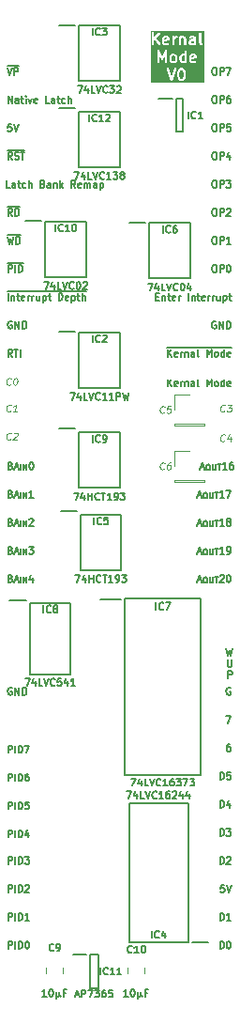
<source format=gto>
%TF.GenerationSoftware,KiCad,Pcbnew,9.0.2*%
%TF.CreationDate,2025-06-26T18:46:24+02:00*%
%TF.ProjectId,HCP65 Kernal Mode,48435036-3520-44b6-9572-6e616c204d6f,V0*%
%TF.SameCoordinates,Original*%
%TF.FileFunction,Legend,Top*%
%TF.FilePolarity,Positive*%
%FSLAX46Y46*%
G04 Gerber Fmt 4.6, Leading zero omitted, Abs format (unit mm)*
G04 Created by KiCad (PCBNEW 9.0.2) date 2025-06-26 18:46:24*
%MOMM*%
%LPD*%
G01*
G04 APERTURE LIST*
%ADD10C,0.150000*%
%ADD11C,0.100000*%
%ADD12C,0.200000*%
%ADD13C,0.120000*%
G04 APERTURE END LIST*
D10*
X20529744Y-66325963D02*
X20529744Y-65690963D01*
X20529744Y-65690963D02*
X20680934Y-65690963D01*
X20680934Y-65690963D02*
X20771649Y-65721201D01*
X20771649Y-65721201D02*
X20832125Y-65781677D01*
X20832125Y-65781677D02*
X20862363Y-65842153D01*
X20862363Y-65842153D02*
X20892601Y-65963105D01*
X20892601Y-65963105D02*
X20892601Y-66053820D01*
X20892601Y-66053820D02*
X20862363Y-66174772D01*
X20862363Y-66174772D02*
X20832125Y-66235248D01*
X20832125Y-66235248D02*
X20771649Y-66295725D01*
X20771649Y-66295725D02*
X20680934Y-66325963D01*
X20680934Y-66325963D02*
X20529744Y-66325963D01*
X21436887Y-65902629D02*
X21436887Y-66325963D01*
X21285696Y-65660725D02*
X21134506Y-66114296D01*
X21134506Y-66114296D02*
X21527601Y-66114296D01*
X19985458Y349036D02*
X20106411Y349036D01*
X20106411Y349036D02*
X20166887Y318798D01*
X20166887Y318798D02*
X20227363Y258322D01*
X20227363Y258322D02*
X20257601Y137370D01*
X20257601Y137370D02*
X20257601Y-74296D01*
X20257601Y-74296D02*
X20227363Y-195248D01*
X20227363Y-195248D02*
X20166887Y-255725D01*
X20166887Y-255725D02*
X20106411Y-285963D01*
X20106411Y-285963D02*
X19985458Y-285963D01*
X19985458Y-285963D02*
X19924982Y-255725D01*
X19924982Y-255725D02*
X19864506Y-195248D01*
X19864506Y-195248D02*
X19834268Y-74296D01*
X19834268Y-74296D02*
X19834268Y137370D01*
X19834268Y137370D02*
X19864506Y258322D01*
X19864506Y258322D02*
X19924982Y318798D01*
X19924982Y318798D02*
X19985458Y349036D01*
X20529744Y-285963D02*
X20529744Y349036D01*
X20529744Y349036D02*
X20771649Y349036D01*
X20771649Y349036D02*
X20832125Y318798D01*
X20832125Y318798D02*
X20862363Y288560D01*
X20862363Y288560D02*
X20892601Y228084D01*
X20892601Y228084D02*
X20892601Y137370D01*
X20892601Y137370D02*
X20862363Y76894D01*
X20862363Y76894D02*
X20832125Y46655D01*
X20832125Y46655D02*
X20771649Y16417D01*
X20771649Y16417D02*
X20529744Y16417D01*
X21104268Y349036D02*
X21527601Y349036D01*
X21527601Y349036D02*
X21255458Y-285963D01*
X1392874Y-76485963D02*
X1392874Y-75850963D01*
X1392874Y-75850963D02*
X1634779Y-75850963D01*
X1634779Y-75850963D02*
X1695255Y-75881201D01*
X1695255Y-75881201D02*
X1725493Y-75911439D01*
X1725493Y-75911439D02*
X1755731Y-75971915D01*
X1755731Y-75971915D02*
X1755731Y-76062629D01*
X1755731Y-76062629D02*
X1725493Y-76123105D01*
X1725493Y-76123105D02*
X1695255Y-76153344D01*
X1695255Y-76153344D02*
X1634779Y-76183582D01*
X1634779Y-76183582D02*
X1392874Y-76183582D01*
X2027874Y-76485963D02*
X2027874Y-75850963D01*
X2330255Y-76485963D02*
X2330255Y-75850963D01*
X2330255Y-75850963D02*
X2481445Y-75850963D01*
X2481445Y-75850963D02*
X2572160Y-75881201D01*
X2572160Y-75881201D02*
X2632636Y-75941677D01*
X2632636Y-75941677D02*
X2662874Y-76002153D01*
X2662874Y-76002153D02*
X2693112Y-76123105D01*
X2693112Y-76123105D02*
X2693112Y-76213820D01*
X2693112Y-76213820D02*
X2662874Y-76334772D01*
X2662874Y-76334772D02*
X2632636Y-76395248D01*
X2632636Y-76395248D02*
X2572160Y-76455725D01*
X2572160Y-76455725D02*
X2481445Y-76485963D01*
X2481445Y-76485963D02*
X2330255Y-76485963D01*
X3297874Y-76485963D02*
X2935017Y-76485963D01*
X3116445Y-76485963D02*
X3116445Y-75850963D01*
X3116445Y-75850963D02*
X3055969Y-75941677D01*
X3055969Y-75941677D02*
X2995493Y-76002153D01*
X2995493Y-76002153D02*
X2935017Y-76032391D01*
X19985458Y-9810963D02*
X20106411Y-9810963D01*
X20106411Y-9810963D02*
X20166887Y-9841201D01*
X20166887Y-9841201D02*
X20227363Y-9901677D01*
X20227363Y-9901677D02*
X20257601Y-10022629D01*
X20257601Y-10022629D02*
X20257601Y-10234296D01*
X20257601Y-10234296D02*
X20227363Y-10355248D01*
X20227363Y-10355248D02*
X20166887Y-10415725D01*
X20166887Y-10415725D02*
X20106411Y-10445963D01*
X20106411Y-10445963D02*
X19985458Y-10445963D01*
X19985458Y-10445963D02*
X19924982Y-10415725D01*
X19924982Y-10415725D02*
X19864506Y-10355248D01*
X19864506Y-10355248D02*
X19834268Y-10234296D01*
X19834268Y-10234296D02*
X19834268Y-10022629D01*
X19834268Y-10022629D02*
X19864506Y-9901677D01*
X19864506Y-9901677D02*
X19924982Y-9841201D01*
X19924982Y-9841201D02*
X19985458Y-9810963D01*
X20529744Y-10445963D02*
X20529744Y-9810963D01*
X20529744Y-9810963D02*
X20771649Y-9810963D01*
X20771649Y-9810963D02*
X20832125Y-9841201D01*
X20832125Y-9841201D02*
X20862363Y-9871439D01*
X20862363Y-9871439D02*
X20892601Y-9931915D01*
X20892601Y-9931915D02*
X20892601Y-10022629D01*
X20892601Y-10022629D02*
X20862363Y-10083105D01*
X20862363Y-10083105D02*
X20832125Y-10113344D01*
X20832125Y-10113344D02*
X20771649Y-10143582D01*
X20771649Y-10143582D02*
X20529744Y-10143582D01*
X21104268Y-9810963D02*
X21497363Y-9810963D01*
X21497363Y-9810963D02*
X21285696Y-10052867D01*
X21285696Y-10052867D02*
X21376411Y-10052867D01*
X21376411Y-10052867D02*
X21436887Y-10083105D01*
X21436887Y-10083105D02*
X21467125Y-10113344D01*
X21467125Y-10113344D02*
X21497363Y-10173820D01*
X21497363Y-10173820D02*
X21497363Y-10325010D01*
X21497363Y-10325010D02*
X21467125Y-10385486D01*
X21467125Y-10385486D02*
X21436887Y-10415725D01*
X21436887Y-10415725D02*
X21376411Y-10445963D01*
X21376411Y-10445963D02*
X21194982Y-10445963D01*
X21194982Y-10445963D02*
X21134506Y-10415725D01*
X21134506Y-10415725D02*
X21104268Y-10385486D01*
D11*
X1599616Y-30581086D02*
X1565598Y-30611325D01*
X1565598Y-30611325D02*
X1471104Y-30641563D01*
X1471104Y-30641563D02*
X1410628Y-30641563D01*
X1410628Y-30641563D02*
X1323693Y-30611325D01*
X1323693Y-30611325D02*
X1270777Y-30550848D01*
X1270777Y-30550848D02*
X1248098Y-30490372D01*
X1248098Y-30490372D02*
X1232979Y-30369420D01*
X1232979Y-30369420D02*
X1244318Y-30278705D01*
X1244318Y-30278705D02*
X1289675Y-30157753D01*
X1289675Y-30157753D02*
X1327473Y-30097277D01*
X1327473Y-30097277D02*
X1395509Y-30036801D01*
X1395509Y-30036801D02*
X1490003Y-30006563D01*
X1490003Y-30006563D02*
X1550479Y-30006563D01*
X1550479Y-30006563D02*
X1637414Y-30036801D01*
X1637414Y-30036801D02*
X1663872Y-30067039D01*
X2196818Y-30641563D02*
X1833961Y-30641563D01*
X2015390Y-30641563D02*
X2094765Y-30006563D01*
X2094765Y-30006563D02*
X2022949Y-30097277D01*
X2022949Y-30097277D02*
X1954914Y-30157753D01*
X1954914Y-30157753D02*
X1890658Y-30187991D01*
X15468276Y-30708086D02*
X15434258Y-30738325D01*
X15434258Y-30738325D02*
X15339764Y-30768563D01*
X15339764Y-30768563D02*
X15279288Y-30768563D01*
X15279288Y-30768563D02*
X15192353Y-30738325D01*
X15192353Y-30738325D02*
X15139437Y-30677848D01*
X15139437Y-30677848D02*
X15116758Y-30617372D01*
X15116758Y-30617372D02*
X15101639Y-30496420D01*
X15101639Y-30496420D02*
X15112978Y-30405705D01*
X15112978Y-30405705D02*
X15158335Y-30284753D01*
X15158335Y-30284753D02*
X15196133Y-30224277D01*
X15196133Y-30224277D02*
X15264169Y-30163801D01*
X15264169Y-30163801D02*
X15358663Y-30133563D01*
X15358663Y-30133563D02*
X15419139Y-30133563D01*
X15419139Y-30133563D02*
X15506074Y-30163801D01*
X15506074Y-30163801D02*
X15532532Y-30194039D01*
X16114615Y-30133563D02*
X15812234Y-30133563D01*
X15812234Y-30133563D02*
X15744199Y-30435944D01*
X15744199Y-30435944D02*
X15778216Y-30405705D01*
X15778216Y-30405705D02*
X15842472Y-30375467D01*
X15842472Y-30375467D02*
X15993663Y-30375467D01*
X15993663Y-30375467D02*
X16050359Y-30405705D01*
X16050359Y-30405705D02*
X16076818Y-30435944D01*
X16076818Y-30435944D02*
X16099496Y-30496420D01*
X16099496Y-30496420D02*
X16080597Y-30647610D01*
X16080597Y-30647610D02*
X16042800Y-30708086D01*
X16042800Y-30708086D02*
X16008782Y-30738325D01*
X16008782Y-30738325D02*
X15944526Y-30768563D01*
X15944526Y-30768563D02*
X15793335Y-30768563D01*
X15793335Y-30768563D02*
X15736639Y-30738325D01*
X15736639Y-30738325D02*
X15710181Y-30708086D01*
D10*
X20529744Y-68865963D02*
X20529744Y-68230963D01*
X20529744Y-68230963D02*
X20680934Y-68230963D01*
X20680934Y-68230963D02*
X20771649Y-68261201D01*
X20771649Y-68261201D02*
X20832125Y-68321677D01*
X20832125Y-68321677D02*
X20862363Y-68382153D01*
X20862363Y-68382153D02*
X20892601Y-68503105D01*
X20892601Y-68503105D02*
X20892601Y-68593820D01*
X20892601Y-68593820D02*
X20862363Y-68714772D01*
X20862363Y-68714772D02*
X20832125Y-68775248D01*
X20832125Y-68775248D02*
X20771649Y-68835725D01*
X20771649Y-68835725D02*
X20680934Y-68865963D01*
X20680934Y-68865963D02*
X20529744Y-68865963D01*
X21104268Y-68230963D02*
X21497363Y-68230963D01*
X21497363Y-68230963D02*
X21285696Y-68472867D01*
X21285696Y-68472867D02*
X21376411Y-68472867D01*
X21376411Y-68472867D02*
X21436887Y-68503105D01*
X21436887Y-68503105D02*
X21467125Y-68533344D01*
X21467125Y-68533344D02*
X21497363Y-68593820D01*
X21497363Y-68593820D02*
X21497363Y-68745010D01*
X21497363Y-68745010D02*
X21467125Y-68805486D01*
X21467125Y-68805486D02*
X21436887Y-68835725D01*
X21436887Y-68835725D02*
X21376411Y-68865963D01*
X21376411Y-68865963D02*
X21194982Y-68865963D01*
X21194982Y-68865963D02*
X21134506Y-68835725D01*
X21134506Y-68835725D02*
X21104268Y-68805486D01*
X14754267Y-20273344D02*
X14965934Y-20273344D01*
X15056648Y-20605963D02*
X14754267Y-20605963D01*
X14754267Y-20605963D02*
X14754267Y-19970963D01*
X14754267Y-19970963D02*
X15056648Y-19970963D01*
X15328791Y-20182629D02*
X15328791Y-20605963D01*
X15328791Y-20243105D02*
X15359029Y-20212867D01*
X15359029Y-20212867D02*
X15419505Y-20182629D01*
X15419505Y-20182629D02*
X15510220Y-20182629D01*
X15510220Y-20182629D02*
X15570696Y-20212867D01*
X15570696Y-20212867D02*
X15600934Y-20273344D01*
X15600934Y-20273344D02*
X15600934Y-20605963D01*
X15812601Y-20182629D02*
X16054505Y-20182629D01*
X15903315Y-19970963D02*
X15903315Y-20515248D01*
X15903315Y-20515248D02*
X15933553Y-20575725D01*
X15933553Y-20575725D02*
X15994029Y-20605963D01*
X15994029Y-20605963D02*
X16054505Y-20605963D01*
X16508077Y-20575725D02*
X16447601Y-20605963D01*
X16447601Y-20605963D02*
X16326648Y-20605963D01*
X16326648Y-20605963D02*
X16266172Y-20575725D01*
X16266172Y-20575725D02*
X16235934Y-20515248D01*
X16235934Y-20515248D02*
X16235934Y-20273344D01*
X16235934Y-20273344D02*
X16266172Y-20212867D01*
X16266172Y-20212867D02*
X16326648Y-20182629D01*
X16326648Y-20182629D02*
X16447601Y-20182629D01*
X16447601Y-20182629D02*
X16508077Y-20212867D01*
X16508077Y-20212867D02*
X16538315Y-20273344D01*
X16538315Y-20273344D02*
X16538315Y-20333820D01*
X16538315Y-20333820D02*
X16235934Y-20394296D01*
X16810458Y-20605963D02*
X16810458Y-20182629D01*
X16810458Y-20303582D02*
X16840696Y-20243105D01*
X16840696Y-20243105D02*
X16870934Y-20212867D01*
X16870934Y-20212867D02*
X16931410Y-20182629D01*
X16931410Y-20182629D02*
X16991887Y-20182629D01*
X17687363Y-20605963D02*
X17687363Y-19970963D01*
X17989744Y-20182629D02*
X17989744Y-20605963D01*
X17989744Y-20243105D02*
X18019982Y-20212867D01*
X18019982Y-20212867D02*
X18080458Y-20182629D01*
X18080458Y-20182629D02*
X18171173Y-20182629D01*
X18171173Y-20182629D02*
X18231649Y-20212867D01*
X18231649Y-20212867D02*
X18261887Y-20273344D01*
X18261887Y-20273344D02*
X18261887Y-20605963D01*
X18473554Y-20182629D02*
X18715458Y-20182629D01*
X18564268Y-19970963D02*
X18564268Y-20515248D01*
X18564268Y-20515248D02*
X18594506Y-20575725D01*
X18594506Y-20575725D02*
X18654982Y-20605963D01*
X18654982Y-20605963D02*
X18715458Y-20605963D01*
X19169030Y-20575725D02*
X19108554Y-20605963D01*
X19108554Y-20605963D02*
X18987601Y-20605963D01*
X18987601Y-20605963D02*
X18927125Y-20575725D01*
X18927125Y-20575725D02*
X18896887Y-20515248D01*
X18896887Y-20515248D02*
X18896887Y-20273344D01*
X18896887Y-20273344D02*
X18927125Y-20212867D01*
X18927125Y-20212867D02*
X18987601Y-20182629D01*
X18987601Y-20182629D02*
X19108554Y-20182629D01*
X19108554Y-20182629D02*
X19169030Y-20212867D01*
X19169030Y-20212867D02*
X19199268Y-20273344D01*
X19199268Y-20273344D02*
X19199268Y-20333820D01*
X19199268Y-20333820D02*
X18896887Y-20394296D01*
X19471411Y-20605963D02*
X19471411Y-20182629D01*
X19471411Y-20303582D02*
X19501649Y-20243105D01*
X19501649Y-20243105D02*
X19531887Y-20212867D01*
X19531887Y-20212867D02*
X19592363Y-20182629D01*
X19592363Y-20182629D02*
X19652840Y-20182629D01*
X19864506Y-20605963D02*
X19864506Y-20182629D01*
X19864506Y-20303582D02*
X19894744Y-20243105D01*
X19894744Y-20243105D02*
X19924982Y-20212867D01*
X19924982Y-20212867D02*
X19985458Y-20182629D01*
X19985458Y-20182629D02*
X20045935Y-20182629D01*
X20529744Y-20182629D02*
X20529744Y-20605963D01*
X20257601Y-20182629D02*
X20257601Y-20515248D01*
X20257601Y-20515248D02*
X20287839Y-20575725D01*
X20287839Y-20575725D02*
X20348315Y-20605963D01*
X20348315Y-20605963D02*
X20439030Y-20605963D01*
X20439030Y-20605963D02*
X20499506Y-20575725D01*
X20499506Y-20575725D02*
X20529744Y-20545486D01*
X20832125Y-20182629D02*
X20832125Y-20817629D01*
X20832125Y-20212867D02*
X20892601Y-20182629D01*
X20892601Y-20182629D02*
X21013554Y-20182629D01*
X21013554Y-20182629D02*
X21074030Y-20212867D01*
X21074030Y-20212867D02*
X21104268Y-20243105D01*
X21104268Y-20243105D02*
X21134506Y-20303582D01*
X21134506Y-20303582D02*
X21134506Y-20485010D01*
X21134506Y-20485010D02*
X21104268Y-20545486D01*
X21104268Y-20545486D02*
X21074030Y-20575725D01*
X21074030Y-20575725D02*
X21013554Y-20605963D01*
X21013554Y-20605963D02*
X20892601Y-20605963D01*
X20892601Y-20605963D02*
X20832125Y-20575725D01*
X21315935Y-20182629D02*
X21557839Y-20182629D01*
X21406649Y-19970963D02*
X21406649Y-20515248D01*
X21406649Y-20515248D02*
X21436887Y-20575725D01*
X21436887Y-20575725D02*
X21497363Y-20605963D01*
X21497363Y-20605963D02*
X21557839Y-20605963D01*
X1755731Y-12985963D02*
X1544064Y-12683582D01*
X1392874Y-12985963D02*
X1392874Y-12350963D01*
X1392874Y-12350963D02*
X1634779Y-12350963D01*
X1634779Y-12350963D02*
X1695255Y-12381201D01*
X1695255Y-12381201D02*
X1725493Y-12411439D01*
X1725493Y-12411439D02*
X1755731Y-12471915D01*
X1755731Y-12471915D02*
X1755731Y-12562629D01*
X1755731Y-12562629D02*
X1725493Y-12623105D01*
X1725493Y-12623105D02*
X1695255Y-12653344D01*
X1695255Y-12653344D02*
X1634779Y-12683582D01*
X1634779Y-12683582D02*
X1392874Y-12683582D01*
X2027874Y-12985963D02*
X2027874Y-12350963D01*
X2027874Y-12350963D02*
X2179064Y-12350963D01*
X2179064Y-12350963D02*
X2269779Y-12381201D01*
X2269779Y-12381201D02*
X2330255Y-12441677D01*
X2330255Y-12441677D02*
X2360493Y-12502153D01*
X2360493Y-12502153D02*
X2390731Y-12623105D01*
X2390731Y-12623105D02*
X2390731Y-12713820D01*
X2390731Y-12713820D02*
X2360493Y-12834772D01*
X2360493Y-12834772D02*
X2330255Y-12895248D01*
X2330255Y-12895248D02*
X2269779Y-12955725D01*
X2269779Y-12955725D02*
X2179064Y-12985963D01*
X2179064Y-12985963D02*
X2027874Y-12985963D01*
X1305184Y-12174675D02*
X2448184Y-12174675D01*
X1755731Y-7905963D02*
X1544064Y-7603582D01*
X1392874Y-7905963D02*
X1392874Y-7270963D01*
X1392874Y-7270963D02*
X1634779Y-7270963D01*
X1634779Y-7270963D02*
X1695255Y-7301201D01*
X1695255Y-7301201D02*
X1725493Y-7331439D01*
X1725493Y-7331439D02*
X1755731Y-7391915D01*
X1755731Y-7391915D02*
X1755731Y-7482629D01*
X1755731Y-7482629D02*
X1725493Y-7543105D01*
X1725493Y-7543105D02*
X1695255Y-7573344D01*
X1695255Y-7573344D02*
X1634779Y-7603582D01*
X1634779Y-7603582D02*
X1392874Y-7603582D01*
X1997636Y-7875725D02*
X2088350Y-7905963D01*
X2088350Y-7905963D02*
X2239541Y-7905963D01*
X2239541Y-7905963D02*
X2300017Y-7875725D01*
X2300017Y-7875725D02*
X2330255Y-7845486D01*
X2330255Y-7845486D02*
X2360493Y-7785010D01*
X2360493Y-7785010D02*
X2360493Y-7724534D01*
X2360493Y-7724534D02*
X2330255Y-7664058D01*
X2330255Y-7664058D02*
X2300017Y-7633820D01*
X2300017Y-7633820D02*
X2239541Y-7603582D01*
X2239541Y-7603582D02*
X2118588Y-7573344D01*
X2118588Y-7573344D02*
X2058112Y-7543105D01*
X2058112Y-7543105D02*
X2027874Y-7512867D01*
X2027874Y-7512867D02*
X1997636Y-7452391D01*
X1997636Y-7452391D02*
X1997636Y-7391915D01*
X1997636Y-7391915D02*
X2027874Y-7331439D01*
X2027874Y-7331439D02*
X2058112Y-7301201D01*
X2058112Y-7301201D02*
X2118588Y-7270963D01*
X2118588Y-7270963D02*
X2269779Y-7270963D01*
X2269779Y-7270963D02*
X2360493Y-7301201D01*
X2541922Y-7270963D02*
X2904779Y-7270963D01*
X2723350Y-7905963D02*
X2723350Y-7270963D01*
X1305184Y-7094675D02*
X2901756Y-7094675D01*
X15812600Y-25685963D02*
X15812600Y-25050963D01*
X16175457Y-25685963D02*
X15903314Y-25323105D01*
X16175457Y-25050963D02*
X15812600Y-25413820D01*
X16689505Y-25655725D02*
X16629029Y-25685963D01*
X16629029Y-25685963D02*
X16508076Y-25685963D01*
X16508076Y-25685963D02*
X16447600Y-25655725D01*
X16447600Y-25655725D02*
X16417362Y-25595248D01*
X16417362Y-25595248D02*
X16417362Y-25353344D01*
X16417362Y-25353344D02*
X16447600Y-25292867D01*
X16447600Y-25292867D02*
X16508076Y-25262629D01*
X16508076Y-25262629D02*
X16629029Y-25262629D01*
X16629029Y-25262629D02*
X16689505Y-25292867D01*
X16689505Y-25292867D02*
X16719743Y-25353344D01*
X16719743Y-25353344D02*
X16719743Y-25413820D01*
X16719743Y-25413820D02*
X16417362Y-25474296D01*
X16991886Y-25685963D02*
X16991886Y-25262629D01*
X16991886Y-25383582D02*
X17022124Y-25323105D01*
X17022124Y-25323105D02*
X17052362Y-25292867D01*
X17052362Y-25292867D02*
X17112838Y-25262629D01*
X17112838Y-25262629D02*
X17173315Y-25262629D01*
X17384981Y-25262629D02*
X17384981Y-25685963D01*
X17384981Y-25323105D02*
X17415219Y-25292867D01*
X17415219Y-25292867D02*
X17475695Y-25262629D01*
X17475695Y-25262629D02*
X17566410Y-25262629D01*
X17566410Y-25262629D02*
X17626886Y-25292867D01*
X17626886Y-25292867D02*
X17657124Y-25353344D01*
X17657124Y-25353344D02*
X17657124Y-25685963D01*
X18231648Y-25685963D02*
X18231648Y-25353344D01*
X18231648Y-25353344D02*
X18201410Y-25292867D01*
X18201410Y-25292867D02*
X18140934Y-25262629D01*
X18140934Y-25262629D02*
X18019981Y-25262629D01*
X18019981Y-25262629D02*
X17959505Y-25292867D01*
X18231648Y-25655725D02*
X18171172Y-25685963D01*
X18171172Y-25685963D02*
X18019981Y-25685963D01*
X18019981Y-25685963D02*
X17959505Y-25655725D01*
X17959505Y-25655725D02*
X17929267Y-25595248D01*
X17929267Y-25595248D02*
X17929267Y-25534772D01*
X17929267Y-25534772D02*
X17959505Y-25474296D01*
X17959505Y-25474296D02*
X18019981Y-25444058D01*
X18019981Y-25444058D02*
X18171172Y-25444058D01*
X18171172Y-25444058D02*
X18231648Y-25413820D01*
X18624743Y-25685963D02*
X18564267Y-25655725D01*
X18564267Y-25655725D02*
X18534029Y-25595248D01*
X18534029Y-25595248D02*
X18534029Y-25050963D01*
X19350458Y-25685963D02*
X19350458Y-25050963D01*
X19350458Y-25050963D02*
X19562125Y-25504534D01*
X19562125Y-25504534D02*
X19773791Y-25050963D01*
X19773791Y-25050963D02*
X19773791Y-25685963D01*
X20166886Y-25685963D02*
X20106410Y-25655725D01*
X20106410Y-25655725D02*
X20076172Y-25625486D01*
X20076172Y-25625486D02*
X20045934Y-25565010D01*
X20045934Y-25565010D02*
X20045934Y-25383582D01*
X20045934Y-25383582D02*
X20076172Y-25323105D01*
X20076172Y-25323105D02*
X20106410Y-25292867D01*
X20106410Y-25292867D02*
X20166886Y-25262629D01*
X20166886Y-25262629D02*
X20257601Y-25262629D01*
X20257601Y-25262629D02*
X20318077Y-25292867D01*
X20318077Y-25292867D02*
X20348315Y-25323105D01*
X20348315Y-25323105D02*
X20378553Y-25383582D01*
X20378553Y-25383582D02*
X20378553Y-25565010D01*
X20378553Y-25565010D02*
X20348315Y-25625486D01*
X20348315Y-25625486D02*
X20318077Y-25655725D01*
X20318077Y-25655725D02*
X20257601Y-25685963D01*
X20257601Y-25685963D02*
X20166886Y-25685963D01*
X20922839Y-25685963D02*
X20922839Y-25050963D01*
X20922839Y-25655725D02*
X20862363Y-25685963D01*
X20862363Y-25685963D02*
X20741410Y-25685963D01*
X20741410Y-25685963D02*
X20680934Y-25655725D01*
X20680934Y-25655725D02*
X20650696Y-25625486D01*
X20650696Y-25625486D02*
X20620458Y-25565010D01*
X20620458Y-25565010D02*
X20620458Y-25383582D01*
X20620458Y-25383582D02*
X20650696Y-25323105D01*
X20650696Y-25323105D02*
X20680934Y-25292867D01*
X20680934Y-25292867D02*
X20741410Y-25262629D01*
X20741410Y-25262629D02*
X20862363Y-25262629D01*
X20862363Y-25262629D02*
X20922839Y-25292867D01*
X21467125Y-25655725D02*
X21406649Y-25685963D01*
X21406649Y-25685963D02*
X21285696Y-25685963D01*
X21285696Y-25685963D02*
X21225220Y-25655725D01*
X21225220Y-25655725D02*
X21194982Y-25595248D01*
X21194982Y-25595248D02*
X21194982Y-25353344D01*
X21194982Y-25353344D02*
X21225220Y-25292867D01*
X21225220Y-25292867D02*
X21285696Y-25262629D01*
X21285696Y-25262629D02*
X21406649Y-25262629D01*
X21406649Y-25262629D02*
X21467125Y-25292867D01*
X21467125Y-25292867D02*
X21497363Y-25353344D01*
X21497363Y-25353344D02*
X21497363Y-25413820D01*
X21497363Y-25413820D02*
X21194982Y-25474296D01*
X15724910Y-24874675D02*
X21554816Y-24874675D01*
D11*
X15468276Y-35788086D02*
X15434258Y-35818325D01*
X15434258Y-35818325D02*
X15339764Y-35848563D01*
X15339764Y-35848563D02*
X15279288Y-35848563D01*
X15279288Y-35848563D02*
X15192353Y-35818325D01*
X15192353Y-35818325D02*
X15139437Y-35757848D01*
X15139437Y-35757848D02*
X15116758Y-35697372D01*
X15116758Y-35697372D02*
X15101639Y-35576420D01*
X15101639Y-35576420D02*
X15112978Y-35485705D01*
X15112978Y-35485705D02*
X15158335Y-35364753D01*
X15158335Y-35364753D02*
X15196133Y-35304277D01*
X15196133Y-35304277D02*
X15264169Y-35243801D01*
X15264169Y-35243801D02*
X15358663Y-35213563D01*
X15358663Y-35213563D02*
X15419139Y-35213563D01*
X15419139Y-35213563D02*
X15506074Y-35243801D01*
X15506074Y-35243801D02*
X15532532Y-35274039D01*
X16084377Y-35213563D02*
X15963425Y-35213563D01*
X15963425Y-35213563D02*
X15899169Y-35243801D01*
X15899169Y-35243801D02*
X15865151Y-35274039D01*
X15865151Y-35274039D02*
X15793335Y-35364753D01*
X15793335Y-35364753D02*
X15747978Y-35485705D01*
X15747978Y-35485705D02*
X15717740Y-35727610D01*
X15717740Y-35727610D02*
X15740419Y-35788086D01*
X15740419Y-35788086D02*
X15766877Y-35818325D01*
X15766877Y-35818325D02*
X15823574Y-35848563D01*
X15823574Y-35848563D02*
X15944526Y-35848563D01*
X15944526Y-35848563D02*
X16008782Y-35818325D01*
X16008782Y-35818325D02*
X16042800Y-35788086D01*
X16042800Y-35788086D02*
X16080597Y-35727610D01*
X16080597Y-35727610D02*
X16099496Y-35576420D01*
X16099496Y-35576420D02*
X16076818Y-35515944D01*
X16076818Y-35515944D02*
X16050359Y-35485705D01*
X16050359Y-35485705D02*
X15993663Y-35455467D01*
X15993663Y-35455467D02*
X15872710Y-35455467D01*
X15872710Y-35455467D02*
X15808454Y-35485705D01*
X15808454Y-35485705D02*
X15774437Y-35515944D01*
X15774437Y-35515944D02*
X15736639Y-35576420D01*
D10*
X1302160Y349036D02*
X1513826Y-285963D01*
X1513826Y-285963D02*
X1725493Y349036D01*
X1937160Y-285963D02*
X1937160Y349036D01*
X1937160Y349036D02*
X2179065Y349036D01*
X2179065Y349036D02*
X2239541Y318798D01*
X2239541Y318798D02*
X2269779Y288560D01*
X2269779Y288560D02*
X2300017Y228084D01*
X2300017Y228084D02*
X2300017Y137370D01*
X2300017Y137370D02*
X2269779Y76894D01*
X2269779Y76894D02*
X2239541Y46655D01*
X2239541Y46655D02*
X2179065Y16417D01*
X2179065Y16417D02*
X1937160Y16417D01*
X1305184Y525325D02*
X2357470Y525325D01*
X18534030Y-40744534D02*
X18836411Y-40744534D01*
X18473554Y-40925963D02*
X18685220Y-40290963D01*
X18685220Y-40290963D02*
X18896887Y-40925963D01*
X19175078Y-40488115D02*
X19271840Y-40488115D01*
X19271840Y-40488115D02*
X19320221Y-40512305D01*
X19320221Y-40512305D02*
X19368602Y-40560686D01*
X19368602Y-40560686D02*
X19392792Y-40657448D01*
X19392792Y-40657448D02*
X19392792Y-40826782D01*
X19392792Y-40826782D02*
X19368602Y-40923544D01*
X19368602Y-40923544D02*
X19320221Y-40971925D01*
X19320221Y-40971925D02*
X19271840Y-40996115D01*
X19271840Y-40996115D02*
X19175078Y-40996115D01*
X19175078Y-40996115D02*
X19126697Y-40971925D01*
X19126697Y-40971925D02*
X19078316Y-40923544D01*
X19078316Y-40923544D02*
X19054125Y-40826782D01*
X19054125Y-40826782D02*
X19054125Y-40657448D01*
X19054125Y-40657448D02*
X19078316Y-40560686D01*
X19078316Y-40560686D02*
X19126697Y-40512305D01*
X19126697Y-40512305D02*
X19175078Y-40488115D01*
X19610506Y-40488115D02*
X19610506Y-40899353D01*
X19610506Y-40899353D02*
X19634696Y-40947734D01*
X19634696Y-40947734D02*
X19658887Y-40971925D01*
X19658887Y-40971925D02*
X19707268Y-40996115D01*
X19707268Y-40996115D02*
X19804030Y-40996115D01*
X19804030Y-40996115D02*
X19852411Y-40971925D01*
X19852411Y-40971925D02*
X19876601Y-40947734D01*
X19876601Y-40947734D02*
X19900792Y-40899353D01*
X19900792Y-40899353D02*
X19900792Y-40488115D01*
X20070124Y-40488115D02*
X20360410Y-40488115D01*
X20215267Y-40996115D02*
X20215267Y-40488115D01*
X20892601Y-40925963D02*
X20529744Y-40925963D01*
X20711172Y-40925963D02*
X20711172Y-40290963D01*
X20711172Y-40290963D02*
X20650696Y-40381677D01*
X20650696Y-40381677D02*
X20590220Y-40442153D01*
X20590220Y-40442153D02*
X20529744Y-40472391D01*
X21255458Y-40563105D02*
X21194982Y-40532867D01*
X21194982Y-40532867D02*
X21164744Y-40502629D01*
X21164744Y-40502629D02*
X21134506Y-40442153D01*
X21134506Y-40442153D02*
X21134506Y-40411915D01*
X21134506Y-40411915D02*
X21164744Y-40351439D01*
X21164744Y-40351439D02*
X21194982Y-40321201D01*
X21194982Y-40321201D02*
X21255458Y-40290963D01*
X21255458Y-40290963D02*
X21376411Y-40290963D01*
X21376411Y-40290963D02*
X21436887Y-40321201D01*
X21436887Y-40321201D02*
X21467125Y-40351439D01*
X21467125Y-40351439D02*
X21497363Y-40411915D01*
X21497363Y-40411915D02*
X21497363Y-40442153D01*
X21497363Y-40442153D02*
X21467125Y-40502629D01*
X21467125Y-40502629D02*
X21436887Y-40532867D01*
X21436887Y-40532867D02*
X21376411Y-40563105D01*
X21376411Y-40563105D02*
X21255458Y-40563105D01*
X21255458Y-40563105D02*
X21194982Y-40593344D01*
X21194982Y-40593344D02*
X21164744Y-40623582D01*
X21164744Y-40623582D02*
X21134506Y-40684058D01*
X21134506Y-40684058D02*
X21134506Y-40805010D01*
X21134506Y-40805010D02*
X21164744Y-40865486D01*
X21164744Y-40865486D02*
X21194982Y-40895725D01*
X21194982Y-40895725D02*
X21255458Y-40925963D01*
X21255458Y-40925963D02*
X21376411Y-40925963D01*
X21376411Y-40925963D02*
X21436887Y-40895725D01*
X21436887Y-40895725D02*
X21467125Y-40865486D01*
X21467125Y-40865486D02*
X21497363Y-40805010D01*
X21497363Y-40805010D02*
X21497363Y-40684058D01*
X21497363Y-40684058D02*
X21467125Y-40623582D01*
X21467125Y-40623582D02*
X21436887Y-40593344D01*
X21436887Y-40593344D02*
X21376411Y-40563105D01*
X19985458Y-14890963D02*
X20106411Y-14890963D01*
X20106411Y-14890963D02*
X20166887Y-14921201D01*
X20166887Y-14921201D02*
X20227363Y-14981677D01*
X20227363Y-14981677D02*
X20257601Y-15102629D01*
X20257601Y-15102629D02*
X20257601Y-15314296D01*
X20257601Y-15314296D02*
X20227363Y-15435248D01*
X20227363Y-15435248D02*
X20166887Y-15495725D01*
X20166887Y-15495725D02*
X20106411Y-15525963D01*
X20106411Y-15525963D02*
X19985458Y-15525963D01*
X19985458Y-15525963D02*
X19924982Y-15495725D01*
X19924982Y-15495725D02*
X19864506Y-15435248D01*
X19864506Y-15435248D02*
X19834268Y-15314296D01*
X19834268Y-15314296D02*
X19834268Y-15102629D01*
X19834268Y-15102629D02*
X19864506Y-14981677D01*
X19864506Y-14981677D02*
X19924982Y-14921201D01*
X19924982Y-14921201D02*
X19985458Y-14890963D01*
X20529744Y-15525963D02*
X20529744Y-14890963D01*
X20529744Y-14890963D02*
X20771649Y-14890963D01*
X20771649Y-14890963D02*
X20832125Y-14921201D01*
X20832125Y-14921201D02*
X20862363Y-14951439D01*
X20862363Y-14951439D02*
X20892601Y-15011915D01*
X20892601Y-15011915D02*
X20892601Y-15102629D01*
X20892601Y-15102629D02*
X20862363Y-15163105D01*
X20862363Y-15163105D02*
X20832125Y-15193344D01*
X20832125Y-15193344D02*
X20771649Y-15223582D01*
X20771649Y-15223582D02*
X20529744Y-15223582D01*
X21497363Y-15525963D02*
X21134506Y-15525963D01*
X21315934Y-15525963D02*
X21315934Y-14890963D01*
X21315934Y-14890963D02*
X21255458Y-14981677D01*
X21255458Y-14981677D02*
X21194982Y-15042153D01*
X21194982Y-15042153D02*
X21134506Y-15072391D01*
X20166887Y-22541201D02*
X20106411Y-22510963D01*
X20106411Y-22510963D02*
X20015697Y-22510963D01*
X20015697Y-22510963D02*
X19924982Y-22541201D01*
X19924982Y-22541201D02*
X19864506Y-22601677D01*
X19864506Y-22601677D02*
X19834268Y-22662153D01*
X19834268Y-22662153D02*
X19804030Y-22783105D01*
X19804030Y-22783105D02*
X19804030Y-22873820D01*
X19804030Y-22873820D02*
X19834268Y-22994772D01*
X19834268Y-22994772D02*
X19864506Y-23055248D01*
X19864506Y-23055248D02*
X19924982Y-23115725D01*
X19924982Y-23115725D02*
X20015697Y-23145963D01*
X20015697Y-23145963D02*
X20076173Y-23145963D01*
X20076173Y-23145963D02*
X20166887Y-23115725D01*
X20166887Y-23115725D02*
X20197125Y-23085486D01*
X20197125Y-23085486D02*
X20197125Y-22873820D01*
X20197125Y-22873820D02*
X20076173Y-22873820D01*
X20469268Y-23145963D02*
X20469268Y-22510963D01*
X20469268Y-22510963D02*
X20832125Y-23145963D01*
X20832125Y-23145963D02*
X20832125Y-22510963D01*
X21134506Y-23145963D02*
X21134506Y-22510963D01*
X21134506Y-22510963D02*
X21285696Y-22510963D01*
X21285696Y-22510963D02*
X21376411Y-22541201D01*
X21376411Y-22541201D02*
X21436887Y-22601677D01*
X21436887Y-22601677D02*
X21467125Y-22662153D01*
X21467125Y-22662153D02*
X21497363Y-22783105D01*
X21497363Y-22783105D02*
X21497363Y-22873820D01*
X21497363Y-22873820D02*
X21467125Y-22994772D01*
X21467125Y-22994772D02*
X21436887Y-23055248D01*
X21436887Y-23055248D02*
X21376411Y-23115725D01*
X21376411Y-23115725D02*
X21285696Y-23145963D01*
X21285696Y-23145963D02*
X21134506Y-23145963D01*
X1392874Y-61372963D02*
X1392874Y-60737963D01*
X1392874Y-60737963D02*
X1634779Y-60737963D01*
X1634779Y-60737963D02*
X1695255Y-60768201D01*
X1695255Y-60768201D02*
X1725493Y-60798439D01*
X1725493Y-60798439D02*
X1755731Y-60858915D01*
X1755731Y-60858915D02*
X1755731Y-60949629D01*
X1755731Y-60949629D02*
X1725493Y-61010105D01*
X1725493Y-61010105D02*
X1695255Y-61040344D01*
X1695255Y-61040344D02*
X1634779Y-61070582D01*
X1634779Y-61070582D02*
X1392874Y-61070582D01*
X2027874Y-61372963D02*
X2027874Y-60737963D01*
X2330255Y-61372963D02*
X2330255Y-60737963D01*
X2330255Y-60737963D02*
X2481445Y-60737963D01*
X2481445Y-60737963D02*
X2572160Y-60768201D01*
X2572160Y-60768201D02*
X2632636Y-60828677D01*
X2632636Y-60828677D02*
X2662874Y-60889153D01*
X2662874Y-60889153D02*
X2693112Y-61010105D01*
X2693112Y-61010105D02*
X2693112Y-61100820D01*
X2693112Y-61100820D02*
X2662874Y-61221772D01*
X2662874Y-61221772D02*
X2632636Y-61282248D01*
X2632636Y-61282248D02*
X2572160Y-61342725D01*
X2572160Y-61342725D02*
X2481445Y-61372963D01*
X2481445Y-61372963D02*
X2330255Y-61372963D01*
X2904779Y-60737963D02*
X3328112Y-60737963D01*
X3328112Y-60737963D02*
X3055969Y-61372963D01*
X20529744Y-79025963D02*
X20529744Y-78390963D01*
X20529744Y-78390963D02*
X20680934Y-78390963D01*
X20680934Y-78390963D02*
X20771649Y-78421201D01*
X20771649Y-78421201D02*
X20832125Y-78481677D01*
X20832125Y-78481677D02*
X20862363Y-78542153D01*
X20862363Y-78542153D02*
X20892601Y-78663105D01*
X20892601Y-78663105D02*
X20892601Y-78753820D01*
X20892601Y-78753820D02*
X20862363Y-78874772D01*
X20862363Y-78874772D02*
X20832125Y-78935248D01*
X20832125Y-78935248D02*
X20771649Y-78995725D01*
X20771649Y-78995725D02*
X20680934Y-79025963D01*
X20680934Y-79025963D02*
X20529744Y-79025963D01*
X21285696Y-78390963D02*
X21346173Y-78390963D01*
X21346173Y-78390963D02*
X21406649Y-78421201D01*
X21406649Y-78421201D02*
X21436887Y-78451439D01*
X21436887Y-78451439D02*
X21467125Y-78511915D01*
X21467125Y-78511915D02*
X21497363Y-78632867D01*
X21497363Y-78632867D02*
X21497363Y-78784058D01*
X21497363Y-78784058D02*
X21467125Y-78905010D01*
X21467125Y-78905010D02*
X21436887Y-78965486D01*
X21436887Y-78965486D02*
X21406649Y-78995725D01*
X21406649Y-78995725D02*
X21346173Y-79025963D01*
X21346173Y-79025963D02*
X21285696Y-79025963D01*
X21285696Y-79025963D02*
X21225220Y-78995725D01*
X21225220Y-78995725D02*
X21194982Y-78965486D01*
X21194982Y-78965486D02*
X21164744Y-78905010D01*
X21164744Y-78905010D02*
X21134506Y-78784058D01*
X21134506Y-78784058D02*
X21134506Y-78632867D01*
X21134506Y-78632867D02*
X21164744Y-78511915D01*
X21164744Y-78511915D02*
X21194982Y-78451439D01*
X21194982Y-78451439D02*
X21225220Y-78421201D01*
X21225220Y-78421201D02*
X21285696Y-78390963D01*
X1604541Y-35513344D02*
X1695255Y-35543582D01*
X1695255Y-35543582D02*
X1725493Y-35573820D01*
X1725493Y-35573820D02*
X1755731Y-35634296D01*
X1755731Y-35634296D02*
X1755731Y-35725010D01*
X1755731Y-35725010D02*
X1725493Y-35785486D01*
X1725493Y-35785486D02*
X1695255Y-35815725D01*
X1695255Y-35815725D02*
X1634779Y-35845963D01*
X1634779Y-35845963D02*
X1392874Y-35845963D01*
X1392874Y-35845963D02*
X1392874Y-35210963D01*
X1392874Y-35210963D02*
X1604541Y-35210963D01*
X1604541Y-35210963D02*
X1665017Y-35241201D01*
X1665017Y-35241201D02*
X1695255Y-35271439D01*
X1695255Y-35271439D02*
X1725493Y-35331915D01*
X1725493Y-35331915D02*
X1725493Y-35392391D01*
X1725493Y-35392391D02*
X1695255Y-35452867D01*
X1695255Y-35452867D02*
X1665017Y-35483105D01*
X1665017Y-35483105D02*
X1604541Y-35513344D01*
X1604541Y-35513344D02*
X1392874Y-35513344D01*
X1997636Y-35664534D02*
X2300017Y-35664534D01*
X1937160Y-35845963D02*
X2148826Y-35210963D01*
X2148826Y-35210963D02*
X2360493Y-35845963D01*
X2541922Y-35916115D02*
X2541922Y-35408115D01*
X2783827Y-35916115D02*
X2783827Y-35408115D01*
X2783827Y-35408115D02*
X3074113Y-35916115D01*
X3074113Y-35916115D02*
X3074113Y-35408115D01*
X3467207Y-35210963D02*
X3527684Y-35210963D01*
X3527684Y-35210963D02*
X3588160Y-35241201D01*
X3588160Y-35241201D02*
X3618398Y-35271439D01*
X3618398Y-35271439D02*
X3648636Y-35331915D01*
X3648636Y-35331915D02*
X3678874Y-35452867D01*
X3678874Y-35452867D02*
X3678874Y-35604058D01*
X3678874Y-35604058D02*
X3648636Y-35725010D01*
X3648636Y-35725010D02*
X3618398Y-35785486D01*
X3618398Y-35785486D02*
X3588160Y-35815725D01*
X3588160Y-35815725D02*
X3527684Y-35845963D01*
X3527684Y-35845963D02*
X3467207Y-35845963D01*
X3467207Y-35845963D02*
X3406731Y-35815725D01*
X3406731Y-35815725D02*
X3376493Y-35785486D01*
X3376493Y-35785486D02*
X3346255Y-35725010D01*
X3346255Y-35725010D02*
X3316017Y-35604058D01*
X3316017Y-35604058D02*
X3316017Y-35452867D01*
X3316017Y-35452867D02*
X3346255Y-35331915D01*
X3346255Y-35331915D02*
X3376493Y-35271439D01*
X3376493Y-35271439D02*
X3406731Y-35241201D01*
X3406731Y-35241201D02*
X3467207Y-35210963D01*
X1755731Y-25685963D02*
X1544064Y-25383582D01*
X1392874Y-25685963D02*
X1392874Y-25050963D01*
X1392874Y-25050963D02*
X1634779Y-25050963D01*
X1634779Y-25050963D02*
X1695255Y-25081201D01*
X1695255Y-25081201D02*
X1725493Y-25111439D01*
X1725493Y-25111439D02*
X1755731Y-25171915D01*
X1755731Y-25171915D02*
X1755731Y-25262629D01*
X1755731Y-25262629D02*
X1725493Y-25323105D01*
X1725493Y-25323105D02*
X1695255Y-25353344D01*
X1695255Y-25353344D02*
X1634779Y-25383582D01*
X1634779Y-25383582D02*
X1392874Y-25383582D01*
X1937160Y-25050963D02*
X2300017Y-25050963D01*
X2118588Y-25685963D02*
X2118588Y-25050963D01*
X2511684Y-25685963D02*
X2511684Y-25050963D01*
X18534030Y-38204534D02*
X18836411Y-38204534D01*
X18473554Y-38385963D02*
X18685220Y-37750963D01*
X18685220Y-37750963D02*
X18896887Y-38385963D01*
X19175078Y-37948115D02*
X19271840Y-37948115D01*
X19271840Y-37948115D02*
X19320221Y-37972305D01*
X19320221Y-37972305D02*
X19368602Y-38020686D01*
X19368602Y-38020686D02*
X19392792Y-38117448D01*
X19392792Y-38117448D02*
X19392792Y-38286782D01*
X19392792Y-38286782D02*
X19368602Y-38383544D01*
X19368602Y-38383544D02*
X19320221Y-38431925D01*
X19320221Y-38431925D02*
X19271840Y-38456115D01*
X19271840Y-38456115D02*
X19175078Y-38456115D01*
X19175078Y-38456115D02*
X19126697Y-38431925D01*
X19126697Y-38431925D02*
X19078316Y-38383544D01*
X19078316Y-38383544D02*
X19054125Y-38286782D01*
X19054125Y-38286782D02*
X19054125Y-38117448D01*
X19054125Y-38117448D02*
X19078316Y-38020686D01*
X19078316Y-38020686D02*
X19126697Y-37972305D01*
X19126697Y-37972305D02*
X19175078Y-37948115D01*
X19610506Y-37948115D02*
X19610506Y-38359353D01*
X19610506Y-38359353D02*
X19634696Y-38407734D01*
X19634696Y-38407734D02*
X19658887Y-38431925D01*
X19658887Y-38431925D02*
X19707268Y-38456115D01*
X19707268Y-38456115D02*
X19804030Y-38456115D01*
X19804030Y-38456115D02*
X19852411Y-38431925D01*
X19852411Y-38431925D02*
X19876601Y-38407734D01*
X19876601Y-38407734D02*
X19900792Y-38359353D01*
X19900792Y-38359353D02*
X19900792Y-37948115D01*
X20070124Y-37948115D02*
X20360410Y-37948115D01*
X20215267Y-38456115D02*
X20215267Y-37948115D01*
X20892601Y-38385963D02*
X20529744Y-38385963D01*
X20711172Y-38385963D02*
X20711172Y-37750963D01*
X20711172Y-37750963D02*
X20650696Y-37841677D01*
X20650696Y-37841677D02*
X20590220Y-37902153D01*
X20590220Y-37902153D02*
X20529744Y-37932391D01*
X21104268Y-37750963D02*
X21527601Y-37750963D01*
X21527601Y-37750963D02*
X21255458Y-38385963D01*
X1392874Y-18065963D02*
X1392874Y-17430963D01*
X1392874Y-17430963D02*
X1634779Y-17430963D01*
X1634779Y-17430963D02*
X1695255Y-17461201D01*
X1695255Y-17461201D02*
X1725493Y-17491439D01*
X1725493Y-17491439D02*
X1755731Y-17551915D01*
X1755731Y-17551915D02*
X1755731Y-17642629D01*
X1755731Y-17642629D02*
X1725493Y-17703105D01*
X1725493Y-17703105D02*
X1695255Y-17733344D01*
X1695255Y-17733344D02*
X1634779Y-17763582D01*
X1634779Y-17763582D02*
X1392874Y-17763582D01*
X2027874Y-18065963D02*
X2027874Y-17430963D01*
X2330255Y-18065963D02*
X2330255Y-17430963D01*
X2330255Y-17430963D02*
X2481445Y-17430963D01*
X2481445Y-17430963D02*
X2572160Y-17461201D01*
X2572160Y-17461201D02*
X2632636Y-17521677D01*
X2632636Y-17521677D02*
X2662874Y-17582153D01*
X2662874Y-17582153D02*
X2693112Y-17703105D01*
X2693112Y-17703105D02*
X2693112Y-17793820D01*
X2693112Y-17793820D02*
X2662874Y-17914772D01*
X2662874Y-17914772D02*
X2632636Y-17975248D01*
X2632636Y-17975248D02*
X2572160Y-18035725D01*
X2572160Y-18035725D02*
X2481445Y-18065963D01*
X2481445Y-18065963D02*
X2330255Y-18065963D01*
X1305184Y-17254675D02*
X2750565Y-17254675D01*
X1392874Y-71405963D02*
X1392874Y-70770963D01*
X1392874Y-70770963D02*
X1634779Y-70770963D01*
X1634779Y-70770963D02*
X1695255Y-70801201D01*
X1695255Y-70801201D02*
X1725493Y-70831439D01*
X1725493Y-70831439D02*
X1755731Y-70891915D01*
X1755731Y-70891915D02*
X1755731Y-70982629D01*
X1755731Y-70982629D02*
X1725493Y-71043105D01*
X1725493Y-71043105D02*
X1695255Y-71073344D01*
X1695255Y-71073344D02*
X1634779Y-71103582D01*
X1634779Y-71103582D02*
X1392874Y-71103582D01*
X2027874Y-71405963D02*
X2027874Y-70770963D01*
X2330255Y-71405963D02*
X2330255Y-70770963D01*
X2330255Y-70770963D02*
X2481445Y-70770963D01*
X2481445Y-70770963D02*
X2572160Y-70801201D01*
X2572160Y-70801201D02*
X2632636Y-70861677D01*
X2632636Y-70861677D02*
X2662874Y-70922153D01*
X2662874Y-70922153D02*
X2693112Y-71043105D01*
X2693112Y-71043105D02*
X2693112Y-71133820D01*
X2693112Y-71133820D02*
X2662874Y-71254772D01*
X2662874Y-71254772D02*
X2632636Y-71315248D01*
X2632636Y-71315248D02*
X2572160Y-71375725D01*
X2572160Y-71375725D02*
X2481445Y-71405963D01*
X2481445Y-71405963D02*
X2330255Y-71405963D01*
X2904779Y-70770963D02*
X3297874Y-70770963D01*
X3297874Y-70770963D02*
X3086207Y-71012867D01*
X3086207Y-71012867D02*
X3176922Y-71012867D01*
X3176922Y-71012867D02*
X3237398Y-71043105D01*
X3237398Y-71043105D02*
X3267636Y-71073344D01*
X3267636Y-71073344D02*
X3297874Y-71133820D01*
X3297874Y-71133820D02*
X3297874Y-71285010D01*
X3297874Y-71285010D02*
X3267636Y-71345486D01*
X3267636Y-71345486D02*
X3237398Y-71375725D01*
X3237398Y-71375725D02*
X3176922Y-71405963D01*
X3176922Y-71405963D02*
X2995493Y-71405963D01*
X2995493Y-71405963D02*
X2935017Y-71375725D01*
X2935017Y-71375725D02*
X2904779Y-71345486D01*
X20529744Y-71405963D02*
X20529744Y-70770963D01*
X20529744Y-70770963D02*
X20680934Y-70770963D01*
X20680934Y-70770963D02*
X20771649Y-70801201D01*
X20771649Y-70801201D02*
X20832125Y-70861677D01*
X20832125Y-70861677D02*
X20862363Y-70922153D01*
X20862363Y-70922153D02*
X20892601Y-71043105D01*
X20892601Y-71043105D02*
X20892601Y-71133820D01*
X20892601Y-71133820D02*
X20862363Y-71254772D01*
X20862363Y-71254772D02*
X20832125Y-71315248D01*
X20832125Y-71315248D02*
X20771649Y-71375725D01*
X20771649Y-71375725D02*
X20680934Y-71405963D01*
X20680934Y-71405963D02*
X20529744Y-71405963D01*
X21134506Y-70831439D02*
X21164744Y-70801201D01*
X21164744Y-70801201D02*
X21225220Y-70770963D01*
X21225220Y-70770963D02*
X21376411Y-70770963D01*
X21376411Y-70770963D02*
X21436887Y-70801201D01*
X21436887Y-70801201D02*
X21467125Y-70831439D01*
X21467125Y-70831439D02*
X21497363Y-70891915D01*
X21497363Y-70891915D02*
X21497363Y-70952391D01*
X21497363Y-70952391D02*
X21467125Y-71043105D01*
X21467125Y-71043105D02*
X21104268Y-71405963D01*
X21104268Y-71405963D02*
X21497363Y-71405963D01*
X15812600Y-28352963D02*
X15812600Y-27717963D01*
X16175457Y-28352963D02*
X15903314Y-27990105D01*
X16175457Y-27717963D02*
X15812600Y-28080820D01*
X16689505Y-28322725D02*
X16629029Y-28352963D01*
X16629029Y-28352963D02*
X16508076Y-28352963D01*
X16508076Y-28352963D02*
X16447600Y-28322725D01*
X16447600Y-28322725D02*
X16417362Y-28262248D01*
X16417362Y-28262248D02*
X16417362Y-28020344D01*
X16417362Y-28020344D02*
X16447600Y-27959867D01*
X16447600Y-27959867D02*
X16508076Y-27929629D01*
X16508076Y-27929629D02*
X16629029Y-27929629D01*
X16629029Y-27929629D02*
X16689505Y-27959867D01*
X16689505Y-27959867D02*
X16719743Y-28020344D01*
X16719743Y-28020344D02*
X16719743Y-28080820D01*
X16719743Y-28080820D02*
X16417362Y-28141296D01*
X16991886Y-28352963D02*
X16991886Y-27929629D01*
X16991886Y-28050582D02*
X17022124Y-27990105D01*
X17022124Y-27990105D02*
X17052362Y-27959867D01*
X17052362Y-27959867D02*
X17112838Y-27929629D01*
X17112838Y-27929629D02*
X17173315Y-27929629D01*
X17384981Y-27929629D02*
X17384981Y-28352963D01*
X17384981Y-27990105D02*
X17415219Y-27959867D01*
X17415219Y-27959867D02*
X17475695Y-27929629D01*
X17475695Y-27929629D02*
X17566410Y-27929629D01*
X17566410Y-27929629D02*
X17626886Y-27959867D01*
X17626886Y-27959867D02*
X17657124Y-28020344D01*
X17657124Y-28020344D02*
X17657124Y-28352963D01*
X18231648Y-28352963D02*
X18231648Y-28020344D01*
X18231648Y-28020344D02*
X18201410Y-27959867D01*
X18201410Y-27959867D02*
X18140934Y-27929629D01*
X18140934Y-27929629D02*
X18019981Y-27929629D01*
X18019981Y-27929629D02*
X17959505Y-27959867D01*
X18231648Y-28322725D02*
X18171172Y-28352963D01*
X18171172Y-28352963D02*
X18019981Y-28352963D01*
X18019981Y-28352963D02*
X17959505Y-28322725D01*
X17959505Y-28322725D02*
X17929267Y-28262248D01*
X17929267Y-28262248D02*
X17929267Y-28201772D01*
X17929267Y-28201772D02*
X17959505Y-28141296D01*
X17959505Y-28141296D02*
X18019981Y-28111058D01*
X18019981Y-28111058D02*
X18171172Y-28111058D01*
X18171172Y-28111058D02*
X18231648Y-28080820D01*
X18624743Y-28352963D02*
X18564267Y-28322725D01*
X18564267Y-28322725D02*
X18534029Y-28262248D01*
X18534029Y-28262248D02*
X18534029Y-27717963D01*
X19350458Y-28352963D02*
X19350458Y-27717963D01*
X19350458Y-27717963D02*
X19562125Y-28171534D01*
X19562125Y-28171534D02*
X19773791Y-27717963D01*
X19773791Y-27717963D02*
X19773791Y-28352963D01*
X20166886Y-28352963D02*
X20106410Y-28322725D01*
X20106410Y-28322725D02*
X20076172Y-28292486D01*
X20076172Y-28292486D02*
X20045934Y-28232010D01*
X20045934Y-28232010D02*
X20045934Y-28050582D01*
X20045934Y-28050582D02*
X20076172Y-27990105D01*
X20076172Y-27990105D02*
X20106410Y-27959867D01*
X20106410Y-27959867D02*
X20166886Y-27929629D01*
X20166886Y-27929629D02*
X20257601Y-27929629D01*
X20257601Y-27929629D02*
X20318077Y-27959867D01*
X20318077Y-27959867D02*
X20348315Y-27990105D01*
X20348315Y-27990105D02*
X20378553Y-28050582D01*
X20378553Y-28050582D02*
X20378553Y-28232010D01*
X20378553Y-28232010D02*
X20348315Y-28292486D01*
X20348315Y-28292486D02*
X20318077Y-28322725D01*
X20318077Y-28322725D02*
X20257601Y-28352963D01*
X20257601Y-28352963D02*
X20166886Y-28352963D01*
X20922839Y-28352963D02*
X20922839Y-27717963D01*
X20922839Y-28322725D02*
X20862363Y-28352963D01*
X20862363Y-28352963D02*
X20741410Y-28352963D01*
X20741410Y-28352963D02*
X20680934Y-28322725D01*
X20680934Y-28322725D02*
X20650696Y-28292486D01*
X20650696Y-28292486D02*
X20620458Y-28232010D01*
X20620458Y-28232010D02*
X20620458Y-28050582D01*
X20620458Y-28050582D02*
X20650696Y-27990105D01*
X20650696Y-27990105D02*
X20680934Y-27959867D01*
X20680934Y-27959867D02*
X20741410Y-27929629D01*
X20741410Y-27929629D02*
X20862363Y-27929629D01*
X20862363Y-27929629D02*
X20922839Y-27959867D01*
X21467125Y-28322725D02*
X21406649Y-28352963D01*
X21406649Y-28352963D02*
X21285696Y-28352963D01*
X21285696Y-28352963D02*
X21225220Y-28322725D01*
X21225220Y-28322725D02*
X21194982Y-28262248D01*
X21194982Y-28262248D02*
X21194982Y-28020344D01*
X21194982Y-28020344D02*
X21225220Y-27959867D01*
X21225220Y-27959867D02*
X21285696Y-27929629D01*
X21285696Y-27929629D02*
X21406649Y-27929629D01*
X21406649Y-27929629D02*
X21467125Y-27959867D01*
X21467125Y-27959867D02*
X21497363Y-28020344D01*
X21497363Y-28020344D02*
X21497363Y-28080820D01*
X21497363Y-28080820D02*
X21194982Y-28141296D01*
X19985458Y-2190963D02*
X20106411Y-2190963D01*
X20106411Y-2190963D02*
X20166887Y-2221201D01*
X20166887Y-2221201D02*
X20227363Y-2281677D01*
X20227363Y-2281677D02*
X20257601Y-2402629D01*
X20257601Y-2402629D02*
X20257601Y-2614296D01*
X20257601Y-2614296D02*
X20227363Y-2735248D01*
X20227363Y-2735248D02*
X20166887Y-2795725D01*
X20166887Y-2795725D02*
X20106411Y-2825963D01*
X20106411Y-2825963D02*
X19985458Y-2825963D01*
X19985458Y-2825963D02*
X19924982Y-2795725D01*
X19924982Y-2795725D02*
X19864506Y-2735248D01*
X19864506Y-2735248D02*
X19834268Y-2614296D01*
X19834268Y-2614296D02*
X19834268Y-2402629D01*
X19834268Y-2402629D02*
X19864506Y-2281677D01*
X19864506Y-2281677D02*
X19924982Y-2221201D01*
X19924982Y-2221201D02*
X19985458Y-2190963D01*
X20529744Y-2825963D02*
X20529744Y-2190963D01*
X20529744Y-2190963D02*
X20771649Y-2190963D01*
X20771649Y-2190963D02*
X20832125Y-2221201D01*
X20832125Y-2221201D02*
X20862363Y-2251439D01*
X20862363Y-2251439D02*
X20892601Y-2311915D01*
X20892601Y-2311915D02*
X20892601Y-2402629D01*
X20892601Y-2402629D02*
X20862363Y-2463105D01*
X20862363Y-2463105D02*
X20832125Y-2493344D01*
X20832125Y-2493344D02*
X20771649Y-2523582D01*
X20771649Y-2523582D02*
X20529744Y-2523582D01*
X21436887Y-2190963D02*
X21315934Y-2190963D01*
X21315934Y-2190963D02*
X21255458Y-2221201D01*
X21255458Y-2221201D02*
X21225220Y-2251439D01*
X21225220Y-2251439D02*
X21164744Y-2342153D01*
X21164744Y-2342153D02*
X21134506Y-2463105D01*
X21134506Y-2463105D02*
X21134506Y-2705010D01*
X21134506Y-2705010D02*
X21164744Y-2765486D01*
X21164744Y-2765486D02*
X21194982Y-2795725D01*
X21194982Y-2795725D02*
X21255458Y-2825963D01*
X21255458Y-2825963D02*
X21376411Y-2825963D01*
X21376411Y-2825963D02*
X21436887Y-2795725D01*
X21436887Y-2795725D02*
X21467125Y-2765486D01*
X21467125Y-2765486D02*
X21497363Y-2705010D01*
X21497363Y-2705010D02*
X21497363Y-2553820D01*
X21497363Y-2553820D02*
X21467125Y-2493344D01*
X21467125Y-2493344D02*
X21436887Y-2463105D01*
X21436887Y-2463105D02*
X21376411Y-2432867D01*
X21376411Y-2432867D02*
X21255458Y-2432867D01*
X21255458Y-2432867D02*
X21194982Y-2463105D01*
X21194982Y-2463105D02*
X21164744Y-2493344D01*
X21164744Y-2493344D02*
X21134506Y-2553820D01*
X1695255Y-4730963D02*
X1392874Y-4730963D01*
X1392874Y-4730963D02*
X1362636Y-5033344D01*
X1362636Y-5033344D02*
X1392874Y-5003105D01*
X1392874Y-5003105D02*
X1453350Y-4972867D01*
X1453350Y-4972867D02*
X1604541Y-4972867D01*
X1604541Y-4972867D02*
X1665017Y-5003105D01*
X1665017Y-5003105D02*
X1695255Y-5033344D01*
X1695255Y-5033344D02*
X1725493Y-5093820D01*
X1725493Y-5093820D02*
X1725493Y-5245010D01*
X1725493Y-5245010D02*
X1695255Y-5305486D01*
X1695255Y-5305486D02*
X1665017Y-5335725D01*
X1665017Y-5335725D02*
X1604541Y-5365963D01*
X1604541Y-5365963D02*
X1453350Y-5365963D01*
X1453350Y-5365963D02*
X1392874Y-5335725D01*
X1392874Y-5335725D02*
X1362636Y-5305486D01*
X1906922Y-4730963D02*
X2118588Y-5365963D01*
X2118588Y-5365963D02*
X2330255Y-4730963D01*
X1392874Y-20605963D02*
X1392874Y-19970963D01*
X1695255Y-20182629D02*
X1695255Y-20605963D01*
X1695255Y-20243105D02*
X1725493Y-20212867D01*
X1725493Y-20212867D02*
X1785969Y-20182629D01*
X1785969Y-20182629D02*
X1876684Y-20182629D01*
X1876684Y-20182629D02*
X1937160Y-20212867D01*
X1937160Y-20212867D02*
X1967398Y-20273344D01*
X1967398Y-20273344D02*
X1967398Y-20605963D01*
X2179065Y-20182629D02*
X2420969Y-20182629D01*
X2269779Y-19970963D02*
X2269779Y-20515248D01*
X2269779Y-20515248D02*
X2300017Y-20575725D01*
X2300017Y-20575725D02*
X2360493Y-20605963D01*
X2360493Y-20605963D02*
X2420969Y-20605963D01*
X2874541Y-20575725D02*
X2814065Y-20605963D01*
X2814065Y-20605963D02*
X2693112Y-20605963D01*
X2693112Y-20605963D02*
X2632636Y-20575725D01*
X2632636Y-20575725D02*
X2602398Y-20515248D01*
X2602398Y-20515248D02*
X2602398Y-20273344D01*
X2602398Y-20273344D02*
X2632636Y-20212867D01*
X2632636Y-20212867D02*
X2693112Y-20182629D01*
X2693112Y-20182629D02*
X2814065Y-20182629D01*
X2814065Y-20182629D02*
X2874541Y-20212867D01*
X2874541Y-20212867D02*
X2904779Y-20273344D01*
X2904779Y-20273344D02*
X2904779Y-20333820D01*
X2904779Y-20333820D02*
X2602398Y-20394296D01*
X3176922Y-20605963D02*
X3176922Y-20182629D01*
X3176922Y-20303582D02*
X3207160Y-20243105D01*
X3207160Y-20243105D02*
X3237398Y-20212867D01*
X3237398Y-20212867D02*
X3297874Y-20182629D01*
X3297874Y-20182629D02*
X3358351Y-20182629D01*
X3570017Y-20605963D02*
X3570017Y-20182629D01*
X3570017Y-20303582D02*
X3600255Y-20243105D01*
X3600255Y-20243105D02*
X3630493Y-20212867D01*
X3630493Y-20212867D02*
X3690969Y-20182629D01*
X3690969Y-20182629D02*
X3751446Y-20182629D01*
X4235255Y-20182629D02*
X4235255Y-20605963D01*
X3963112Y-20182629D02*
X3963112Y-20515248D01*
X3963112Y-20515248D02*
X3993350Y-20575725D01*
X3993350Y-20575725D02*
X4053826Y-20605963D01*
X4053826Y-20605963D02*
X4144541Y-20605963D01*
X4144541Y-20605963D02*
X4205017Y-20575725D01*
X4205017Y-20575725D02*
X4235255Y-20545486D01*
X4537636Y-20182629D02*
X4537636Y-20817629D01*
X4537636Y-20212867D02*
X4598112Y-20182629D01*
X4598112Y-20182629D02*
X4719065Y-20182629D01*
X4719065Y-20182629D02*
X4779541Y-20212867D01*
X4779541Y-20212867D02*
X4809779Y-20243105D01*
X4809779Y-20243105D02*
X4840017Y-20303582D01*
X4840017Y-20303582D02*
X4840017Y-20485010D01*
X4840017Y-20485010D02*
X4809779Y-20545486D01*
X4809779Y-20545486D02*
X4779541Y-20575725D01*
X4779541Y-20575725D02*
X4719065Y-20605963D01*
X4719065Y-20605963D02*
X4598112Y-20605963D01*
X4598112Y-20605963D02*
X4537636Y-20575725D01*
X5021446Y-20182629D02*
X5263350Y-20182629D01*
X5112160Y-19970963D02*
X5112160Y-20515248D01*
X5112160Y-20515248D02*
X5142398Y-20575725D01*
X5142398Y-20575725D02*
X5202874Y-20605963D01*
X5202874Y-20605963D02*
X5263350Y-20605963D01*
X5958827Y-20605963D02*
X5958827Y-19970963D01*
X5958827Y-19970963D02*
X6110017Y-19970963D01*
X6110017Y-19970963D02*
X6200732Y-20001201D01*
X6200732Y-20001201D02*
X6261208Y-20061677D01*
X6261208Y-20061677D02*
X6291446Y-20122153D01*
X6291446Y-20122153D02*
X6321684Y-20243105D01*
X6321684Y-20243105D02*
X6321684Y-20333820D01*
X6321684Y-20333820D02*
X6291446Y-20454772D01*
X6291446Y-20454772D02*
X6261208Y-20515248D01*
X6261208Y-20515248D02*
X6200732Y-20575725D01*
X6200732Y-20575725D02*
X6110017Y-20605963D01*
X6110017Y-20605963D02*
X5958827Y-20605963D01*
X6835732Y-20575725D02*
X6775256Y-20605963D01*
X6775256Y-20605963D02*
X6654303Y-20605963D01*
X6654303Y-20605963D02*
X6593827Y-20575725D01*
X6593827Y-20575725D02*
X6563589Y-20515248D01*
X6563589Y-20515248D02*
X6563589Y-20273344D01*
X6563589Y-20273344D02*
X6593827Y-20212867D01*
X6593827Y-20212867D02*
X6654303Y-20182629D01*
X6654303Y-20182629D02*
X6775256Y-20182629D01*
X6775256Y-20182629D02*
X6835732Y-20212867D01*
X6835732Y-20212867D02*
X6865970Y-20273344D01*
X6865970Y-20273344D02*
X6865970Y-20333820D01*
X6865970Y-20333820D02*
X6563589Y-20394296D01*
X7138113Y-20182629D02*
X7138113Y-20817629D01*
X7138113Y-20212867D02*
X7198589Y-20182629D01*
X7198589Y-20182629D02*
X7319542Y-20182629D01*
X7319542Y-20182629D02*
X7380018Y-20212867D01*
X7380018Y-20212867D02*
X7410256Y-20243105D01*
X7410256Y-20243105D02*
X7440494Y-20303582D01*
X7440494Y-20303582D02*
X7440494Y-20485010D01*
X7440494Y-20485010D02*
X7410256Y-20545486D01*
X7410256Y-20545486D02*
X7380018Y-20575725D01*
X7380018Y-20575725D02*
X7319542Y-20605963D01*
X7319542Y-20605963D02*
X7198589Y-20605963D01*
X7198589Y-20605963D02*
X7138113Y-20575725D01*
X7621923Y-20182629D02*
X7863827Y-20182629D01*
X7712637Y-19970963D02*
X7712637Y-20515248D01*
X7712637Y-20515248D02*
X7742875Y-20575725D01*
X7742875Y-20575725D02*
X7803351Y-20605963D01*
X7803351Y-20605963D02*
X7863827Y-20605963D01*
X8075494Y-20605963D02*
X8075494Y-19970963D01*
X8347637Y-20605963D02*
X8347637Y-20273344D01*
X8347637Y-20273344D02*
X8317399Y-20212867D01*
X8317399Y-20212867D02*
X8256923Y-20182629D01*
X8256923Y-20182629D02*
X8166208Y-20182629D01*
X8166208Y-20182629D02*
X8105732Y-20212867D01*
X8105732Y-20212867D02*
X8075494Y-20243105D01*
X1305184Y-19794675D02*
X8435328Y-19794675D01*
X1568255Y-10445963D02*
X1265874Y-10445963D01*
X1265874Y-10445963D02*
X1265874Y-9810963D01*
X2052065Y-10445963D02*
X2052065Y-10113344D01*
X2052065Y-10113344D02*
X2021827Y-10052867D01*
X2021827Y-10052867D02*
X1961351Y-10022629D01*
X1961351Y-10022629D02*
X1840398Y-10022629D01*
X1840398Y-10022629D02*
X1779922Y-10052867D01*
X2052065Y-10415725D02*
X1991589Y-10445963D01*
X1991589Y-10445963D02*
X1840398Y-10445963D01*
X1840398Y-10445963D02*
X1779922Y-10415725D01*
X1779922Y-10415725D02*
X1749684Y-10355248D01*
X1749684Y-10355248D02*
X1749684Y-10294772D01*
X1749684Y-10294772D02*
X1779922Y-10234296D01*
X1779922Y-10234296D02*
X1840398Y-10204058D01*
X1840398Y-10204058D02*
X1991589Y-10204058D01*
X1991589Y-10204058D02*
X2052065Y-10173820D01*
X2263732Y-10022629D02*
X2505636Y-10022629D01*
X2354446Y-9810963D02*
X2354446Y-10355248D01*
X2354446Y-10355248D02*
X2384684Y-10415725D01*
X2384684Y-10415725D02*
X2445160Y-10445963D01*
X2445160Y-10445963D02*
X2505636Y-10445963D01*
X2989446Y-10415725D02*
X2928970Y-10445963D01*
X2928970Y-10445963D02*
X2808017Y-10445963D01*
X2808017Y-10445963D02*
X2747541Y-10415725D01*
X2747541Y-10415725D02*
X2717303Y-10385486D01*
X2717303Y-10385486D02*
X2687065Y-10325010D01*
X2687065Y-10325010D02*
X2687065Y-10143582D01*
X2687065Y-10143582D02*
X2717303Y-10083105D01*
X2717303Y-10083105D02*
X2747541Y-10052867D01*
X2747541Y-10052867D02*
X2808017Y-10022629D01*
X2808017Y-10022629D02*
X2928970Y-10022629D01*
X2928970Y-10022629D02*
X2989446Y-10052867D01*
X3261589Y-10445963D02*
X3261589Y-9810963D01*
X3533732Y-10445963D02*
X3533732Y-10113344D01*
X3533732Y-10113344D02*
X3503494Y-10052867D01*
X3503494Y-10052867D02*
X3443018Y-10022629D01*
X3443018Y-10022629D02*
X3352303Y-10022629D01*
X3352303Y-10022629D02*
X3291827Y-10052867D01*
X3291827Y-10052867D02*
X3261589Y-10083105D01*
X4531590Y-10113344D02*
X4622304Y-10143582D01*
X4622304Y-10143582D02*
X4652542Y-10173820D01*
X4652542Y-10173820D02*
X4682780Y-10234296D01*
X4682780Y-10234296D02*
X4682780Y-10325010D01*
X4682780Y-10325010D02*
X4652542Y-10385486D01*
X4652542Y-10385486D02*
X4622304Y-10415725D01*
X4622304Y-10415725D02*
X4561828Y-10445963D01*
X4561828Y-10445963D02*
X4319923Y-10445963D01*
X4319923Y-10445963D02*
X4319923Y-9810963D01*
X4319923Y-9810963D02*
X4531590Y-9810963D01*
X4531590Y-9810963D02*
X4592066Y-9841201D01*
X4592066Y-9841201D02*
X4622304Y-9871439D01*
X4622304Y-9871439D02*
X4652542Y-9931915D01*
X4652542Y-9931915D02*
X4652542Y-9992391D01*
X4652542Y-9992391D02*
X4622304Y-10052867D01*
X4622304Y-10052867D02*
X4592066Y-10083105D01*
X4592066Y-10083105D02*
X4531590Y-10113344D01*
X4531590Y-10113344D02*
X4319923Y-10113344D01*
X5227066Y-10445963D02*
X5227066Y-10113344D01*
X5227066Y-10113344D02*
X5196828Y-10052867D01*
X5196828Y-10052867D02*
X5136352Y-10022629D01*
X5136352Y-10022629D02*
X5015399Y-10022629D01*
X5015399Y-10022629D02*
X4954923Y-10052867D01*
X5227066Y-10415725D02*
X5166590Y-10445963D01*
X5166590Y-10445963D02*
X5015399Y-10445963D01*
X5015399Y-10445963D02*
X4954923Y-10415725D01*
X4954923Y-10415725D02*
X4924685Y-10355248D01*
X4924685Y-10355248D02*
X4924685Y-10294772D01*
X4924685Y-10294772D02*
X4954923Y-10234296D01*
X4954923Y-10234296D02*
X5015399Y-10204058D01*
X5015399Y-10204058D02*
X5166590Y-10204058D01*
X5166590Y-10204058D02*
X5227066Y-10173820D01*
X5529447Y-10022629D02*
X5529447Y-10445963D01*
X5529447Y-10083105D02*
X5559685Y-10052867D01*
X5559685Y-10052867D02*
X5620161Y-10022629D01*
X5620161Y-10022629D02*
X5710876Y-10022629D01*
X5710876Y-10022629D02*
X5771352Y-10052867D01*
X5771352Y-10052867D02*
X5801590Y-10113344D01*
X5801590Y-10113344D02*
X5801590Y-10445963D01*
X6103971Y-10445963D02*
X6103971Y-9810963D01*
X6164447Y-10204058D02*
X6345876Y-10445963D01*
X6345876Y-10022629D02*
X6103971Y-10264534D01*
X7464686Y-10445963D02*
X7253019Y-10143582D01*
X7101829Y-10445963D02*
X7101829Y-9810963D01*
X7101829Y-9810963D02*
X7343734Y-9810963D01*
X7343734Y-9810963D02*
X7404210Y-9841201D01*
X7404210Y-9841201D02*
X7434448Y-9871439D01*
X7434448Y-9871439D02*
X7464686Y-9931915D01*
X7464686Y-9931915D02*
X7464686Y-10022629D01*
X7464686Y-10022629D02*
X7434448Y-10083105D01*
X7434448Y-10083105D02*
X7404210Y-10113344D01*
X7404210Y-10113344D02*
X7343734Y-10143582D01*
X7343734Y-10143582D02*
X7101829Y-10143582D01*
X7978734Y-10415725D02*
X7918258Y-10445963D01*
X7918258Y-10445963D02*
X7797305Y-10445963D01*
X7797305Y-10445963D02*
X7736829Y-10415725D01*
X7736829Y-10415725D02*
X7706591Y-10355248D01*
X7706591Y-10355248D02*
X7706591Y-10113344D01*
X7706591Y-10113344D02*
X7736829Y-10052867D01*
X7736829Y-10052867D02*
X7797305Y-10022629D01*
X7797305Y-10022629D02*
X7918258Y-10022629D01*
X7918258Y-10022629D02*
X7978734Y-10052867D01*
X7978734Y-10052867D02*
X8008972Y-10113344D01*
X8008972Y-10113344D02*
X8008972Y-10173820D01*
X8008972Y-10173820D02*
X7706591Y-10234296D01*
X8281115Y-10445963D02*
X8281115Y-10022629D01*
X8281115Y-10083105D02*
X8311353Y-10052867D01*
X8311353Y-10052867D02*
X8371829Y-10022629D01*
X8371829Y-10022629D02*
X8462544Y-10022629D01*
X8462544Y-10022629D02*
X8523020Y-10052867D01*
X8523020Y-10052867D02*
X8553258Y-10113344D01*
X8553258Y-10113344D02*
X8553258Y-10445963D01*
X8553258Y-10113344D02*
X8583496Y-10052867D01*
X8583496Y-10052867D02*
X8643972Y-10022629D01*
X8643972Y-10022629D02*
X8734686Y-10022629D01*
X8734686Y-10022629D02*
X8795163Y-10052867D01*
X8795163Y-10052867D02*
X8825401Y-10113344D01*
X8825401Y-10113344D02*
X8825401Y-10445963D01*
X9399925Y-10445963D02*
X9399925Y-10113344D01*
X9399925Y-10113344D02*
X9369687Y-10052867D01*
X9369687Y-10052867D02*
X9309211Y-10022629D01*
X9309211Y-10022629D02*
X9188258Y-10022629D01*
X9188258Y-10022629D02*
X9127782Y-10052867D01*
X9399925Y-10415725D02*
X9339449Y-10445963D01*
X9339449Y-10445963D02*
X9188258Y-10445963D01*
X9188258Y-10445963D02*
X9127782Y-10415725D01*
X9127782Y-10415725D02*
X9097544Y-10355248D01*
X9097544Y-10355248D02*
X9097544Y-10294772D01*
X9097544Y-10294772D02*
X9127782Y-10234296D01*
X9127782Y-10234296D02*
X9188258Y-10204058D01*
X9188258Y-10204058D02*
X9339449Y-10204058D01*
X9339449Y-10204058D02*
X9399925Y-10173820D01*
X9702306Y-10022629D02*
X9702306Y-10657629D01*
X9702306Y-10052867D02*
X9762782Y-10022629D01*
X9762782Y-10022629D02*
X9883735Y-10022629D01*
X9883735Y-10022629D02*
X9944211Y-10052867D01*
X9944211Y-10052867D02*
X9974449Y-10083105D01*
X9974449Y-10083105D02*
X10004687Y-10143582D01*
X10004687Y-10143582D02*
X10004687Y-10325010D01*
X10004687Y-10325010D02*
X9974449Y-10385486D01*
X9974449Y-10385486D02*
X9944211Y-10415725D01*
X9944211Y-10415725D02*
X9883735Y-10445963D01*
X9883735Y-10445963D02*
X9762782Y-10445963D01*
X9762782Y-10445963D02*
X9702306Y-10415725D01*
X19985458Y-4730963D02*
X20106411Y-4730963D01*
X20106411Y-4730963D02*
X20166887Y-4761201D01*
X20166887Y-4761201D02*
X20227363Y-4821677D01*
X20227363Y-4821677D02*
X20257601Y-4942629D01*
X20257601Y-4942629D02*
X20257601Y-5154296D01*
X20257601Y-5154296D02*
X20227363Y-5275248D01*
X20227363Y-5275248D02*
X20166887Y-5335725D01*
X20166887Y-5335725D02*
X20106411Y-5365963D01*
X20106411Y-5365963D02*
X19985458Y-5365963D01*
X19985458Y-5365963D02*
X19924982Y-5335725D01*
X19924982Y-5335725D02*
X19864506Y-5275248D01*
X19864506Y-5275248D02*
X19834268Y-5154296D01*
X19834268Y-5154296D02*
X19834268Y-4942629D01*
X19834268Y-4942629D02*
X19864506Y-4821677D01*
X19864506Y-4821677D02*
X19924982Y-4761201D01*
X19924982Y-4761201D02*
X19985458Y-4730963D01*
X20529744Y-5365963D02*
X20529744Y-4730963D01*
X20529744Y-4730963D02*
X20771649Y-4730963D01*
X20771649Y-4730963D02*
X20832125Y-4761201D01*
X20832125Y-4761201D02*
X20862363Y-4791439D01*
X20862363Y-4791439D02*
X20892601Y-4851915D01*
X20892601Y-4851915D02*
X20892601Y-4942629D01*
X20892601Y-4942629D02*
X20862363Y-5003105D01*
X20862363Y-5003105D02*
X20832125Y-5033344D01*
X20832125Y-5033344D02*
X20771649Y-5063582D01*
X20771649Y-5063582D02*
X20529744Y-5063582D01*
X21467125Y-4730963D02*
X21164744Y-4730963D01*
X21164744Y-4730963D02*
X21134506Y-5033344D01*
X21134506Y-5033344D02*
X21164744Y-5003105D01*
X21164744Y-5003105D02*
X21225220Y-4972867D01*
X21225220Y-4972867D02*
X21376411Y-4972867D01*
X21376411Y-4972867D02*
X21436887Y-5003105D01*
X21436887Y-5003105D02*
X21467125Y-5033344D01*
X21467125Y-5033344D02*
X21497363Y-5093820D01*
X21497363Y-5093820D02*
X21497363Y-5245010D01*
X21497363Y-5245010D02*
X21467125Y-5305486D01*
X21467125Y-5305486D02*
X21436887Y-5335725D01*
X21436887Y-5335725D02*
X21376411Y-5365963D01*
X21376411Y-5365963D02*
X21225220Y-5365963D01*
X21225220Y-5365963D02*
X21164744Y-5335725D01*
X21164744Y-5335725D02*
X21134506Y-5305486D01*
X18534030Y-45824534D02*
X18836411Y-45824534D01*
X18473554Y-46005963D02*
X18685220Y-45370963D01*
X18685220Y-45370963D02*
X18896887Y-46005963D01*
X19175078Y-45568115D02*
X19271840Y-45568115D01*
X19271840Y-45568115D02*
X19320221Y-45592305D01*
X19320221Y-45592305D02*
X19368602Y-45640686D01*
X19368602Y-45640686D02*
X19392792Y-45737448D01*
X19392792Y-45737448D02*
X19392792Y-45906782D01*
X19392792Y-45906782D02*
X19368602Y-46003544D01*
X19368602Y-46003544D02*
X19320221Y-46051925D01*
X19320221Y-46051925D02*
X19271840Y-46076115D01*
X19271840Y-46076115D02*
X19175078Y-46076115D01*
X19175078Y-46076115D02*
X19126697Y-46051925D01*
X19126697Y-46051925D02*
X19078316Y-46003544D01*
X19078316Y-46003544D02*
X19054125Y-45906782D01*
X19054125Y-45906782D02*
X19054125Y-45737448D01*
X19054125Y-45737448D02*
X19078316Y-45640686D01*
X19078316Y-45640686D02*
X19126697Y-45592305D01*
X19126697Y-45592305D02*
X19175078Y-45568115D01*
X19610506Y-45568115D02*
X19610506Y-45979353D01*
X19610506Y-45979353D02*
X19634696Y-46027734D01*
X19634696Y-46027734D02*
X19658887Y-46051925D01*
X19658887Y-46051925D02*
X19707268Y-46076115D01*
X19707268Y-46076115D02*
X19804030Y-46076115D01*
X19804030Y-46076115D02*
X19852411Y-46051925D01*
X19852411Y-46051925D02*
X19876601Y-46027734D01*
X19876601Y-46027734D02*
X19900792Y-45979353D01*
X19900792Y-45979353D02*
X19900792Y-45568115D01*
X20070124Y-45568115D02*
X20360410Y-45568115D01*
X20215267Y-46076115D02*
X20215267Y-45568115D01*
X20529744Y-45431439D02*
X20559982Y-45401201D01*
X20559982Y-45401201D02*
X20620458Y-45370963D01*
X20620458Y-45370963D02*
X20771649Y-45370963D01*
X20771649Y-45370963D02*
X20832125Y-45401201D01*
X20832125Y-45401201D02*
X20862363Y-45431439D01*
X20862363Y-45431439D02*
X20892601Y-45491915D01*
X20892601Y-45491915D02*
X20892601Y-45552391D01*
X20892601Y-45552391D02*
X20862363Y-45643105D01*
X20862363Y-45643105D02*
X20499506Y-46005963D01*
X20499506Y-46005963D02*
X20892601Y-46005963D01*
X21285696Y-45370963D02*
X21346173Y-45370963D01*
X21346173Y-45370963D02*
X21406649Y-45401201D01*
X21406649Y-45401201D02*
X21436887Y-45431439D01*
X21436887Y-45431439D02*
X21467125Y-45491915D01*
X21467125Y-45491915D02*
X21497363Y-45612867D01*
X21497363Y-45612867D02*
X21497363Y-45764058D01*
X21497363Y-45764058D02*
X21467125Y-45885010D01*
X21467125Y-45885010D02*
X21436887Y-45945486D01*
X21436887Y-45945486D02*
X21406649Y-45975725D01*
X21406649Y-45975725D02*
X21346173Y-46005963D01*
X21346173Y-46005963D02*
X21285696Y-46005963D01*
X21285696Y-46005963D02*
X21225220Y-45975725D01*
X21225220Y-45975725D02*
X21194982Y-45945486D01*
X21194982Y-45945486D02*
X21164744Y-45885010D01*
X21164744Y-45885010D02*
X21134506Y-45764058D01*
X21134506Y-45764058D02*
X21134506Y-45612867D01*
X21134506Y-45612867D02*
X21164744Y-45491915D01*
X21164744Y-45491915D02*
X21194982Y-45431439D01*
X21194982Y-45431439D02*
X21225220Y-45401201D01*
X21225220Y-45401201D02*
X21285696Y-45370963D01*
X19985458Y-17430963D02*
X20106411Y-17430963D01*
X20106411Y-17430963D02*
X20166887Y-17461201D01*
X20166887Y-17461201D02*
X20227363Y-17521677D01*
X20227363Y-17521677D02*
X20257601Y-17642629D01*
X20257601Y-17642629D02*
X20257601Y-17854296D01*
X20257601Y-17854296D02*
X20227363Y-17975248D01*
X20227363Y-17975248D02*
X20166887Y-18035725D01*
X20166887Y-18035725D02*
X20106411Y-18065963D01*
X20106411Y-18065963D02*
X19985458Y-18065963D01*
X19985458Y-18065963D02*
X19924982Y-18035725D01*
X19924982Y-18035725D02*
X19864506Y-17975248D01*
X19864506Y-17975248D02*
X19834268Y-17854296D01*
X19834268Y-17854296D02*
X19834268Y-17642629D01*
X19834268Y-17642629D02*
X19864506Y-17521677D01*
X19864506Y-17521677D02*
X19924982Y-17461201D01*
X19924982Y-17461201D02*
X19985458Y-17430963D01*
X20529744Y-18065963D02*
X20529744Y-17430963D01*
X20529744Y-17430963D02*
X20771649Y-17430963D01*
X20771649Y-17430963D02*
X20832125Y-17461201D01*
X20832125Y-17461201D02*
X20862363Y-17491439D01*
X20862363Y-17491439D02*
X20892601Y-17551915D01*
X20892601Y-17551915D02*
X20892601Y-17642629D01*
X20892601Y-17642629D02*
X20862363Y-17703105D01*
X20862363Y-17703105D02*
X20832125Y-17733344D01*
X20832125Y-17733344D02*
X20771649Y-17763582D01*
X20771649Y-17763582D02*
X20529744Y-17763582D01*
X21285696Y-17430963D02*
X21346173Y-17430963D01*
X21346173Y-17430963D02*
X21406649Y-17461201D01*
X21406649Y-17461201D02*
X21436887Y-17491439D01*
X21436887Y-17491439D02*
X21467125Y-17551915D01*
X21467125Y-17551915D02*
X21497363Y-17672867D01*
X21497363Y-17672867D02*
X21497363Y-17824058D01*
X21497363Y-17824058D02*
X21467125Y-17945010D01*
X21467125Y-17945010D02*
X21436887Y-18005486D01*
X21436887Y-18005486D02*
X21406649Y-18035725D01*
X21406649Y-18035725D02*
X21346173Y-18065963D01*
X21346173Y-18065963D02*
X21285696Y-18065963D01*
X21285696Y-18065963D02*
X21225220Y-18035725D01*
X21225220Y-18035725D02*
X21194982Y-18005486D01*
X21194982Y-18005486D02*
X21164744Y-17945010D01*
X21164744Y-17945010D02*
X21134506Y-17824058D01*
X21134506Y-17824058D02*
X21134506Y-17672867D01*
X21134506Y-17672867D02*
X21164744Y-17551915D01*
X21164744Y-17551915D02*
X21194982Y-17491439D01*
X21194982Y-17491439D02*
X21225220Y-17461201D01*
X21225220Y-17461201D02*
X21285696Y-17430963D01*
D12*
G36*
X17149192Y113974D02*
G01*
X17173861Y89306D01*
X17209314Y18399D01*
X17251285Y-149480D01*
X17251285Y-362956D01*
X17209314Y-530837D01*
X17173861Y-601743D01*
X17149192Y-626413D01*
X17089583Y-656219D01*
X17041559Y-656219D01*
X16981949Y-626414D01*
X16957282Y-601746D01*
X16921827Y-530837D01*
X16879857Y-362956D01*
X16879857Y-149481D01*
X16921827Y18399D01*
X16957281Y89306D01*
X16981949Y113975D01*
X17041559Y143780D01*
X17089583Y143780D01*
X17149192Y113974D01*
G37*
G36*
X16434906Y1390585D02*
G01*
X16459575Y1365917D01*
X16489380Y1306308D01*
X16489380Y1067808D01*
X16459575Y1008198D01*
X16434904Y983527D01*
X16375298Y953724D01*
X16279653Y953724D01*
X16220045Y983528D01*
X16195376Y1008198D01*
X16165571Y1067808D01*
X16165571Y1306307D01*
X16195376Y1365917D01*
X16220044Y1390586D01*
X16279654Y1420391D01*
X16375297Y1420391D01*
X16434906Y1390585D01*
G37*
G36*
X17346523Y1410968D02*
G01*
X17346523Y963146D01*
X17327679Y953724D01*
X17184415Y953724D01*
X17124807Y983528D01*
X17100138Y1008198D01*
X17070333Y1067808D01*
X17070333Y1306307D01*
X17100138Y1365917D01*
X17124806Y1390586D01*
X17184416Y1420391D01*
X17327678Y1420391D01*
X17346523Y1410968D01*
G37*
G36*
X18229130Y1398235D02*
G01*
X18246580Y1363335D01*
X17975095Y1309038D01*
X17975095Y1353926D01*
X17997250Y1398236D01*
X18041559Y1420391D01*
X18184821Y1420391D01*
X18229130Y1398235D01*
G37*
G36*
X15776749Y3008179D02*
G01*
X15794199Y2973279D01*
X15522714Y2918982D01*
X15522714Y2963870D01*
X15544869Y3008180D01*
X15589178Y3030335D01*
X15732440Y3030335D01*
X15776749Y3008179D01*
G37*
G36*
X18179857Y2573090D02*
G01*
X18161013Y2563668D01*
X17970130Y2563668D01*
X17925822Y2585822D01*
X17903667Y2630133D01*
X17903667Y2678156D01*
X17925822Y2722466D01*
X17970131Y2744621D01*
X18179857Y2744621D01*
X18179857Y2573090D01*
G37*
G36*
X19109231Y-967330D02*
G01*
X14259222Y-967330D01*
X14259222Y231273D01*
X15728261Y231273D01*
X15732608Y212157D01*
X16065941Y-787841D01*
X16073932Y-805742D01*
X16078615Y-811141D01*
X16081810Y-817531D01*
X16091281Y-825746D01*
X16099497Y-835218D01*
X16105885Y-838412D01*
X16111286Y-843096D01*
X16123187Y-847063D01*
X16134396Y-852667D01*
X16141520Y-853173D01*
X16148302Y-855434D01*
X16160811Y-854544D01*
X16173316Y-855434D01*
X16180094Y-853174D01*
X16187222Y-852668D01*
X16198438Y-847059D01*
X16210332Y-843095D01*
X16215729Y-838414D01*
X16222121Y-835218D01*
X16230339Y-825742D01*
X16239808Y-817530D01*
X16243001Y-811143D01*
X16247686Y-805742D01*
X16255677Y-787842D01*
X16472567Y-137171D01*
X16679857Y-137171D01*
X16679857Y-375266D01*
X16680192Y-378668D01*
X16679975Y-380127D01*
X16681054Y-387424D01*
X16681778Y-394775D01*
X16682342Y-396138D01*
X16682843Y-399520D01*
X16730462Y-589995D01*
X16730975Y-591432D01*
X16731027Y-592155D01*
X16734135Y-600279D01*
X16737057Y-608456D01*
X16737487Y-609036D01*
X16738033Y-610463D01*
X16785652Y-705701D01*
X16790935Y-714093D01*
X16791947Y-716537D01*
X16794203Y-719286D01*
X16796095Y-722291D01*
X16798089Y-724020D01*
X16804384Y-731690D01*
X16852002Y-779310D01*
X16859670Y-785603D01*
X16861402Y-787600D01*
X16864410Y-789493D01*
X16867156Y-791747D01*
X16869596Y-792757D01*
X16877993Y-798043D01*
X16973230Y-845662D01*
X16991539Y-852668D01*
X16995122Y-852922D01*
X16998443Y-854298D01*
X17017952Y-856219D01*
X17113190Y-856219D01*
X17132699Y-854298D01*
X17136019Y-852922D01*
X17139603Y-852668D01*
X17157911Y-845662D01*
X17253149Y-798043D01*
X17261544Y-792758D01*
X17263986Y-791747D01*
X17266733Y-789491D01*
X17269739Y-787600D01*
X17271469Y-785605D01*
X17279139Y-779310D01*
X17326758Y-731690D01*
X17333050Y-724023D01*
X17335047Y-722292D01*
X17336940Y-719284D01*
X17339195Y-716537D01*
X17340206Y-714095D01*
X17345490Y-705701D01*
X17393109Y-610464D01*
X17393655Y-609035D01*
X17394085Y-608456D01*
X17397006Y-600279D01*
X17400115Y-592155D01*
X17400166Y-591434D01*
X17400680Y-589996D01*
X17448299Y-399520D01*
X17448799Y-396138D01*
X17449364Y-394775D01*
X17450087Y-387424D01*
X17451167Y-380127D01*
X17450949Y-378668D01*
X17451285Y-375266D01*
X17451285Y-137171D01*
X17450949Y-133768D01*
X17451167Y-132310D01*
X17450087Y-125012D01*
X17449364Y-117662D01*
X17448799Y-116298D01*
X17448299Y-112917D01*
X17400680Y77558D01*
X17400166Y78996D01*
X17400115Y79717D01*
X17397006Y87841D01*
X17394085Y96018D01*
X17393655Y96597D01*
X17393109Y98026D01*
X17345490Y193263D01*
X17340204Y201659D01*
X17339194Y204100D01*
X17336940Y206845D01*
X17335047Y209854D01*
X17333049Y211586D01*
X17326757Y219253D01*
X17279139Y266872D01*
X17271468Y273166D01*
X17269739Y275161D01*
X17266731Y277054D01*
X17263985Y279308D01*
X17261545Y280318D01*
X17253149Y285604D01*
X17157911Y333223D01*
X17139603Y340229D01*
X17136019Y340483D01*
X17132699Y341859D01*
X17113190Y343780D01*
X17017952Y343780D01*
X16998443Y341859D01*
X16995122Y340483D01*
X16991539Y340229D01*
X16973230Y333223D01*
X16877993Y285604D01*
X16869596Y280318D01*
X16867156Y279308D01*
X16864410Y277054D01*
X16861402Y275161D01*
X16859669Y273163D01*
X16852003Y266871D01*
X16804384Y219253D01*
X16798089Y211582D01*
X16796095Y209853D01*
X16794201Y206845D01*
X16791948Y204099D01*
X16790937Y201659D01*
X16785652Y193263D01*
X16738033Y98025D01*
X16737487Y96598D01*
X16737057Y96018D01*
X16734135Y87841D01*
X16731027Y79717D01*
X16730975Y78994D01*
X16730462Y77557D01*
X16682843Y-112917D01*
X16682342Y-116298D01*
X16681778Y-117662D01*
X16681054Y-125012D01*
X16679975Y-132310D01*
X16680192Y-133768D01*
X16679857Y-137171D01*
X16472567Y-137171D01*
X16589010Y212157D01*
X16593357Y231272D01*
X16590591Y270192D01*
X16573141Y305091D01*
X16543665Y330656D01*
X16506649Y342995D01*
X16467729Y340228D01*
X16432830Y322779D01*
X16407265Y293303D01*
X16399274Y275402D01*
X16160809Y-439992D01*
X15922344Y275403D01*
X15914353Y293303D01*
X15888788Y322779D01*
X15853889Y340229D01*
X15814969Y342995D01*
X15777953Y330657D01*
X15748477Y305092D01*
X15731027Y270193D01*
X15728261Y231273D01*
X14259222Y231273D01*
X14259222Y1853724D01*
X14870333Y1853724D01*
X14870333Y853724D01*
X14872254Y834215D01*
X14887186Y798167D01*
X14914776Y770577D01*
X14950824Y755645D01*
X14989842Y755645D01*
X15025890Y770577D01*
X15053480Y798167D01*
X15068412Y834215D01*
X15070333Y853724D01*
X15070333Y1402967D01*
X15213048Y1097150D01*
X15217280Y1090004D01*
X15218160Y1087587D01*
X15219725Y1085877D01*
X15223039Y1080284D01*
X15234249Y1070017D01*
X15244511Y1058812D01*
X15248536Y1056933D01*
X15251814Y1053932D01*
X15266096Y1048738D01*
X15279869Y1042311D01*
X15284308Y1042115D01*
X15288483Y1040598D01*
X15303666Y1041265D01*
X15318849Y1040598D01*
X15323022Y1042115D01*
X15327464Y1042311D01*
X15341248Y1048743D01*
X15355518Y1053933D01*
X15358791Y1056930D01*
X15362821Y1058811D01*
X15373090Y1070025D01*
X15384293Y1080284D01*
X15387604Y1085874D01*
X15389173Y1087587D01*
X15390053Y1090008D01*
X15394284Y1097150D01*
X15536999Y1402968D01*
X15536999Y853724D01*
X15538920Y834215D01*
X15553852Y798167D01*
X15581442Y770577D01*
X15617490Y755645D01*
X15656508Y755645D01*
X15692556Y770577D01*
X15720146Y798167D01*
X15735078Y834215D01*
X15736999Y853724D01*
X15736999Y1329915D01*
X15965571Y1329915D01*
X15965571Y1044201D01*
X15967492Y1024692D01*
X15968867Y1021371D01*
X15969122Y1017788D01*
X15976128Y999480D01*
X16023747Y904242D01*
X16029032Y895845D01*
X16030043Y893406D01*
X16032296Y890659D01*
X16034190Y887652D01*
X16036184Y885922D01*
X16042479Y878252D01*
X16090098Y830634D01*
X16097767Y824339D01*
X16099497Y822345D01*
X16102501Y820453D01*
X16105251Y818197D01*
X16107694Y817185D01*
X16116087Y811902D01*
X16211325Y764282D01*
X16229634Y757275D01*
X16233217Y757020D01*
X16236538Y755645D01*
X16256047Y753724D01*
X16398904Y753724D01*
X16418413Y755645D01*
X16421732Y757020D01*
X16425318Y757275D01*
X16443626Y764282D01*
X16538864Y811902D01*
X16547259Y817186D01*
X16549699Y818197D01*
X16552444Y820450D01*
X16555455Y822345D01*
X16557186Y824341D01*
X16564853Y830633D01*
X16612471Y878252D01*
X16618763Y885918D01*
X16620761Y887651D01*
X16622654Y890659D01*
X16624908Y893405D01*
X16625918Y895845D01*
X16631204Y904242D01*
X16678823Y999479D01*
X16685829Y1017788D01*
X16686083Y1021371D01*
X16687459Y1024692D01*
X16689380Y1044201D01*
X16689380Y1329915D01*
X16870333Y1329915D01*
X16870333Y1044201D01*
X16872254Y1024692D01*
X16873629Y1021371D01*
X16873884Y1017788D01*
X16880890Y999480D01*
X16928509Y904242D01*
X16933794Y895845D01*
X16934805Y893406D01*
X16937058Y890659D01*
X16938952Y887652D01*
X16940946Y885922D01*
X16947241Y878252D01*
X16994860Y830634D01*
X17002529Y824339D01*
X17004259Y822345D01*
X17007263Y820453D01*
X17010013Y818197D01*
X17012456Y817185D01*
X17020849Y811902D01*
X17116087Y764282D01*
X17134396Y757275D01*
X17137979Y757020D01*
X17141300Y755645D01*
X17160809Y753724D01*
X17351285Y753724D01*
X17370794Y755645D01*
X17374113Y757020D01*
X17377699Y757275D01*
X17396007Y764282D01*
X17400608Y766582D01*
X17427014Y755645D01*
X17466032Y755645D01*
X17502080Y770577D01*
X17529670Y798167D01*
X17544602Y834215D01*
X17546523Y853724D01*
X17546523Y1377534D01*
X17775095Y1377534D01*
X17775095Y996582D01*
X17777016Y977073D01*
X17778391Y973752D01*
X17778646Y970169D01*
X17785652Y951861D01*
X17833271Y856623D01*
X17835323Y853362D01*
X17835837Y851822D01*
X17837500Y849904D01*
X17843714Y840033D01*
X17853186Y831817D01*
X17861402Y822345D01*
X17871273Y816131D01*
X17873191Y814468D01*
X17874731Y813954D01*
X17877992Y811902D01*
X17973230Y764282D01*
X17991539Y757275D01*
X17995122Y757020D01*
X17998443Y755645D01*
X18017952Y753724D01*
X18208428Y753724D01*
X18227937Y755645D01*
X18231256Y757020D01*
X18234842Y757275D01*
X18253150Y764282D01*
X18348388Y811902D01*
X18364979Y822345D01*
X18390543Y851822D01*
X18402881Y888838D01*
X18400115Y927758D01*
X18382666Y962656D01*
X18353189Y988221D01*
X18316173Y1000559D01*
X18277253Y997793D01*
X18258944Y990786D01*
X18184822Y953724D01*
X18041558Y953724D01*
X17997250Y975878D01*
X17975095Y1020189D01*
X17975095Y1105077D01*
X18370791Y1184217D01*
X18370794Y1184217D01*
X18370796Y1184218D01*
X18370896Y1184238D01*
X18389650Y1189948D01*
X18397790Y1195399D01*
X18406842Y1199149D01*
X18413843Y1206150D01*
X18422069Y1211659D01*
X18427503Y1219810D01*
X18434432Y1226739D01*
X18438221Y1235886D01*
X18443713Y1244124D01*
X18445614Y1253734D01*
X18449364Y1262787D01*
X18451285Y1282296D01*
X18451285Y1377534D01*
X18449364Y1397043D01*
X18447988Y1400363D01*
X18447734Y1403947D01*
X18440728Y1422256D01*
X18393109Y1517493D01*
X18391054Y1520756D01*
X18390542Y1522295D01*
X18388880Y1524210D01*
X18382666Y1534084D01*
X18373190Y1542301D01*
X18364977Y1551772D01*
X18355105Y1557985D01*
X18353189Y1559648D01*
X18351650Y1560161D01*
X18348387Y1562215D01*
X18253149Y1609834D01*
X18234841Y1616840D01*
X18231257Y1617094D01*
X18227937Y1618470D01*
X18208428Y1620391D01*
X18017952Y1620391D01*
X17998443Y1618470D01*
X17995122Y1617094D01*
X17991539Y1616840D01*
X17973230Y1609834D01*
X17877993Y1562215D01*
X17874729Y1560160D01*
X17873191Y1559648D01*
X17871275Y1557986D01*
X17861402Y1551772D01*
X17853184Y1542296D01*
X17843714Y1534083D01*
X17837500Y1524211D01*
X17835838Y1522295D01*
X17835324Y1520756D01*
X17833271Y1517493D01*
X17785652Y1422255D01*
X17778646Y1403947D01*
X17778391Y1400363D01*
X17777016Y1397043D01*
X17775095Y1377534D01*
X17546523Y1377534D01*
X17546523Y1853724D01*
X17544602Y1873233D01*
X17529670Y1909281D01*
X17502080Y1936871D01*
X17466032Y1951803D01*
X17427014Y1951803D01*
X17390966Y1936871D01*
X17363376Y1909281D01*
X17348444Y1873233D01*
X17346523Y1853724D01*
X17346523Y1620391D01*
X17160809Y1620391D01*
X17141300Y1618470D01*
X17137979Y1617094D01*
X17134396Y1616840D01*
X17116087Y1609834D01*
X17020850Y1562215D01*
X17012453Y1556929D01*
X17010013Y1555919D01*
X17007267Y1553665D01*
X17004259Y1551772D01*
X17002526Y1549774D01*
X16994860Y1543482D01*
X16947241Y1495864D01*
X16940946Y1488193D01*
X16938952Y1486464D01*
X16937058Y1483456D01*
X16934805Y1480710D01*
X16933794Y1478270D01*
X16928509Y1469874D01*
X16880890Y1374636D01*
X16873884Y1356328D01*
X16873629Y1352744D01*
X16872254Y1349424D01*
X16870333Y1329915D01*
X16689380Y1329915D01*
X16687459Y1349424D01*
X16686083Y1352744D01*
X16685829Y1356328D01*
X16678823Y1374637D01*
X16631204Y1469874D01*
X16625918Y1478270D01*
X16624908Y1480711D01*
X16622654Y1483456D01*
X16620761Y1486465D01*
X16618763Y1488197D01*
X16612471Y1495864D01*
X16564853Y1543483D01*
X16557182Y1549777D01*
X16555453Y1551772D01*
X16552445Y1553665D01*
X16549699Y1555919D01*
X16547259Y1556929D01*
X16538863Y1562215D01*
X16443625Y1609834D01*
X16425317Y1616840D01*
X16421733Y1617094D01*
X16418413Y1618470D01*
X16398904Y1620391D01*
X16256047Y1620391D01*
X16236538Y1618470D01*
X16233217Y1617094D01*
X16229634Y1616840D01*
X16211325Y1609834D01*
X16116088Y1562215D01*
X16107691Y1556929D01*
X16105251Y1555919D01*
X16102505Y1553665D01*
X16099497Y1551772D01*
X16097764Y1549774D01*
X16090098Y1543482D01*
X16042479Y1495864D01*
X16036184Y1488193D01*
X16034190Y1486464D01*
X16032296Y1483456D01*
X16030043Y1480710D01*
X16029032Y1478270D01*
X16023747Y1469874D01*
X15976128Y1374636D01*
X15969122Y1356328D01*
X15968867Y1352744D01*
X15967492Y1349424D01*
X15965571Y1329915D01*
X15736999Y1329915D01*
X15736999Y1853724D01*
X15735736Y1866547D01*
X15735840Y1868907D01*
X15735379Y1870174D01*
X15735078Y1873233D01*
X15728437Y1889263D01*
X15722506Y1905576D01*
X15720999Y1907221D01*
X15720146Y1909281D01*
X15707884Y1921542D01*
X15696154Y1934352D01*
X15694130Y1935296D01*
X15692556Y1936871D01*
X15676540Y1943505D01*
X15660797Y1950852D01*
X15658567Y1950949D01*
X15656508Y1951803D01*
X15639156Y1951803D01*
X15621816Y1952565D01*
X15619720Y1951803D01*
X15617490Y1951803D01*
X15601459Y1945162D01*
X15585147Y1939231D01*
X15583501Y1937724D01*
X15581442Y1936871D01*
X15569174Y1924603D01*
X15556372Y1912879D01*
X15554805Y1910234D01*
X15553852Y1909281D01*
X15552948Y1907099D01*
X15546381Y1896013D01*
X15303665Y1375909D01*
X15060951Y1896013D01*
X15054383Y1907099D01*
X15053480Y1909281D01*
X15052526Y1910234D01*
X15050960Y1912879D01*
X15038163Y1924597D01*
X15025890Y1936871D01*
X15023828Y1937724D01*
X15022185Y1939230D01*
X15005883Y1945158D01*
X14989842Y1951803D01*
X14987611Y1951803D01*
X14985516Y1952565D01*
X14968176Y1951803D01*
X14950824Y1951803D01*
X14948764Y1950949D01*
X14946536Y1950852D01*
X14930805Y1943510D01*
X14914776Y1936871D01*
X14913199Y1935294D01*
X14911178Y1934351D01*
X14899459Y1921554D01*
X14887186Y1909281D01*
X14886332Y1907219D01*
X14884827Y1905576D01*
X14878898Y1889274D01*
X14872254Y1873233D01*
X14871952Y1870174D01*
X14871492Y1868907D01*
X14871595Y1866547D01*
X14870333Y1853724D01*
X14259222Y1853724D01*
X14259222Y3463668D01*
X14370333Y3463668D01*
X14370333Y2463668D01*
X14372254Y2444159D01*
X14387186Y2408111D01*
X14414776Y2380521D01*
X14450824Y2365589D01*
X14489842Y2365589D01*
X14525890Y2380521D01*
X14553480Y2408111D01*
X14568412Y2444159D01*
X14570333Y2463668D01*
X14570333Y2850818D01*
X14602370Y2882855D01*
X14961761Y2403668D01*
X14975003Y2389213D01*
X15008578Y2369334D01*
X15047204Y2363816D01*
X15085001Y2373499D01*
X15116216Y2396910D01*
X15136095Y2430484D01*
X15141613Y2469110D01*
X15131930Y2506908D01*
X15121761Y2523668D01*
X14773903Y2987478D01*
X15322714Y2987478D01*
X15322714Y2606526D01*
X15324635Y2587017D01*
X15326010Y2583696D01*
X15326265Y2580113D01*
X15333271Y2561805D01*
X15380890Y2466567D01*
X15382942Y2463306D01*
X15383456Y2461766D01*
X15385119Y2459848D01*
X15391333Y2449977D01*
X15400805Y2441761D01*
X15409021Y2432289D01*
X15418892Y2426075D01*
X15420810Y2424412D01*
X15422350Y2423898D01*
X15425611Y2421846D01*
X15520849Y2374226D01*
X15539158Y2367219D01*
X15542741Y2366964D01*
X15546062Y2365589D01*
X15565571Y2363668D01*
X15756047Y2363668D01*
X15775556Y2365589D01*
X15778875Y2366964D01*
X15782461Y2367219D01*
X15800769Y2374226D01*
X15896007Y2421846D01*
X15912598Y2432289D01*
X15938162Y2461766D01*
X15950500Y2498782D01*
X15947734Y2537702D01*
X15930285Y2572600D01*
X15900808Y2598165D01*
X15863792Y2610503D01*
X15824872Y2607737D01*
X15806563Y2600730D01*
X15732441Y2563668D01*
X15589177Y2563668D01*
X15544869Y2585822D01*
X15522714Y2630133D01*
X15522714Y2715021D01*
X15918410Y2794161D01*
X15918413Y2794161D01*
X15918415Y2794162D01*
X15918515Y2794182D01*
X15937269Y2799892D01*
X15945409Y2805343D01*
X15954461Y2809093D01*
X15961462Y2816094D01*
X15969688Y2821603D01*
X15975122Y2829754D01*
X15982051Y2836683D01*
X15985840Y2845830D01*
X15991332Y2854068D01*
X15993233Y2863678D01*
X15996983Y2872731D01*
X15998904Y2892240D01*
X15998904Y2987478D01*
X15996983Y3006987D01*
X15995607Y3010307D01*
X15995353Y3013891D01*
X15988347Y3032200D01*
X15940728Y3127437D01*
X15938903Y3130335D01*
X16227476Y3130335D01*
X16227476Y2463668D01*
X16229397Y2444159D01*
X16244329Y2408111D01*
X16271919Y2380521D01*
X16307967Y2365589D01*
X16346985Y2365589D01*
X16383033Y2380521D01*
X16410623Y2408111D01*
X16425555Y2444159D01*
X16427476Y2463668D01*
X16427476Y2916251D01*
X16457281Y2975861D01*
X16481949Y3000530D01*
X16541559Y3030335D01*
X16613190Y3030335D01*
X16632699Y3032256D01*
X16668747Y3047188D01*
X16696337Y3074778D01*
X16711269Y3110826D01*
X16711269Y3130335D01*
X16846524Y3130335D01*
X16846524Y2463668D01*
X16848445Y2444159D01*
X16863377Y2408111D01*
X16890967Y2380521D01*
X16927015Y2365589D01*
X16966033Y2365589D01*
X17002081Y2380521D01*
X17029671Y2408111D01*
X17044603Y2444159D01*
X17046524Y2463668D01*
X17046524Y2993675D01*
X17053378Y3000530D01*
X17112988Y3030335D01*
X17208631Y3030335D01*
X17252940Y3008179D01*
X17275095Y2963871D01*
X17275095Y2463668D01*
X17277016Y2444159D01*
X17291948Y2408111D01*
X17319538Y2380521D01*
X17355586Y2365589D01*
X17394604Y2365589D01*
X17430652Y2380521D01*
X17458242Y2408111D01*
X17473174Y2444159D01*
X17475095Y2463668D01*
X17475095Y2701764D01*
X17703667Y2701764D01*
X17703667Y2606526D01*
X17705588Y2587017D01*
X17706963Y2583696D01*
X17707218Y2580113D01*
X17714224Y2561805D01*
X17761843Y2466567D01*
X17763895Y2463306D01*
X17764409Y2461766D01*
X17766072Y2459848D01*
X17772286Y2449977D01*
X17781758Y2441761D01*
X17789974Y2432289D01*
X17799845Y2426075D01*
X17801763Y2424412D01*
X17803303Y2423898D01*
X17806564Y2421846D01*
X17901802Y2374226D01*
X17920111Y2367219D01*
X17923694Y2366964D01*
X17927015Y2365589D01*
X17946524Y2363668D01*
X18184619Y2363668D01*
X18204128Y2365589D01*
X18207447Y2366964D01*
X18211033Y2367219D01*
X18229341Y2374226D01*
X18233942Y2376526D01*
X18260348Y2365589D01*
X18299366Y2365589D01*
X18335414Y2380521D01*
X18363004Y2408111D01*
X18377936Y2444159D01*
X18379857Y2463668D01*
X18379857Y2987478D01*
X18377936Y3006987D01*
X18376560Y3010307D01*
X18376306Y3013891D01*
X18369300Y3032200D01*
X18321681Y3127437D01*
X18319626Y3130700D01*
X18319114Y3132239D01*
X18317452Y3134154D01*
X18311238Y3144028D01*
X18301762Y3152245D01*
X18293549Y3161716D01*
X18283677Y3167929D01*
X18281761Y3169592D01*
X18280222Y3170105D01*
X18276959Y3172159D01*
X18181721Y3219778D01*
X18163413Y3226784D01*
X18159829Y3227038D01*
X18156509Y3228414D01*
X18137000Y3230335D01*
X17946524Y3230335D01*
X17927015Y3228414D01*
X17923694Y3227038D01*
X17920111Y3226784D01*
X17901802Y3219778D01*
X17806565Y3172159D01*
X17789974Y3161716D01*
X17764410Y3132239D01*
X17752071Y3095223D01*
X17754837Y3056303D01*
X17772286Y3021404D01*
X17801763Y2995840D01*
X17838779Y2983501D01*
X17877699Y2986267D01*
X17896007Y2993273D01*
X17970131Y3030335D01*
X18113393Y3030335D01*
X18157702Y3008179D01*
X18179857Y2963871D01*
X18179857Y2954043D01*
X18161012Y2944621D01*
X17946524Y2944621D01*
X17927015Y2942700D01*
X17923694Y2941324D01*
X17920111Y2941070D01*
X17901802Y2934064D01*
X17806565Y2886445D01*
X17803301Y2884390D01*
X17801763Y2883878D01*
X17799847Y2882216D01*
X17789974Y2876002D01*
X17781756Y2866526D01*
X17772286Y2858313D01*
X17766072Y2848441D01*
X17764410Y2846525D01*
X17763896Y2844986D01*
X17761843Y2841723D01*
X17714224Y2746485D01*
X17707218Y2728177D01*
X17706963Y2724593D01*
X17705588Y2721273D01*
X17703667Y2701764D01*
X17475095Y2701764D01*
X17475095Y2987478D01*
X17473174Y3006987D01*
X17471798Y3010307D01*
X17471544Y3013891D01*
X17464538Y3032200D01*
X17416919Y3127437D01*
X17414864Y3130700D01*
X17414352Y3132239D01*
X17412690Y3134154D01*
X17406476Y3144028D01*
X17397000Y3152245D01*
X17388787Y3161716D01*
X17378915Y3167929D01*
X17376999Y3169592D01*
X17375460Y3170105D01*
X17372197Y3172159D01*
X17276959Y3219778D01*
X17258651Y3226784D01*
X17255067Y3227038D01*
X17251747Y3228414D01*
X17232238Y3230335D01*
X17089381Y3230335D01*
X17069872Y3228414D01*
X17066551Y3227038D01*
X17062968Y3226784D01*
X17044659Y3219778D01*
X17012076Y3203486D01*
X17002081Y3213482D01*
X16966033Y3228414D01*
X16927015Y3228414D01*
X16890967Y3213482D01*
X16863377Y3185892D01*
X16848445Y3149844D01*
X16846524Y3130335D01*
X16711269Y3130335D01*
X16711269Y3149844D01*
X16696337Y3185892D01*
X16668747Y3213482D01*
X16632699Y3228414D01*
X16613190Y3230335D01*
X16517952Y3230335D01*
X16498443Y3228414D01*
X16495122Y3227038D01*
X16491539Y3226784D01*
X16473230Y3219778D01*
X16408901Y3187613D01*
X16383033Y3213482D01*
X16346985Y3228414D01*
X16307967Y3228414D01*
X16271919Y3213482D01*
X16244329Y3185892D01*
X16229397Y3149844D01*
X16227476Y3130335D01*
X15938903Y3130335D01*
X15938673Y3130700D01*
X15938161Y3132239D01*
X15936499Y3134154D01*
X15930285Y3144028D01*
X15920809Y3152245D01*
X15912596Y3161716D01*
X15902724Y3167929D01*
X15900808Y3169592D01*
X15899269Y3170105D01*
X15896006Y3172159D01*
X15800768Y3219778D01*
X15782460Y3226784D01*
X15778876Y3227038D01*
X15775556Y3228414D01*
X15756047Y3230335D01*
X15565571Y3230335D01*
X15546062Y3228414D01*
X15542741Y3227038D01*
X15539158Y3226784D01*
X15520849Y3219778D01*
X15425612Y3172159D01*
X15422348Y3170104D01*
X15420810Y3169592D01*
X15418894Y3167930D01*
X15409021Y3161716D01*
X15400803Y3152240D01*
X15391333Y3144027D01*
X15385119Y3134155D01*
X15383457Y3132239D01*
X15382943Y3130700D01*
X15380890Y3127437D01*
X15333271Y3032199D01*
X15326265Y3013891D01*
X15326010Y3010307D01*
X15324635Y3006987D01*
X15322714Y2987478D01*
X14773903Y2987478D01*
X14745227Y3025712D01*
X15112472Y3392957D01*
X15124908Y3408110D01*
X15139839Y3444159D01*
X15139839Y3463668D01*
X18656048Y3463668D01*
X18656048Y2606526D01*
X18657969Y2587017D01*
X18659344Y2583696D01*
X18659599Y2580113D01*
X18666605Y2561805D01*
X18714224Y2466567D01*
X18716276Y2463306D01*
X18716790Y2461766D01*
X18718453Y2459848D01*
X18724667Y2449977D01*
X18734139Y2441761D01*
X18742355Y2432289D01*
X18752226Y2426075D01*
X18754144Y2424412D01*
X18755684Y2423898D01*
X18758945Y2421846D01*
X18854183Y2374226D01*
X18872492Y2367219D01*
X18911412Y2364453D01*
X18948428Y2376791D01*
X18977905Y2402356D01*
X18995354Y2437254D01*
X18998120Y2476174D01*
X18985782Y2513190D01*
X18960218Y2542667D01*
X18943627Y2553110D01*
X18878203Y2585822D01*
X18856048Y2630133D01*
X18856048Y3463668D01*
X18854127Y3483177D01*
X18839195Y3519225D01*
X18811605Y3546815D01*
X18775557Y3561747D01*
X18736539Y3561747D01*
X18700491Y3546815D01*
X18672901Y3519225D01*
X18657969Y3483177D01*
X18656048Y3463668D01*
X15139839Y3463668D01*
X15139839Y3483177D01*
X15124908Y3519225D01*
X15097318Y3546815D01*
X15061270Y3561746D01*
X15022252Y3561746D01*
X14986203Y3546815D01*
X14971050Y3534379D01*
X14570333Y3133662D01*
X14570333Y3463668D01*
X14568412Y3483177D01*
X14553480Y3519225D01*
X14525890Y3546815D01*
X14489842Y3561747D01*
X14450824Y3561747D01*
X14414776Y3546815D01*
X14387186Y3519225D01*
X14372254Y3483177D01*
X14370333Y3463668D01*
X14259222Y3463668D01*
X14259222Y3672858D01*
X19109231Y3672858D01*
X19109231Y-967330D01*
G37*
D10*
X1392874Y-73945963D02*
X1392874Y-73310963D01*
X1392874Y-73310963D02*
X1634779Y-73310963D01*
X1634779Y-73310963D02*
X1695255Y-73341201D01*
X1695255Y-73341201D02*
X1725493Y-73371439D01*
X1725493Y-73371439D02*
X1755731Y-73431915D01*
X1755731Y-73431915D02*
X1755731Y-73522629D01*
X1755731Y-73522629D02*
X1725493Y-73583105D01*
X1725493Y-73583105D02*
X1695255Y-73613344D01*
X1695255Y-73613344D02*
X1634779Y-73643582D01*
X1634779Y-73643582D02*
X1392874Y-73643582D01*
X2027874Y-73945963D02*
X2027874Y-73310963D01*
X2330255Y-73945963D02*
X2330255Y-73310963D01*
X2330255Y-73310963D02*
X2481445Y-73310963D01*
X2481445Y-73310963D02*
X2572160Y-73341201D01*
X2572160Y-73341201D02*
X2632636Y-73401677D01*
X2632636Y-73401677D02*
X2662874Y-73462153D01*
X2662874Y-73462153D02*
X2693112Y-73583105D01*
X2693112Y-73583105D02*
X2693112Y-73673820D01*
X2693112Y-73673820D02*
X2662874Y-73794772D01*
X2662874Y-73794772D02*
X2632636Y-73855248D01*
X2632636Y-73855248D02*
X2572160Y-73915725D01*
X2572160Y-73915725D02*
X2481445Y-73945963D01*
X2481445Y-73945963D02*
X2330255Y-73945963D01*
X2935017Y-73371439D02*
X2965255Y-73341201D01*
X2965255Y-73341201D02*
X3025731Y-73310963D01*
X3025731Y-73310963D02*
X3176922Y-73310963D01*
X3176922Y-73310963D02*
X3237398Y-73341201D01*
X3237398Y-73341201D02*
X3267636Y-73371439D01*
X3267636Y-73371439D02*
X3297874Y-73431915D01*
X3297874Y-73431915D02*
X3297874Y-73492391D01*
X3297874Y-73492391D02*
X3267636Y-73583105D01*
X3267636Y-73583105D02*
X2904779Y-73945963D01*
X2904779Y-73945963D02*
X3297874Y-73945963D01*
X21436887Y-60610963D02*
X21315934Y-60610963D01*
X21315934Y-60610963D02*
X21255458Y-60641201D01*
X21255458Y-60641201D02*
X21225220Y-60671439D01*
X21225220Y-60671439D02*
X21164744Y-60762153D01*
X21164744Y-60762153D02*
X21134506Y-60883105D01*
X21134506Y-60883105D02*
X21134506Y-61125010D01*
X21134506Y-61125010D02*
X21164744Y-61185486D01*
X21164744Y-61185486D02*
X21194982Y-61215725D01*
X21194982Y-61215725D02*
X21255458Y-61245963D01*
X21255458Y-61245963D02*
X21376411Y-61245963D01*
X21376411Y-61245963D02*
X21436887Y-61215725D01*
X21436887Y-61215725D02*
X21467125Y-61185486D01*
X21467125Y-61185486D02*
X21497363Y-61125010D01*
X21497363Y-61125010D02*
X21497363Y-60973820D01*
X21497363Y-60973820D02*
X21467125Y-60913344D01*
X21467125Y-60913344D02*
X21436887Y-60883105D01*
X21436887Y-60883105D02*
X21376411Y-60852867D01*
X21376411Y-60852867D02*
X21255458Y-60852867D01*
X21255458Y-60852867D02*
X21194982Y-60883105D01*
X21194982Y-60883105D02*
X21164744Y-60913344D01*
X21164744Y-60913344D02*
X21134506Y-60973820D01*
X19985458Y-12350963D02*
X20106411Y-12350963D01*
X20106411Y-12350963D02*
X20166887Y-12381201D01*
X20166887Y-12381201D02*
X20227363Y-12441677D01*
X20227363Y-12441677D02*
X20257601Y-12562629D01*
X20257601Y-12562629D02*
X20257601Y-12774296D01*
X20257601Y-12774296D02*
X20227363Y-12895248D01*
X20227363Y-12895248D02*
X20166887Y-12955725D01*
X20166887Y-12955725D02*
X20106411Y-12985963D01*
X20106411Y-12985963D02*
X19985458Y-12985963D01*
X19985458Y-12985963D02*
X19924982Y-12955725D01*
X19924982Y-12955725D02*
X19864506Y-12895248D01*
X19864506Y-12895248D02*
X19834268Y-12774296D01*
X19834268Y-12774296D02*
X19834268Y-12562629D01*
X19834268Y-12562629D02*
X19864506Y-12441677D01*
X19864506Y-12441677D02*
X19924982Y-12381201D01*
X19924982Y-12381201D02*
X19985458Y-12350963D01*
X20529744Y-12985963D02*
X20529744Y-12350963D01*
X20529744Y-12350963D02*
X20771649Y-12350963D01*
X20771649Y-12350963D02*
X20832125Y-12381201D01*
X20832125Y-12381201D02*
X20862363Y-12411439D01*
X20862363Y-12411439D02*
X20892601Y-12471915D01*
X20892601Y-12471915D02*
X20892601Y-12562629D01*
X20892601Y-12562629D02*
X20862363Y-12623105D01*
X20862363Y-12623105D02*
X20832125Y-12653344D01*
X20832125Y-12653344D02*
X20771649Y-12683582D01*
X20771649Y-12683582D02*
X20529744Y-12683582D01*
X21134506Y-12411439D02*
X21164744Y-12381201D01*
X21164744Y-12381201D02*
X21225220Y-12350963D01*
X21225220Y-12350963D02*
X21376411Y-12350963D01*
X21376411Y-12350963D02*
X21436887Y-12381201D01*
X21436887Y-12381201D02*
X21467125Y-12411439D01*
X21467125Y-12411439D02*
X21497363Y-12471915D01*
X21497363Y-12471915D02*
X21497363Y-12532391D01*
X21497363Y-12532391D02*
X21467125Y-12623105D01*
X21467125Y-12623105D02*
X21104268Y-12985963D01*
X21104268Y-12985963D02*
X21497363Y-12985963D01*
X18788030Y-35664534D02*
X19090411Y-35664534D01*
X18727554Y-35845963D02*
X18939220Y-35210963D01*
X18939220Y-35210963D02*
X19150887Y-35845963D01*
X19429078Y-35408115D02*
X19525840Y-35408115D01*
X19525840Y-35408115D02*
X19574221Y-35432305D01*
X19574221Y-35432305D02*
X19622602Y-35480686D01*
X19622602Y-35480686D02*
X19646792Y-35577448D01*
X19646792Y-35577448D02*
X19646792Y-35746782D01*
X19646792Y-35746782D02*
X19622602Y-35843544D01*
X19622602Y-35843544D02*
X19574221Y-35891925D01*
X19574221Y-35891925D02*
X19525840Y-35916115D01*
X19525840Y-35916115D02*
X19429078Y-35916115D01*
X19429078Y-35916115D02*
X19380697Y-35891925D01*
X19380697Y-35891925D02*
X19332316Y-35843544D01*
X19332316Y-35843544D02*
X19308125Y-35746782D01*
X19308125Y-35746782D02*
X19308125Y-35577448D01*
X19308125Y-35577448D02*
X19332316Y-35480686D01*
X19332316Y-35480686D02*
X19380697Y-35432305D01*
X19380697Y-35432305D02*
X19429078Y-35408115D01*
X19864506Y-35408115D02*
X19864506Y-35819353D01*
X19864506Y-35819353D02*
X19888696Y-35867734D01*
X19888696Y-35867734D02*
X19912887Y-35891925D01*
X19912887Y-35891925D02*
X19961268Y-35916115D01*
X19961268Y-35916115D02*
X20058030Y-35916115D01*
X20058030Y-35916115D02*
X20106411Y-35891925D01*
X20106411Y-35891925D02*
X20130601Y-35867734D01*
X20130601Y-35867734D02*
X20154792Y-35819353D01*
X20154792Y-35819353D02*
X20154792Y-35408115D01*
X20324124Y-35408115D02*
X20614410Y-35408115D01*
X20469267Y-35916115D02*
X20469267Y-35408115D01*
X21146601Y-35845963D02*
X20783744Y-35845963D01*
X20965172Y-35845963D02*
X20965172Y-35210963D01*
X20965172Y-35210963D02*
X20904696Y-35301677D01*
X20904696Y-35301677D02*
X20844220Y-35362153D01*
X20844220Y-35362153D02*
X20783744Y-35392391D01*
X21690887Y-35210963D02*
X21569934Y-35210963D01*
X21569934Y-35210963D02*
X21509458Y-35241201D01*
X21509458Y-35241201D02*
X21479220Y-35271439D01*
X21479220Y-35271439D02*
X21418744Y-35362153D01*
X21418744Y-35362153D02*
X21388506Y-35483105D01*
X21388506Y-35483105D02*
X21388506Y-35725010D01*
X21388506Y-35725010D02*
X21418744Y-35785486D01*
X21418744Y-35785486D02*
X21448982Y-35815725D01*
X21448982Y-35815725D02*
X21509458Y-35845963D01*
X21509458Y-35845963D02*
X21630411Y-35845963D01*
X21630411Y-35845963D02*
X21690887Y-35815725D01*
X21690887Y-35815725D02*
X21721125Y-35785486D01*
X21721125Y-35785486D02*
X21751363Y-35725010D01*
X21751363Y-35725010D02*
X21751363Y-35573820D01*
X21751363Y-35573820D02*
X21721125Y-35513344D01*
X21721125Y-35513344D02*
X21690887Y-35483105D01*
X21690887Y-35483105D02*
X21630411Y-35452867D01*
X21630411Y-35452867D02*
X21509458Y-35452867D01*
X21509458Y-35452867D02*
X21448982Y-35483105D01*
X21448982Y-35483105D02*
X21418744Y-35513344D01*
X21418744Y-35513344D02*
X21388506Y-35573820D01*
X1604541Y-40593344D02*
X1695255Y-40623582D01*
X1695255Y-40623582D02*
X1725493Y-40653820D01*
X1725493Y-40653820D02*
X1755731Y-40714296D01*
X1755731Y-40714296D02*
X1755731Y-40805010D01*
X1755731Y-40805010D02*
X1725493Y-40865486D01*
X1725493Y-40865486D02*
X1695255Y-40895725D01*
X1695255Y-40895725D02*
X1634779Y-40925963D01*
X1634779Y-40925963D02*
X1392874Y-40925963D01*
X1392874Y-40925963D02*
X1392874Y-40290963D01*
X1392874Y-40290963D02*
X1604541Y-40290963D01*
X1604541Y-40290963D02*
X1665017Y-40321201D01*
X1665017Y-40321201D02*
X1695255Y-40351439D01*
X1695255Y-40351439D02*
X1725493Y-40411915D01*
X1725493Y-40411915D02*
X1725493Y-40472391D01*
X1725493Y-40472391D02*
X1695255Y-40532867D01*
X1695255Y-40532867D02*
X1665017Y-40563105D01*
X1665017Y-40563105D02*
X1604541Y-40593344D01*
X1604541Y-40593344D02*
X1392874Y-40593344D01*
X1997636Y-40744534D02*
X2300017Y-40744534D01*
X1937160Y-40925963D02*
X2148826Y-40290963D01*
X2148826Y-40290963D02*
X2360493Y-40925963D01*
X2541922Y-40996115D02*
X2541922Y-40488115D01*
X2783827Y-40996115D02*
X2783827Y-40488115D01*
X2783827Y-40488115D02*
X3074113Y-40996115D01*
X3074113Y-40996115D02*
X3074113Y-40488115D01*
X3316017Y-40351439D02*
X3346255Y-40321201D01*
X3346255Y-40321201D02*
X3406731Y-40290963D01*
X3406731Y-40290963D02*
X3557922Y-40290963D01*
X3557922Y-40290963D02*
X3618398Y-40321201D01*
X3618398Y-40321201D02*
X3648636Y-40351439D01*
X3648636Y-40351439D02*
X3678874Y-40411915D01*
X3678874Y-40411915D02*
X3678874Y-40472391D01*
X3678874Y-40472391D02*
X3648636Y-40563105D01*
X3648636Y-40563105D02*
X3285779Y-40925963D01*
X3285779Y-40925963D02*
X3678874Y-40925963D01*
X1604541Y-38053344D02*
X1695255Y-38083582D01*
X1695255Y-38083582D02*
X1725493Y-38113820D01*
X1725493Y-38113820D02*
X1755731Y-38174296D01*
X1755731Y-38174296D02*
X1755731Y-38265010D01*
X1755731Y-38265010D02*
X1725493Y-38325486D01*
X1725493Y-38325486D02*
X1695255Y-38355725D01*
X1695255Y-38355725D02*
X1634779Y-38385963D01*
X1634779Y-38385963D02*
X1392874Y-38385963D01*
X1392874Y-38385963D02*
X1392874Y-37750963D01*
X1392874Y-37750963D02*
X1604541Y-37750963D01*
X1604541Y-37750963D02*
X1665017Y-37781201D01*
X1665017Y-37781201D02*
X1695255Y-37811439D01*
X1695255Y-37811439D02*
X1725493Y-37871915D01*
X1725493Y-37871915D02*
X1725493Y-37932391D01*
X1725493Y-37932391D02*
X1695255Y-37992867D01*
X1695255Y-37992867D02*
X1665017Y-38023105D01*
X1665017Y-38023105D02*
X1604541Y-38053344D01*
X1604541Y-38053344D02*
X1392874Y-38053344D01*
X1997636Y-38204534D02*
X2300017Y-38204534D01*
X1937160Y-38385963D02*
X2148826Y-37750963D01*
X2148826Y-37750963D02*
X2360493Y-38385963D01*
X2541922Y-38456115D02*
X2541922Y-37948115D01*
X2783827Y-38456115D02*
X2783827Y-37948115D01*
X2783827Y-37948115D02*
X3074113Y-38456115D01*
X3074113Y-38456115D02*
X3074113Y-37948115D01*
X3678874Y-38385963D02*
X3316017Y-38385963D01*
X3497445Y-38385963D02*
X3497445Y-37750963D01*
X3497445Y-37750963D02*
X3436969Y-37841677D01*
X3436969Y-37841677D02*
X3376493Y-37902153D01*
X3376493Y-37902153D02*
X3316017Y-37932391D01*
X21104268Y-58070963D02*
X21527601Y-58070963D01*
X21527601Y-58070963D02*
X21255458Y-58705963D01*
X1725493Y-55561201D02*
X1665017Y-55530963D01*
X1665017Y-55530963D02*
X1574303Y-55530963D01*
X1574303Y-55530963D02*
X1483588Y-55561201D01*
X1483588Y-55561201D02*
X1423112Y-55621677D01*
X1423112Y-55621677D02*
X1392874Y-55682153D01*
X1392874Y-55682153D02*
X1362636Y-55803105D01*
X1362636Y-55803105D02*
X1362636Y-55893820D01*
X1362636Y-55893820D02*
X1392874Y-56014772D01*
X1392874Y-56014772D02*
X1423112Y-56075248D01*
X1423112Y-56075248D02*
X1483588Y-56135725D01*
X1483588Y-56135725D02*
X1574303Y-56165963D01*
X1574303Y-56165963D02*
X1634779Y-56165963D01*
X1634779Y-56165963D02*
X1725493Y-56135725D01*
X1725493Y-56135725D02*
X1755731Y-56105486D01*
X1755731Y-56105486D02*
X1755731Y-55893820D01*
X1755731Y-55893820D02*
X1634779Y-55893820D01*
X2027874Y-56165963D02*
X2027874Y-55530963D01*
X2027874Y-55530963D02*
X2390731Y-56165963D01*
X2390731Y-56165963D02*
X2390731Y-55530963D01*
X2693112Y-56165963D02*
X2693112Y-55530963D01*
X2693112Y-55530963D02*
X2844302Y-55530963D01*
X2844302Y-55530963D02*
X2935017Y-55561201D01*
X2935017Y-55561201D02*
X2995493Y-55621677D01*
X2995493Y-55621677D02*
X3025731Y-55682153D01*
X3025731Y-55682153D02*
X3055969Y-55803105D01*
X3055969Y-55803105D02*
X3055969Y-55893820D01*
X3055969Y-55893820D02*
X3025731Y-56014772D01*
X3025731Y-56014772D02*
X2995493Y-56075248D01*
X2995493Y-56075248D02*
X2935017Y-56135725D01*
X2935017Y-56135725D02*
X2844302Y-56165963D01*
X2844302Y-56165963D02*
X2693112Y-56165963D01*
X1392874Y-79025963D02*
X1392874Y-78390963D01*
X1392874Y-78390963D02*
X1634779Y-78390963D01*
X1634779Y-78390963D02*
X1695255Y-78421201D01*
X1695255Y-78421201D02*
X1725493Y-78451439D01*
X1725493Y-78451439D02*
X1755731Y-78511915D01*
X1755731Y-78511915D02*
X1755731Y-78602629D01*
X1755731Y-78602629D02*
X1725493Y-78663105D01*
X1725493Y-78663105D02*
X1695255Y-78693344D01*
X1695255Y-78693344D02*
X1634779Y-78723582D01*
X1634779Y-78723582D02*
X1392874Y-78723582D01*
X2027874Y-79025963D02*
X2027874Y-78390963D01*
X2330255Y-79025963D02*
X2330255Y-78390963D01*
X2330255Y-78390963D02*
X2481445Y-78390963D01*
X2481445Y-78390963D02*
X2572160Y-78421201D01*
X2572160Y-78421201D02*
X2632636Y-78481677D01*
X2632636Y-78481677D02*
X2662874Y-78542153D01*
X2662874Y-78542153D02*
X2693112Y-78663105D01*
X2693112Y-78663105D02*
X2693112Y-78753820D01*
X2693112Y-78753820D02*
X2662874Y-78874772D01*
X2662874Y-78874772D02*
X2632636Y-78935248D01*
X2632636Y-78935248D02*
X2572160Y-78995725D01*
X2572160Y-78995725D02*
X2481445Y-79025963D01*
X2481445Y-79025963D02*
X2330255Y-79025963D01*
X3086207Y-78390963D02*
X3146684Y-78390963D01*
X3146684Y-78390963D02*
X3207160Y-78421201D01*
X3207160Y-78421201D02*
X3237398Y-78451439D01*
X3237398Y-78451439D02*
X3267636Y-78511915D01*
X3267636Y-78511915D02*
X3297874Y-78632867D01*
X3297874Y-78632867D02*
X3297874Y-78784058D01*
X3297874Y-78784058D02*
X3267636Y-78905010D01*
X3267636Y-78905010D02*
X3237398Y-78965486D01*
X3237398Y-78965486D02*
X3207160Y-78995725D01*
X3207160Y-78995725D02*
X3146684Y-79025963D01*
X3146684Y-79025963D02*
X3086207Y-79025963D01*
X3086207Y-79025963D02*
X3025731Y-78995725D01*
X3025731Y-78995725D02*
X2995493Y-78965486D01*
X2995493Y-78965486D02*
X2965255Y-78905010D01*
X2965255Y-78905010D02*
X2935017Y-78784058D01*
X2935017Y-78784058D02*
X2935017Y-78632867D01*
X2935017Y-78632867D02*
X2965255Y-78511915D01*
X2965255Y-78511915D02*
X2995493Y-78451439D01*
X2995493Y-78451439D02*
X3025731Y-78421201D01*
X3025731Y-78421201D02*
X3086207Y-78390963D01*
D11*
X20929276Y-30581086D02*
X20895258Y-30611325D01*
X20895258Y-30611325D02*
X20800764Y-30641563D01*
X20800764Y-30641563D02*
X20740288Y-30641563D01*
X20740288Y-30641563D02*
X20653353Y-30611325D01*
X20653353Y-30611325D02*
X20600437Y-30550848D01*
X20600437Y-30550848D02*
X20577758Y-30490372D01*
X20577758Y-30490372D02*
X20562639Y-30369420D01*
X20562639Y-30369420D02*
X20573978Y-30278705D01*
X20573978Y-30278705D02*
X20619335Y-30157753D01*
X20619335Y-30157753D02*
X20657133Y-30097277D01*
X20657133Y-30097277D02*
X20725169Y-30036801D01*
X20725169Y-30036801D02*
X20819663Y-30006563D01*
X20819663Y-30006563D02*
X20880139Y-30006563D01*
X20880139Y-30006563D02*
X20967074Y-30036801D01*
X20967074Y-30036801D02*
X20993532Y-30067039D01*
X21212758Y-30006563D02*
X21605853Y-30006563D01*
X21605853Y-30006563D02*
X21363949Y-30248467D01*
X21363949Y-30248467D02*
X21454663Y-30248467D01*
X21454663Y-30248467D02*
X21511359Y-30278705D01*
X21511359Y-30278705D02*
X21537818Y-30308944D01*
X21537818Y-30308944D02*
X21560496Y-30369420D01*
X21560496Y-30369420D02*
X21541597Y-30520610D01*
X21541597Y-30520610D02*
X21503800Y-30581086D01*
X21503800Y-30581086D02*
X21469782Y-30611325D01*
X21469782Y-30611325D02*
X21405526Y-30641563D01*
X21405526Y-30641563D02*
X21224097Y-30641563D01*
X21224097Y-30641563D02*
X21167401Y-30611325D01*
X21167401Y-30611325D02*
X21140943Y-30581086D01*
D10*
X1392874Y-68992963D02*
X1392874Y-68357963D01*
X1392874Y-68357963D02*
X1634779Y-68357963D01*
X1634779Y-68357963D02*
X1695255Y-68388201D01*
X1695255Y-68388201D02*
X1725493Y-68418439D01*
X1725493Y-68418439D02*
X1755731Y-68478915D01*
X1755731Y-68478915D02*
X1755731Y-68569629D01*
X1755731Y-68569629D02*
X1725493Y-68630105D01*
X1725493Y-68630105D02*
X1695255Y-68660344D01*
X1695255Y-68660344D02*
X1634779Y-68690582D01*
X1634779Y-68690582D02*
X1392874Y-68690582D01*
X2027874Y-68992963D02*
X2027874Y-68357963D01*
X2330255Y-68992963D02*
X2330255Y-68357963D01*
X2330255Y-68357963D02*
X2481445Y-68357963D01*
X2481445Y-68357963D02*
X2572160Y-68388201D01*
X2572160Y-68388201D02*
X2632636Y-68448677D01*
X2632636Y-68448677D02*
X2662874Y-68509153D01*
X2662874Y-68509153D02*
X2693112Y-68630105D01*
X2693112Y-68630105D02*
X2693112Y-68720820D01*
X2693112Y-68720820D02*
X2662874Y-68841772D01*
X2662874Y-68841772D02*
X2632636Y-68902248D01*
X2632636Y-68902248D02*
X2572160Y-68962725D01*
X2572160Y-68962725D02*
X2481445Y-68992963D01*
X2481445Y-68992963D02*
X2330255Y-68992963D01*
X3237398Y-68569629D02*
X3237398Y-68992963D01*
X3086207Y-68327725D02*
X2935017Y-68781296D01*
X2935017Y-68781296D02*
X3328112Y-68781296D01*
X21110316Y-51968649D02*
X21261506Y-52603649D01*
X21261506Y-52603649D02*
X21382459Y-52150077D01*
X21382459Y-52150077D02*
X21503411Y-52603649D01*
X21503411Y-52603649D02*
X21654602Y-51968649D01*
X21231268Y-52990963D02*
X21231268Y-53505010D01*
X21231268Y-53505010D02*
X21261506Y-53565486D01*
X21261506Y-53565486D02*
X21291744Y-53595725D01*
X21291744Y-53595725D02*
X21352220Y-53625963D01*
X21352220Y-53625963D02*
X21473173Y-53625963D01*
X21473173Y-53625963D02*
X21533649Y-53595725D01*
X21533649Y-53595725D02*
X21563887Y-53565486D01*
X21563887Y-53565486D02*
X21594125Y-53505010D01*
X21594125Y-53505010D02*
X21594125Y-52990963D01*
X21261506Y-54648277D02*
X21261506Y-54013277D01*
X21261506Y-54013277D02*
X21503411Y-54013277D01*
X21503411Y-54013277D02*
X21563887Y-54043515D01*
X21563887Y-54043515D02*
X21594125Y-54073753D01*
X21594125Y-54073753D02*
X21624363Y-54134229D01*
X21624363Y-54134229D02*
X21624363Y-54224943D01*
X21624363Y-54224943D02*
X21594125Y-54285419D01*
X21594125Y-54285419D02*
X21563887Y-54315658D01*
X21563887Y-54315658D02*
X21503411Y-54345896D01*
X21503411Y-54345896D02*
X21261506Y-54345896D01*
D11*
X20929276Y-33248086D02*
X20895258Y-33278325D01*
X20895258Y-33278325D02*
X20800764Y-33308563D01*
X20800764Y-33308563D02*
X20740288Y-33308563D01*
X20740288Y-33308563D02*
X20653353Y-33278325D01*
X20653353Y-33278325D02*
X20600437Y-33217848D01*
X20600437Y-33217848D02*
X20577758Y-33157372D01*
X20577758Y-33157372D02*
X20562639Y-33036420D01*
X20562639Y-33036420D02*
X20573978Y-32945705D01*
X20573978Y-32945705D02*
X20619335Y-32824753D01*
X20619335Y-32824753D02*
X20657133Y-32764277D01*
X20657133Y-32764277D02*
X20725169Y-32703801D01*
X20725169Y-32703801D02*
X20819663Y-32673563D01*
X20819663Y-32673563D02*
X20880139Y-32673563D01*
X20880139Y-32673563D02*
X20967074Y-32703801D01*
X20967074Y-32703801D02*
X20993532Y-32734039D01*
X21518919Y-32885229D02*
X21466002Y-33308563D01*
X21397966Y-32643325D02*
X21190079Y-33096896D01*
X21190079Y-33096896D02*
X21583175Y-33096896D01*
D10*
X1725493Y-22541201D02*
X1665017Y-22510963D01*
X1665017Y-22510963D02*
X1574303Y-22510963D01*
X1574303Y-22510963D02*
X1483588Y-22541201D01*
X1483588Y-22541201D02*
X1423112Y-22601677D01*
X1423112Y-22601677D02*
X1392874Y-22662153D01*
X1392874Y-22662153D02*
X1362636Y-22783105D01*
X1362636Y-22783105D02*
X1362636Y-22873820D01*
X1362636Y-22873820D02*
X1392874Y-22994772D01*
X1392874Y-22994772D02*
X1423112Y-23055248D01*
X1423112Y-23055248D02*
X1483588Y-23115725D01*
X1483588Y-23115725D02*
X1574303Y-23145963D01*
X1574303Y-23145963D02*
X1634779Y-23145963D01*
X1634779Y-23145963D02*
X1725493Y-23115725D01*
X1725493Y-23115725D02*
X1755731Y-23085486D01*
X1755731Y-23085486D02*
X1755731Y-22873820D01*
X1755731Y-22873820D02*
X1634779Y-22873820D01*
X2027874Y-23145963D02*
X2027874Y-22510963D01*
X2027874Y-22510963D02*
X2390731Y-23145963D01*
X2390731Y-23145963D02*
X2390731Y-22510963D01*
X2693112Y-23145963D02*
X2693112Y-22510963D01*
X2693112Y-22510963D02*
X2844302Y-22510963D01*
X2844302Y-22510963D02*
X2935017Y-22541201D01*
X2935017Y-22541201D02*
X2995493Y-22601677D01*
X2995493Y-22601677D02*
X3025731Y-22662153D01*
X3025731Y-22662153D02*
X3055969Y-22783105D01*
X3055969Y-22783105D02*
X3055969Y-22873820D01*
X3055969Y-22873820D02*
X3025731Y-22994772D01*
X3025731Y-22994772D02*
X2995493Y-23055248D01*
X2995493Y-23055248D02*
X2935017Y-23115725D01*
X2935017Y-23115725D02*
X2844302Y-23145963D01*
X2844302Y-23145963D02*
X2693112Y-23145963D01*
D11*
X1599616Y-28168086D02*
X1565598Y-28198325D01*
X1565598Y-28198325D02*
X1471104Y-28228563D01*
X1471104Y-28228563D02*
X1410628Y-28228563D01*
X1410628Y-28228563D02*
X1323693Y-28198325D01*
X1323693Y-28198325D02*
X1270777Y-28137848D01*
X1270777Y-28137848D02*
X1248098Y-28077372D01*
X1248098Y-28077372D02*
X1232979Y-27956420D01*
X1232979Y-27956420D02*
X1244318Y-27865705D01*
X1244318Y-27865705D02*
X1289675Y-27744753D01*
X1289675Y-27744753D02*
X1327473Y-27684277D01*
X1327473Y-27684277D02*
X1395509Y-27623801D01*
X1395509Y-27623801D02*
X1490003Y-27593563D01*
X1490003Y-27593563D02*
X1550479Y-27593563D01*
X1550479Y-27593563D02*
X1637414Y-27623801D01*
X1637414Y-27623801D02*
X1663872Y-27654039D01*
X2064527Y-27593563D02*
X2125003Y-27593563D01*
X2125003Y-27593563D02*
X2181699Y-27623801D01*
X2181699Y-27623801D02*
X2208158Y-27654039D01*
X2208158Y-27654039D02*
X2230836Y-27714515D01*
X2230836Y-27714515D02*
X2245955Y-27835467D01*
X2245955Y-27835467D02*
X2227056Y-27986658D01*
X2227056Y-27986658D02*
X2181699Y-28107610D01*
X2181699Y-28107610D02*
X2143902Y-28168086D01*
X2143902Y-28168086D02*
X2109884Y-28198325D01*
X2109884Y-28198325D02*
X2045628Y-28228563D01*
X2045628Y-28228563D02*
X1985152Y-28228563D01*
X1985152Y-28228563D02*
X1928455Y-28198325D01*
X1928455Y-28198325D02*
X1901997Y-28168086D01*
X1901997Y-28168086D02*
X1879318Y-28107610D01*
X1879318Y-28107610D02*
X1864199Y-27986658D01*
X1864199Y-27986658D02*
X1883098Y-27835467D01*
X1883098Y-27835467D02*
X1928455Y-27714515D01*
X1928455Y-27714515D02*
X1966253Y-27654039D01*
X1966253Y-27654039D02*
X2000271Y-27623801D01*
X2000271Y-27623801D02*
X2064527Y-27593563D01*
D10*
X1392874Y-66452963D02*
X1392874Y-65817963D01*
X1392874Y-65817963D02*
X1634779Y-65817963D01*
X1634779Y-65817963D02*
X1695255Y-65848201D01*
X1695255Y-65848201D02*
X1725493Y-65878439D01*
X1725493Y-65878439D02*
X1755731Y-65938915D01*
X1755731Y-65938915D02*
X1755731Y-66029629D01*
X1755731Y-66029629D02*
X1725493Y-66090105D01*
X1725493Y-66090105D02*
X1695255Y-66120344D01*
X1695255Y-66120344D02*
X1634779Y-66150582D01*
X1634779Y-66150582D02*
X1392874Y-66150582D01*
X2027874Y-66452963D02*
X2027874Y-65817963D01*
X2330255Y-66452963D02*
X2330255Y-65817963D01*
X2330255Y-65817963D02*
X2481445Y-65817963D01*
X2481445Y-65817963D02*
X2572160Y-65848201D01*
X2572160Y-65848201D02*
X2632636Y-65908677D01*
X2632636Y-65908677D02*
X2662874Y-65969153D01*
X2662874Y-65969153D02*
X2693112Y-66090105D01*
X2693112Y-66090105D02*
X2693112Y-66180820D01*
X2693112Y-66180820D02*
X2662874Y-66301772D01*
X2662874Y-66301772D02*
X2632636Y-66362248D01*
X2632636Y-66362248D02*
X2572160Y-66422725D01*
X2572160Y-66422725D02*
X2481445Y-66452963D01*
X2481445Y-66452963D02*
X2330255Y-66452963D01*
X3267636Y-65817963D02*
X2965255Y-65817963D01*
X2965255Y-65817963D02*
X2935017Y-66120344D01*
X2935017Y-66120344D02*
X2965255Y-66090105D01*
X2965255Y-66090105D02*
X3025731Y-66059867D01*
X3025731Y-66059867D02*
X3176922Y-66059867D01*
X3176922Y-66059867D02*
X3237398Y-66090105D01*
X3237398Y-66090105D02*
X3267636Y-66120344D01*
X3267636Y-66120344D02*
X3297874Y-66180820D01*
X3297874Y-66180820D02*
X3297874Y-66332010D01*
X3297874Y-66332010D02*
X3267636Y-66392486D01*
X3267636Y-66392486D02*
X3237398Y-66422725D01*
X3237398Y-66422725D02*
X3176922Y-66452963D01*
X3176922Y-66452963D02*
X3025731Y-66452963D01*
X3025731Y-66452963D02*
X2965255Y-66422725D01*
X2965255Y-66422725D02*
X2935017Y-66392486D01*
X20922839Y-73310963D02*
X20620458Y-73310963D01*
X20620458Y-73310963D02*
X20590220Y-73613344D01*
X20590220Y-73613344D02*
X20620458Y-73583105D01*
X20620458Y-73583105D02*
X20680934Y-73552867D01*
X20680934Y-73552867D02*
X20832125Y-73552867D01*
X20832125Y-73552867D02*
X20892601Y-73583105D01*
X20892601Y-73583105D02*
X20922839Y-73613344D01*
X20922839Y-73613344D02*
X20953077Y-73673820D01*
X20953077Y-73673820D02*
X20953077Y-73825010D01*
X20953077Y-73825010D02*
X20922839Y-73885486D01*
X20922839Y-73885486D02*
X20892601Y-73915725D01*
X20892601Y-73915725D02*
X20832125Y-73945963D01*
X20832125Y-73945963D02*
X20680934Y-73945963D01*
X20680934Y-73945963D02*
X20620458Y-73915725D01*
X20620458Y-73915725D02*
X20590220Y-73885486D01*
X21134506Y-73310963D02*
X21346172Y-73945963D01*
X21346172Y-73945963D02*
X21557839Y-73310963D01*
X19985458Y-7270963D02*
X20106411Y-7270963D01*
X20106411Y-7270963D02*
X20166887Y-7301201D01*
X20166887Y-7301201D02*
X20227363Y-7361677D01*
X20227363Y-7361677D02*
X20257601Y-7482629D01*
X20257601Y-7482629D02*
X20257601Y-7694296D01*
X20257601Y-7694296D02*
X20227363Y-7815248D01*
X20227363Y-7815248D02*
X20166887Y-7875725D01*
X20166887Y-7875725D02*
X20106411Y-7905963D01*
X20106411Y-7905963D02*
X19985458Y-7905963D01*
X19985458Y-7905963D02*
X19924982Y-7875725D01*
X19924982Y-7875725D02*
X19864506Y-7815248D01*
X19864506Y-7815248D02*
X19834268Y-7694296D01*
X19834268Y-7694296D02*
X19834268Y-7482629D01*
X19834268Y-7482629D02*
X19864506Y-7361677D01*
X19864506Y-7361677D02*
X19924982Y-7301201D01*
X19924982Y-7301201D02*
X19985458Y-7270963D01*
X20529744Y-7905963D02*
X20529744Y-7270963D01*
X20529744Y-7270963D02*
X20771649Y-7270963D01*
X20771649Y-7270963D02*
X20832125Y-7301201D01*
X20832125Y-7301201D02*
X20862363Y-7331439D01*
X20862363Y-7331439D02*
X20892601Y-7391915D01*
X20892601Y-7391915D02*
X20892601Y-7482629D01*
X20892601Y-7482629D02*
X20862363Y-7543105D01*
X20862363Y-7543105D02*
X20832125Y-7573344D01*
X20832125Y-7573344D02*
X20771649Y-7603582D01*
X20771649Y-7603582D02*
X20529744Y-7603582D01*
X21436887Y-7482629D02*
X21436887Y-7905963D01*
X21285696Y-7240725D02*
X21134506Y-7694296D01*
X21134506Y-7694296D02*
X21527601Y-7694296D01*
X1604541Y-43133344D02*
X1695255Y-43163582D01*
X1695255Y-43163582D02*
X1725493Y-43193820D01*
X1725493Y-43193820D02*
X1755731Y-43254296D01*
X1755731Y-43254296D02*
X1755731Y-43345010D01*
X1755731Y-43345010D02*
X1725493Y-43405486D01*
X1725493Y-43405486D02*
X1695255Y-43435725D01*
X1695255Y-43435725D02*
X1634779Y-43465963D01*
X1634779Y-43465963D02*
X1392874Y-43465963D01*
X1392874Y-43465963D02*
X1392874Y-42830963D01*
X1392874Y-42830963D02*
X1604541Y-42830963D01*
X1604541Y-42830963D02*
X1665017Y-42861201D01*
X1665017Y-42861201D02*
X1695255Y-42891439D01*
X1695255Y-42891439D02*
X1725493Y-42951915D01*
X1725493Y-42951915D02*
X1725493Y-43012391D01*
X1725493Y-43012391D02*
X1695255Y-43072867D01*
X1695255Y-43072867D02*
X1665017Y-43103105D01*
X1665017Y-43103105D02*
X1604541Y-43133344D01*
X1604541Y-43133344D02*
X1392874Y-43133344D01*
X1997636Y-43284534D02*
X2300017Y-43284534D01*
X1937160Y-43465963D02*
X2148826Y-42830963D01*
X2148826Y-42830963D02*
X2360493Y-43465963D01*
X2541922Y-43536115D02*
X2541922Y-43028115D01*
X2783827Y-43536115D02*
X2783827Y-43028115D01*
X2783827Y-43028115D02*
X3074113Y-43536115D01*
X3074113Y-43536115D02*
X3074113Y-43028115D01*
X3285779Y-42830963D02*
X3678874Y-42830963D01*
X3678874Y-42830963D02*
X3467207Y-43072867D01*
X3467207Y-43072867D02*
X3557922Y-43072867D01*
X3557922Y-43072867D02*
X3618398Y-43103105D01*
X3618398Y-43103105D02*
X3648636Y-43133344D01*
X3648636Y-43133344D02*
X3678874Y-43193820D01*
X3678874Y-43193820D02*
X3678874Y-43345010D01*
X3678874Y-43345010D02*
X3648636Y-43405486D01*
X3648636Y-43405486D02*
X3618398Y-43435725D01*
X3618398Y-43435725D02*
X3557922Y-43465963D01*
X3557922Y-43465963D02*
X3376493Y-43465963D01*
X3376493Y-43465963D02*
X3316017Y-43435725D01*
X3316017Y-43435725D02*
X3285779Y-43405486D01*
X1392874Y-2825963D02*
X1392874Y-2190963D01*
X1392874Y-2190963D02*
X1755731Y-2825963D01*
X1755731Y-2825963D02*
X1755731Y-2190963D01*
X2330255Y-2825963D02*
X2330255Y-2493344D01*
X2330255Y-2493344D02*
X2300017Y-2432867D01*
X2300017Y-2432867D02*
X2239541Y-2402629D01*
X2239541Y-2402629D02*
X2118588Y-2402629D01*
X2118588Y-2402629D02*
X2058112Y-2432867D01*
X2330255Y-2795725D02*
X2269779Y-2825963D01*
X2269779Y-2825963D02*
X2118588Y-2825963D01*
X2118588Y-2825963D02*
X2058112Y-2795725D01*
X2058112Y-2795725D02*
X2027874Y-2735248D01*
X2027874Y-2735248D02*
X2027874Y-2674772D01*
X2027874Y-2674772D02*
X2058112Y-2614296D01*
X2058112Y-2614296D02*
X2118588Y-2584058D01*
X2118588Y-2584058D02*
X2269779Y-2584058D01*
X2269779Y-2584058D02*
X2330255Y-2553820D01*
X2541922Y-2402629D02*
X2783826Y-2402629D01*
X2632636Y-2190963D02*
X2632636Y-2735248D01*
X2632636Y-2735248D02*
X2662874Y-2795725D01*
X2662874Y-2795725D02*
X2723350Y-2825963D01*
X2723350Y-2825963D02*
X2783826Y-2825963D01*
X2995493Y-2825963D02*
X2995493Y-2402629D01*
X2995493Y-2190963D02*
X2965255Y-2221201D01*
X2965255Y-2221201D02*
X2995493Y-2251439D01*
X2995493Y-2251439D02*
X3025731Y-2221201D01*
X3025731Y-2221201D02*
X2995493Y-2190963D01*
X2995493Y-2190963D02*
X2995493Y-2251439D01*
X3237398Y-2402629D02*
X3388588Y-2825963D01*
X3388588Y-2825963D02*
X3539779Y-2402629D01*
X4023589Y-2795725D02*
X3963113Y-2825963D01*
X3963113Y-2825963D02*
X3842160Y-2825963D01*
X3842160Y-2825963D02*
X3781684Y-2795725D01*
X3781684Y-2795725D02*
X3751446Y-2735248D01*
X3751446Y-2735248D02*
X3751446Y-2493344D01*
X3751446Y-2493344D02*
X3781684Y-2432867D01*
X3781684Y-2432867D02*
X3842160Y-2402629D01*
X3842160Y-2402629D02*
X3963113Y-2402629D01*
X3963113Y-2402629D02*
X4023589Y-2432867D01*
X4023589Y-2432867D02*
X4053827Y-2493344D01*
X4053827Y-2493344D02*
X4053827Y-2553820D01*
X4053827Y-2553820D02*
X3751446Y-2614296D01*
X5112161Y-2825963D02*
X4809780Y-2825963D01*
X4809780Y-2825963D02*
X4809780Y-2190963D01*
X5595971Y-2825963D02*
X5595971Y-2493344D01*
X5595971Y-2493344D02*
X5565733Y-2432867D01*
X5565733Y-2432867D02*
X5505257Y-2402629D01*
X5505257Y-2402629D02*
X5384304Y-2402629D01*
X5384304Y-2402629D02*
X5323828Y-2432867D01*
X5595971Y-2795725D02*
X5535495Y-2825963D01*
X5535495Y-2825963D02*
X5384304Y-2825963D01*
X5384304Y-2825963D02*
X5323828Y-2795725D01*
X5323828Y-2795725D02*
X5293590Y-2735248D01*
X5293590Y-2735248D02*
X5293590Y-2674772D01*
X5293590Y-2674772D02*
X5323828Y-2614296D01*
X5323828Y-2614296D02*
X5384304Y-2584058D01*
X5384304Y-2584058D02*
X5535495Y-2584058D01*
X5535495Y-2584058D02*
X5595971Y-2553820D01*
X5807638Y-2402629D02*
X6049542Y-2402629D01*
X5898352Y-2190963D02*
X5898352Y-2735248D01*
X5898352Y-2735248D02*
X5928590Y-2795725D01*
X5928590Y-2795725D02*
X5989066Y-2825963D01*
X5989066Y-2825963D02*
X6049542Y-2825963D01*
X6533352Y-2795725D02*
X6472876Y-2825963D01*
X6472876Y-2825963D02*
X6351923Y-2825963D01*
X6351923Y-2825963D02*
X6291447Y-2795725D01*
X6291447Y-2795725D02*
X6261209Y-2765486D01*
X6261209Y-2765486D02*
X6230971Y-2705010D01*
X6230971Y-2705010D02*
X6230971Y-2523582D01*
X6230971Y-2523582D02*
X6261209Y-2463105D01*
X6261209Y-2463105D02*
X6291447Y-2432867D01*
X6291447Y-2432867D02*
X6351923Y-2402629D01*
X6351923Y-2402629D02*
X6472876Y-2402629D01*
X6472876Y-2402629D02*
X6533352Y-2432867D01*
X6805495Y-2825963D02*
X6805495Y-2190963D01*
X7077638Y-2825963D02*
X7077638Y-2493344D01*
X7077638Y-2493344D02*
X7047400Y-2432867D01*
X7047400Y-2432867D02*
X6986924Y-2402629D01*
X6986924Y-2402629D02*
X6896209Y-2402629D01*
X6896209Y-2402629D02*
X6835733Y-2432867D01*
X6835733Y-2432867D02*
X6805495Y-2463105D01*
X20529744Y-63785963D02*
X20529744Y-63150963D01*
X20529744Y-63150963D02*
X20680934Y-63150963D01*
X20680934Y-63150963D02*
X20771649Y-63181201D01*
X20771649Y-63181201D02*
X20832125Y-63241677D01*
X20832125Y-63241677D02*
X20862363Y-63302153D01*
X20862363Y-63302153D02*
X20892601Y-63423105D01*
X20892601Y-63423105D02*
X20892601Y-63513820D01*
X20892601Y-63513820D02*
X20862363Y-63634772D01*
X20862363Y-63634772D02*
X20832125Y-63695248D01*
X20832125Y-63695248D02*
X20771649Y-63755725D01*
X20771649Y-63755725D02*
X20680934Y-63785963D01*
X20680934Y-63785963D02*
X20529744Y-63785963D01*
X21467125Y-63150963D02*
X21164744Y-63150963D01*
X21164744Y-63150963D02*
X21134506Y-63453344D01*
X21134506Y-63453344D02*
X21164744Y-63423105D01*
X21164744Y-63423105D02*
X21225220Y-63392867D01*
X21225220Y-63392867D02*
X21376411Y-63392867D01*
X21376411Y-63392867D02*
X21436887Y-63423105D01*
X21436887Y-63423105D02*
X21467125Y-63453344D01*
X21467125Y-63453344D02*
X21497363Y-63513820D01*
X21497363Y-63513820D02*
X21497363Y-63665010D01*
X21497363Y-63665010D02*
X21467125Y-63725486D01*
X21467125Y-63725486D02*
X21436887Y-63755725D01*
X21436887Y-63755725D02*
X21376411Y-63785963D01*
X21376411Y-63785963D02*
X21225220Y-63785963D01*
X21225220Y-63785963D02*
X21164744Y-63755725D01*
X21164744Y-63755725D02*
X21134506Y-63725486D01*
X20529744Y-76485963D02*
X20529744Y-75850963D01*
X20529744Y-75850963D02*
X20680934Y-75850963D01*
X20680934Y-75850963D02*
X20771649Y-75881201D01*
X20771649Y-75881201D02*
X20832125Y-75941677D01*
X20832125Y-75941677D02*
X20862363Y-76002153D01*
X20862363Y-76002153D02*
X20892601Y-76123105D01*
X20892601Y-76123105D02*
X20892601Y-76213820D01*
X20892601Y-76213820D02*
X20862363Y-76334772D01*
X20862363Y-76334772D02*
X20832125Y-76395248D01*
X20832125Y-76395248D02*
X20771649Y-76455725D01*
X20771649Y-76455725D02*
X20680934Y-76485963D01*
X20680934Y-76485963D02*
X20529744Y-76485963D01*
X21497363Y-76485963D02*
X21134506Y-76485963D01*
X21315934Y-76485963D02*
X21315934Y-75850963D01*
X21315934Y-75850963D02*
X21255458Y-75941677D01*
X21255458Y-75941677D02*
X21194982Y-76002153D01*
X21194982Y-76002153D02*
X21134506Y-76032391D01*
X18534030Y-43284534D02*
X18836411Y-43284534D01*
X18473554Y-43465963D02*
X18685220Y-42830963D01*
X18685220Y-42830963D02*
X18896887Y-43465963D01*
X19175078Y-43028115D02*
X19271840Y-43028115D01*
X19271840Y-43028115D02*
X19320221Y-43052305D01*
X19320221Y-43052305D02*
X19368602Y-43100686D01*
X19368602Y-43100686D02*
X19392792Y-43197448D01*
X19392792Y-43197448D02*
X19392792Y-43366782D01*
X19392792Y-43366782D02*
X19368602Y-43463544D01*
X19368602Y-43463544D02*
X19320221Y-43511925D01*
X19320221Y-43511925D02*
X19271840Y-43536115D01*
X19271840Y-43536115D02*
X19175078Y-43536115D01*
X19175078Y-43536115D02*
X19126697Y-43511925D01*
X19126697Y-43511925D02*
X19078316Y-43463544D01*
X19078316Y-43463544D02*
X19054125Y-43366782D01*
X19054125Y-43366782D02*
X19054125Y-43197448D01*
X19054125Y-43197448D02*
X19078316Y-43100686D01*
X19078316Y-43100686D02*
X19126697Y-43052305D01*
X19126697Y-43052305D02*
X19175078Y-43028115D01*
X19610506Y-43028115D02*
X19610506Y-43439353D01*
X19610506Y-43439353D02*
X19634696Y-43487734D01*
X19634696Y-43487734D02*
X19658887Y-43511925D01*
X19658887Y-43511925D02*
X19707268Y-43536115D01*
X19707268Y-43536115D02*
X19804030Y-43536115D01*
X19804030Y-43536115D02*
X19852411Y-43511925D01*
X19852411Y-43511925D02*
X19876601Y-43487734D01*
X19876601Y-43487734D02*
X19900792Y-43439353D01*
X19900792Y-43439353D02*
X19900792Y-43028115D01*
X20070124Y-43028115D02*
X20360410Y-43028115D01*
X20215267Y-43536115D02*
X20215267Y-43028115D01*
X20892601Y-43465963D02*
X20529744Y-43465963D01*
X20711172Y-43465963D02*
X20711172Y-42830963D01*
X20711172Y-42830963D02*
X20650696Y-42921677D01*
X20650696Y-42921677D02*
X20590220Y-42982153D01*
X20590220Y-42982153D02*
X20529744Y-43012391D01*
X21194982Y-43465963D02*
X21315934Y-43465963D01*
X21315934Y-43465963D02*
X21376411Y-43435725D01*
X21376411Y-43435725D02*
X21406649Y-43405486D01*
X21406649Y-43405486D02*
X21467125Y-43314772D01*
X21467125Y-43314772D02*
X21497363Y-43193820D01*
X21497363Y-43193820D02*
X21497363Y-42951915D01*
X21497363Y-42951915D02*
X21467125Y-42891439D01*
X21467125Y-42891439D02*
X21436887Y-42861201D01*
X21436887Y-42861201D02*
X21376411Y-42830963D01*
X21376411Y-42830963D02*
X21255458Y-42830963D01*
X21255458Y-42830963D02*
X21194982Y-42861201D01*
X21194982Y-42861201D02*
X21164744Y-42891439D01*
X21164744Y-42891439D02*
X21134506Y-42951915D01*
X21134506Y-42951915D02*
X21134506Y-43103105D01*
X21134506Y-43103105D02*
X21164744Y-43163582D01*
X21164744Y-43163582D02*
X21194982Y-43193820D01*
X21194982Y-43193820D02*
X21255458Y-43224058D01*
X21255458Y-43224058D02*
X21376411Y-43224058D01*
X21376411Y-43224058D02*
X21436887Y-43193820D01*
X21436887Y-43193820D02*
X21467125Y-43163582D01*
X21467125Y-43163582D02*
X21497363Y-43103105D01*
X1392874Y-63912963D02*
X1392874Y-63277963D01*
X1392874Y-63277963D02*
X1634779Y-63277963D01*
X1634779Y-63277963D02*
X1695255Y-63308201D01*
X1695255Y-63308201D02*
X1725493Y-63338439D01*
X1725493Y-63338439D02*
X1755731Y-63398915D01*
X1755731Y-63398915D02*
X1755731Y-63489629D01*
X1755731Y-63489629D02*
X1725493Y-63550105D01*
X1725493Y-63550105D02*
X1695255Y-63580344D01*
X1695255Y-63580344D02*
X1634779Y-63610582D01*
X1634779Y-63610582D02*
X1392874Y-63610582D01*
X2027874Y-63912963D02*
X2027874Y-63277963D01*
X2330255Y-63912963D02*
X2330255Y-63277963D01*
X2330255Y-63277963D02*
X2481445Y-63277963D01*
X2481445Y-63277963D02*
X2572160Y-63308201D01*
X2572160Y-63308201D02*
X2632636Y-63368677D01*
X2632636Y-63368677D02*
X2662874Y-63429153D01*
X2662874Y-63429153D02*
X2693112Y-63550105D01*
X2693112Y-63550105D02*
X2693112Y-63640820D01*
X2693112Y-63640820D02*
X2662874Y-63761772D01*
X2662874Y-63761772D02*
X2632636Y-63822248D01*
X2632636Y-63822248D02*
X2572160Y-63882725D01*
X2572160Y-63882725D02*
X2481445Y-63912963D01*
X2481445Y-63912963D02*
X2330255Y-63912963D01*
X3237398Y-63277963D02*
X3116445Y-63277963D01*
X3116445Y-63277963D02*
X3055969Y-63308201D01*
X3055969Y-63308201D02*
X3025731Y-63338439D01*
X3025731Y-63338439D02*
X2965255Y-63429153D01*
X2965255Y-63429153D02*
X2935017Y-63550105D01*
X2935017Y-63550105D02*
X2935017Y-63792010D01*
X2935017Y-63792010D02*
X2965255Y-63852486D01*
X2965255Y-63852486D02*
X2995493Y-63882725D01*
X2995493Y-63882725D02*
X3055969Y-63912963D01*
X3055969Y-63912963D02*
X3176922Y-63912963D01*
X3176922Y-63912963D02*
X3237398Y-63882725D01*
X3237398Y-63882725D02*
X3267636Y-63852486D01*
X3267636Y-63852486D02*
X3297874Y-63792010D01*
X3297874Y-63792010D02*
X3297874Y-63640820D01*
X3297874Y-63640820D02*
X3267636Y-63580344D01*
X3267636Y-63580344D02*
X3237398Y-63550105D01*
X3237398Y-63550105D02*
X3176922Y-63519867D01*
X3176922Y-63519867D02*
X3055969Y-63519867D01*
X3055969Y-63519867D02*
X2995493Y-63550105D01*
X2995493Y-63550105D02*
X2965255Y-63580344D01*
X2965255Y-63580344D02*
X2935017Y-63640820D01*
D11*
X1599616Y-33121086D02*
X1565598Y-33151325D01*
X1565598Y-33151325D02*
X1471104Y-33181563D01*
X1471104Y-33181563D02*
X1410628Y-33181563D01*
X1410628Y-33181563D02*
X1323693Y-33151325D01*
X1323693Y-33151325D02*
X1270777Y-33090848D01*
X1270777Y-33090848D02*
X1248098Y-33030372D01*
X1248098Y-33030372D02*
X1232979Y-32909420D01*
X1232979Y-32909420D02*
X1244318Y-32818705D01*
X1244318Y-32818705D02*
X1289675Y-32697753D01*
X1289675Y-32697753D02*
X1327473Y-32637277D01*
X1327473Y-32637277D02*
X1395509Y-32576801D01*
X1395509Y-32576801D02*
X1490003Y-32546563D01*
X1490003Y-32546563D02*
X1550479Y-32546563D01*
X1550479Y-32546563D02*
X1637414Y-32576801D01*
X1637414Y-32576801D02*
X1663872Y-32607039D01*
X1905777Y-32607039D02*
X1939794Y-32576801D01*
X1939794Y-32576801D02*
X2004050Y-32546563D01*
X2004050Y-32546563D02*
X2155241Y-32546563D01*
X2155241Y-32546563D02*
X2211937Y-32576801D01*
X2211937Y-32576801D02*
X2238396Y-32607039D01*
X2238396Y-32607039D02*
X2261074Y-32667515D01*
X2261074Y-32667515D02*
X2253515Y-32727991D01*
X2253515Y-32727991D02*
X2211937Y-32818705D01*
X2211937Y-32818705D02*
X1803723Y-33181563D01*
X1803723Y-33181563D02*
X2196818Y-33181563D01*
D10*
X1604541Y-45673344D02*
X1695255Y-45703582D01*
X1695255Y-45703582D02*
X1725493Y-45733820D01*
X1725493Y-45733820D02*
X1755731Y-45794296D01*
X1755731Y-45794296D02*
X1755731Y-45885010D01*
X1755731Y-45885010D02*
X1725493Y-45945486D01*
X1725493Y-45945486D02*
X1695255Y-45975725D01*
X1695255Y-45975725D02*
X1634779Y-46005963D01*
X1634779Y-46005963D02*
X1392874Y-46005963D01*
X1392874Y-46005963D02*
X1392874Y-45370963D01*
X1392874Y-45370963D02*
X1604541Y-45370963D01*
X1604541Y-45370963D02*
X1665017Y-45401201D01*
X1665017Y-45401201D02*
X1695255Y-45431439D01*
X1695255Y-45431439D02*
X1725493Y-45491915D01*
X1725493Y-45491915D02*
X1725493Y-45552391D01*
X1725493Y-45552391D02*
X1695255Y-45612867D01*
X1695255Y-45612867D02*
X1665017Y-45643105D01*
X1665017Y-45643105D02*
X1604541Y-45673344D01*
X1604541Y-45673344D02*
X1392874Y-45673344D01*
X1997636Y-45824534D02*
X2300017Y-45824534D01*
X1937160Y-46005963D02*
X2148826Y-45370963D01*
X2148826Y-45370963D02*
X2360493Y-46005963D01*
X2541922Y-46076115D02*
X2541922Y-45568115D01*
X2783827Y-46076115D02*
X2783827Y-45568115D01*
X2783827Y-45568115D02*
X3074113Y-46076115D01*
X3074113Y-46076115D02*
X3074113Y-45568115D01*
X3618398Y-45582629D02*
X3618398Y-46005963D01*
X3467207Y-45340725D02*
X3316017Y-45794296D01*
X3316017Y-45794296D02*
X3709112Y-45794296D01*
X1332398Y-14890963D02*
X1483588Y-15525963D01*
X1483588Y-15525963D02*
X1604541Y-15072391D01*
X1604541Y-15072391D02*
X1725493Y-15525963D01*
X1725493Y-15525963D02*
X1876684Y-14890963D01*
X2118588Y-15525963D02*
X2118588Y-14890963D01*
X2118588Y-14890963D02*
X2269778Y-14890963D01*
X2269778Y-14890963D02*
X2360493Y-14921201D01*
X2360493Y-14921201D02*
X2420969Y-14981677D01*
X2420969Y-14981677D02*
X2451207Y-15042153D01*
X2451207Y-15042153D02*
X2481445Y-15163105D01*
X2481445Y-15163105D02*
X2481445Y-15253820D01*
X2481445Y-15253820D02*
X2451207Y-15374772D01*
X2451207Y-15374772D02*
X2420969Y-15435248D01*
X2420969Y-15435248D02*
X2360493Y-15495725D01*
X2360493Y-15495725D02*
X2269778Y-15525963D01*
X2269778Y-15525963D02*
X2118588Y-15525963D01*
X1305184Y-14714675D02*
X2538898Y-14714675D01*
X21467125Y-55561201D02*
X21406649Y-55530963D01*
X21406649Y-55530963D02*
X21315935Y-55530963D01*
X21315935Y-55530963D02*
X21225220Y-55561201D01*
X21225220Y-55561201D02*
X21164744Y-55621677D01*
X21164744Y-55621677D02*
X21134506Y-55682153D01*
X21134506Y-55682153D02*
X21104268Y-55803105D01*
X21104268Y-55803105D02*
X21104268Y-55893820D01*
X21104268Y-55893820D02*
X21134506Y-56014772D01*
X21134506Y-56014772D02*
X21164744Y-56075248D01*
X21164744Y-56075248D02*
X21225220Y-56135725D01*
X21225220Y-56135725D02*
X21315935Y-56165963D01*
X21315935Y-56165963D02*
X21376411Y-56165963D01*
X21376411Y-56165963D02*
X21467125Y-56135725D01*
X21467125Y-56135725D02*
X21497363Y-56105486D01*
X21497363Y-56105486D02*
X21497363Y-55893820D01*
X21497363Y-55893820D02*
X21376411Y-55893820D01*
X12572785Y-79346486D02*
X12542547Y-79376725D01*
X12542547Y-79376725D02*
X12451833Y-79406963D01*
X12451833Y-79406963D02*
X12391357Y-79406963D01*
X12391357Y-79406963D02*
X12300642Y-79376725D01*
X12300642Y-79376725D02*
X12240166Y-79316248D01*
X12240166Y-79316248D02*
X12209928Y-79255772D01*
X12209928Y-79255772D02*
X12179690Y-79134820D01*
X12179690Y-79134820D02*
X12179690Y-79044105D01*
X12179690Y-79044105D02*
X12209928Y-78923153D01*
X12209928Y-78923153D02*
X12240166Y-78862677D01*
X12240166Y-78862677D02*
X12300642Y-78802201D01*
X12300642Y-78802201D02*
X12391357Y-78771963D01*
X12391357Y-78771963D02*
X12451833Y-78771963D01*
X12451833Y-78771963D02*
X12542547Y-78802201D01*
X12542547Y-78802201D02*
X12572785Y-78832439D01*
X13177547Y-79406963D02*
X12814690Y-79406963D01*
X12996118Y-79406963D02*
X12996118Y-78771963D01*
X12996118Y-78771963D02*
X12935642Y-78862677D01*
X12935642Y-78862677D02*
X12875166Y-78923153D01*
X12875166Y-78923153D02*
X12814690Y-78953391D01*
X13570642Y-78771963D02*
X13631119Y-78771963D01*
X13631119Y-78771963D02*
X13691595Y-78802201D01*
X13691595Y-78802201D02*
X13721833Y-78832439D01*
X13721833Y-78832439D02*
X13752071Y-78892915D01*
X13752071Y-78892915D02*
X13782309Y-79013867D01*
X13782309Y-79013867D02*
X13782309Y-79165058D01*
X13782309Y-79165058D02*
X13752071Y-79286010D01*
X13752071Y-79286010D02*
X13721833Y-79346486D01*
X13721833Y-79346486D02*
X13691595Y-79376725D01*
X13691595Y-79376725D02*
X13631119Y-79406963D01*
X13631119Y-79406963D02*
X13570642Y-79406963D01*
X13570642Y-79406963D02*
X13510166Y-79376725D01*
X13510166Y-79376725D02*
X13479928Y-79346486D01*
X13479928Y-79346486D02*
X13449690Y-79286010D01*
X13449690Y-79286010D02*
X13419452Y-79165058D01*
X13419452Y-79165058D02*
X13419452Y-79013867D01*
X13419452Y-79013867D02*
X13449690Y-78892915D01*
X13449690Y-78892915D02*
X13479928Y-78832439D01*
X13479928Y-78832439D02*
X13510166Y-78802201D01*
X13510166Y-78802201D02*
X13570642Y-78771963D01*
X12228285Y-83343963D02*
X11865428Y-83343963D01*
X12046856Y-83343963D02*
X12046856Y-82708963D01*
X12046856Y-82708963D02*
X11986380Y-82799677D01*
X11986380Y-82799677D02*
X11925904Y-82860153D01*
X11925904Y-82860153D02*
X11865428Y-82890391D01*
X12621380Y-82708963D02*
X12681857Y-82708963D01*
X12681857Y-82708963D02*
X12742333Y-82739201D01*
X12742333Y-82739201D02*
X12772571Y-82769439D01*
X12772571Y-82769439D02*
X12802809Y-82829915D01*
X12802809Y-82829915D02*
X12833047Y-82950867D01*
X12833047Y-82950867D02*
X12833047Y-83102058D01*
X12833047Y-83102058D02*
X12802809Y-83223010D01*
X12802809Y-83223010D02*
X12772571Y-83283486D01*
X12772571Y-83283486D02*
X12742333Y-83313725D01*
X12742333Y-83313725D02*
X12681857Y-83343963D01*
X12681857Y-83343963D02*
X12621380Y-83343963D01*
X12621380Y-83343963D02*
X12560904Y-83313725D01*
X12560904Y-83313725D02*
X12530666Y-83283486D01*
X12530666Y-83283486D02*
X12500428Y-83223010D01*
X12500428Y-83223010D02*
X12470190Y-83102058D01*
X12470190Y-83102058D02*
X12470190Y-82950867D01*
X12470190Y-82950867D02*
X12500428Y-82829915D01*
X12500428Y-82829915D02*
X12530666Y-82769439D01*
X12530666Y-82769439D02*
X12560904Y-82739201D01*
X12560904Y-82739201D02*
X12621380Y-82708963D01*
X13105190Y-82920629D02*
X13105190Y-83555629D01*
X13407571Y-83253248D02*
X13437809Y-83313725D01*
X13437809Y-83313725D02*
X13498285Y-83343963D01*
X13105190Y-83253248D02*
X13135428Y-83313725D01*
X13135428Y-83313725D02*
X13195904Y-83343963D01*
X13195904Y-83343963D02*
X13316857Y-83343963D01*
X13316857Y-83343963D02*
X13377333Y-83313725D01*
X13377333Y-83313725D02*
X13407571Y-83253248D01*
X13407571Y-83253248D02*
X13407571Y-82920629D01*
X13982095Y-83011344D02*
X13770428Y-83011344D01*
X13770428Y-83343963D02*
X13770428Y-82708963D01*
X13770428Y-82708963D02*
X14072809Y-82708963D01*
X4587119Y-48736963D02*
X4587119Y-48101963D01*
X5252357Y-48676486D02*
X5222119Y-48706725D01*
X5222119Y-48706725D02*
X5131405Y-48736963D01*
X5131405Y-48736963D02*
X5070929Y-48736963D01*
X5070929Y-48736963D02*
X4980214Y-48706725D01*
X4980214Y-48706725D02*
X4919738Y-48646248D01*
X4919738Y-48646248D02*
X4889500Y-48585772D01*
X4889500Y-48585772D02*
X4859262Y-48464820D01*
X4859262Y-48464820D02*
X4859262Y-48374105D01*
X4859262Y-48374105D02*
X4889500Y-48253153D01*
X4889500Y-48253153D02*
X4919738Y-48192677D01*
X4919738Y-48192677D02*
X4980214Y-48132201D01*
X4980214Y-48132201D02*
X5070929Y-48101963D01*
X5070929Y-48101963D02*
X5131405Y-48101963D01*
X5131405Y-48101963D02*
X5222119Y-48132201D01*
X5222119Y-48132201D02*
X5252357Y-48162439D01*
X5615214Y-48374105D02*
X5554738Y-48343867D01*
X5554738Y-48343867D02*
X5524500Y-48313629D01*
X5524500Y-48313629D02*
X5494262Y-48253153D01*
X5494262Y-48253153D02*
X5494262Y-48222915D01*
X5494262Y-48222915D02*
X5524500Y-48162439D01*
X5524500Y-48162439D02*
X5554738Y-48132201D01*
X5554738Y-48132201D02*
X5615214Y-48101963D01*
X5615214Y-48101963D02*
X5736167Y-48101963D01*
X5736167Y-48101963D02*
X5796643Y-48132201D01*
X5796643Y-48132201D02*
X5826881Y-48162439D01*
X5826881Y-48162439D02*
X5857119Y-48222915D01*
X5857119Y-48222915D02*
X5857119Y-48253153D01*
X5857119Y-48253153D02*
X5826881Y-48313629D01*
X5826881Y-48313629D02*
X5796643Y-48343867D01*
X5796643Y-48343867D02*
X5736167Y-48374105D01*
X5736167Y-48374105D02*
X5615214Y-48374105D01*
X5615214Y-48374105D02*
X5554738Y-48404344D01*
X5554738Y-48404344D02*
X5524500Y-48434582D01*
X5524500Y-48434582D02*
X5494262Y-48495058D01*
X5494262Y-48495058D02*
X5494262Y-48616010D01*
X5494262Y-48616010D02*
X5524500Y-48676486D01*
X5524500Y-48676486D02*
X5554738Y-48706725D01*
X5554738Y-48706725D02*
X5615214Y-48736963D01*
X5615214Y-48736963D02*
X5736167Y-48736963D01*
X5736167Y-48736963D02*
X5796643Y-48706725D01*
X5796643Y-48706725D02*
X5826881Y-48676486D01*
X5826881Y-48676486D02*
X5857119Y-48616010D01*
X5857119Y-48616010D02*
X5857119Y-48495058D01*
X5857119Y-48495058D02*
X5826881Y-48434582D01*
X5826881Y-48434582D02*
X5796643Y-48404344D01*
X5796643Y-48404344D02*
X5736167Y-48374105D01*
X2939142Y-54705963D02*
X3362475Y-54705963D01*
X3362475Y-54705963D02*
X3090332Y-55340963D01*
X3876523Y-54917629D02*
X3876523Y-55340963D01*
X3725332Y-54675725D02*
X3574142Y-55129296D01*
X3574142Y-55129296D02*
X3967237Y-55129296D01*
X4511523Y-55340963D02*
X4209142Y-55340963D01*
X4209142Y-55340963D02*
X4209142Y-54705963D01*
X4632476Y-54705963D02*
X4844142Y-55340963D01*
X4844142Y-55340963D02*
X5055809Y-54705963D01*
X5630333Y-55280486D02*
X5600095Y-55310725D01*
X5600095Y-55310725D02*
X5509381Y-55340963D01*
X5509381Y-55340963D02*
X5448905Y-55340963D01*
X5448905Y-55340963D02*
X5358190Y-55310725D01*
X5358190Y-55310725D02*
X5297714Y-55250248D01*
X5297714Y-55250248D02*
X5267476Y-55189772D01*
X5267476Y-55189772D02*
X5237238Y-55068820D01*
X5237238Y-55068820D02*
X5237238Y-54978105D01*
X5237238Y-54978105D02*
X5267476Y-54857153D01*
X5267476Y-54857153D02*
X5297714Y-54796677D01*
X5297714Y-54796677D02*
X5358190Y-54736201D01*
X5358190Y-54736201D02*
X5448905Y-54705963D01*
X5448905Y-54705963D02*
X5509381Y-54705963D01*
X5509381Y-54705963D02*
X5600095Y-54736201D01*
X5600095Y-54736201D02*
X5630333Y-54766439D01*
X6204857Y-54705963D02*
X5902476Y-54705963D01*
X5902476Y-54705963D02*
X5872238Y-55008344D01*
X5872238Y-55008344D02*
X5902476Y-54978105D01*
X5902476Y-54978105D02*
X5962952Y-54947867D01*
X5962952Y-54947867D02*
X6114143Y-54947867D01*
X6114143Y-54947867D02*
X6174619Y-54978105D01*
X6174619Y-54978105D02*
X6204857Y-55008344D01*
X6204857Y-55008344D02*
X6235095Y-55068820D01*
X6235095Y-55068820D02*
X6235095Y-55220010D01*
X6235095Y-55220010D02*
X6204857Y-55280486D01*
X6204857Y-55280486D02*
X6174619Y-55310725D01*
X6174619Y-55310725D02*
X6114143Y-55340963D01*
X6114143Y-55340963D02*
X5962952Y-55340963D01*
X5962952Y-55340963D02*
X5902476Y-55310725D01*
X5902476Y-55310725D02*
X5872238Y-55280486D01*
X6779381Y-54917629D02*
X6779381Y-55340963D01*
X6628190Y-54675725D02*
X6477000Y-55129296D01*
X6477000Y-55129296D02*
X6870095Y-55129296D01*
X7444619Y-55340963D02*
X7081762Y-55340963D01*
X7263190Y-55340963D02*
X7263190Y-54705963D01*
X7263190Y-54705963D02*
X7202714Y-54796677D01*
X7202714Y-54796677D02*
X7142238Y-54857153D01*
X7142238Y-54857153D02*
X7081762Y-54887391D01*
X9745738Y-81375963D02*
X9745738Y-80740963D01*
X10410976Y-81315486D02*
X10380738Y-81345725D01*
X10380738Y-81345725D02*
X10290024Y-81375963D01*
X10290024Y-81375963D02*
X10229548Y-81375963D01*
X10229548Y-81375963D02*
X10138833Y-81345725D01*
X10138833Y-81345725D02*
X10078357Y-81285248D01*
X10078357Y-81285248D02*
X10048119Y-81224772D01*
X10048119Y-81224772D02*
X10017881Y-81103820D01*
X10017881Y-81103820D02*
X10017881Y-81013105D01*
X10017881Y-81013105D02*
X10048119Y-80892153D01*
X10048119Y-80892153D02*
X10078357Y-80831677D01*
X10078357Y-80831677D02*
X10138833Y-80771201D01*
X10138833Y-80771201D02*
X10229548Y-80740963D01*
X10229548Y-80740963D02*
X10290024Y-80740963D01*
X10290024Y-80740963D02*
X10380738Y-80771201D01*
X10380738Y-80771201D02*
X10410976Y-80801439D01*
X11015738Y-81375963D02*
X10652881Y-81375963D01*
X10834309Y-81375963D02*
X10834309Y-80740963D01*
X10834309Y-80740963D02*
X10773833Y-80831677D01*
X10773833Y-80831677D02*
X10713357Y-80892153D01*
X10713357Y-80892153D02*
X10652881Y-80922391D01*
X11620500Y-81375963D02*
X11257643Y-81375963D01*
X11439071Y-81375963D02*
X11439071Y-80740963D01*
X11439071Y-80740963D02*
X11378595Y-80831677D01*
X11378595Y-80831677D02*
X11318119Y-80892153D01*
X11318119Y-80892153D02*
X11257643Y-80922391D01*
X7465785Y-83226534D02*
X7768166Y-83226534D01*
X7405309Y-83407963D02*
X7616975Y-82772963D01*
X7616975Y-82772963D02*
X7828642Y-83407963D01*
X8040309Y-83407963D02*
X8040309Y-82772963D01*
X8040309Y-82772963D02*
X8282214Y-82772963D01*
X8282214Y-82772963D02*
X8342690Y-82803201D01*
X8342690Y-82803201D02*
X8372928Y-82833439D01*
X8372928Y-82833439D02*
X8403166Y-82893915D01*
X8403166Y-82893915D02*
X8403166Y-82984629D01*
X8403166Y-82984629D02*
X8372928Y-83045105D01*
X8372928Y-83045105D02*
X8342690Y-83075344D01*
X8342690Y-83075344D02*
X8282214Y-83105582D01*
X8282214Y-83105582D02*
X8040309Y-83105582D01*
X8614833Y-82772963D02*
X9038166Y-82772963D01*
X9038166Y-82772963D02*
X8766023Y-83407963D01*
X9219595Y-82772963D02*
X9612690Y-82772963D01*
X9612690Y-82772963D02*
X9401023Y-83014867D01*
X9401023Y-83014867D02*
X9491738Y-83014867D01*
X9491738Y-83014867D02*
X9552214Y-83045105D01*
X9552214Y-83045105D02*
X9582452Y-83075344D01*
X9582452Y-83075344D02*
X9612690Y-83135820D01*
X9612690Y-83135820D02*
X9612690Y-83287010D01*
X9612690Y-83287010D02*
X9582452Y-83347486D01*
X9582452Y-83347486D02*
X9552214Y-83377725D01*
X9552214Y-83377725D02*
X9491738Y-83407963D01*
X9491738Y-83407963D02*
X9310309Y-83407963D01*
X9310309Y-83407963D02*
X9249833Y-83377725D01*
X9249833Y-83377725D02*
X9219595Y-83347486D01*
X10156976Y-82772963D02*
X10036023Y-82772963D01*
X10036023Y-82772963D02*
X9975547Y-82803201D01*
X9975547Y-82803201D02*
X9945309Y-82833439D01*
X9945309Y-82833439D02*
X9884833Y-82924153D01*
X9884833Y-82924153D02*
X9854595Y-83045105D01*
X9854595Y-83045105D02*
X9854595Y-83287010D01*
X9854595Y-83287010D02*
X9884833Y-83347486D01*
X9884833Y-83347486D02*
X9915071Y-83377725D01*
X9915071Y-83377725D02*
X9975547Y-83407963D01*
X9975547Y-83407963D02*
X10096500Y-83407963D01*
X10096500Y-83407963D02*
X10156976Y-83377725D01*
X10156976Y-83377725D02*
X10187214Y-83347486D01*
X10187214Y-83347486D02*
X10217452Y-83287010D01*
X10217452Y-83287010D02*
X10217452Y-83135820D01*
X10217452Y-83135820D02*
X10187214Y-83075344D01*
X10187214Y-83075344D02*
X10156976Y-83045105D01*
X10156976Y-83045105D02*
X10096500Y-83014867D01*
X10096500Y-83014867D02*
X9975547Y-83014867D01*
X9975547Y-83014867D02*
X9915071Y-83045105D01*
X9915071Y-83045105D02*
X9884833Y-83075344D01*
X9884833Y-83075344D02*
X9854595Y-83135820D01*
X10791976Y-82772963D02*
X10489595Y-82772963D01*
X10489595Y-82772963D02*
X10459357Y-83075344D01*
X10459357Y-83075344D02*
X10489595Y-83045105D01*
X10489595Y-83045105D02*
X10550071Y-83014867D01*
X10550071Y-83014867D02*
X10701262Y-83014867D01*
X10701262Y-83014867D02*
X10761738Y-83045105D01*
X10761738Y-83045105D02*
X10791976Y-83075344D01*
X10791976Y-83075344D02*
X10822214Y-83135820D01*
X10822214Y-83135820D02*
X10822214Y-83287010D01*
X10822214Y-83287010D02*
X10791976Y-83347486D01*
X10791976Y-83347486D02*
X10761738Y-83377725D01*
X10761738Y-83377725D02*
X10701262Y-83407963D01*
X10701262Y-83407963D02*
X10550071Y-83407963D01*
X10550071Y-83407963D02*
X10489595Y-83377725D01*
X10489595Y-83377725D02*
X10459357Y-83347486D01*
X17668119Y-4222963D02*
X17668119Y-3587963D01*
X18333357Y-4162486D02*
X18303119Y-4192725D01*
X18303119Y-4192725D02*
X18212405Y-4222963D01*
X18212405Y-4222963D02*
X18151929Y-4222963D01*
X18151929Y-4222963D02*
X18061214Y-4192725D01*
X18061214Y-4192725D02*
X18000738Y-4132248D01*
X18000738Y-4132248D02*
X17970500Y-4071772D01*
X17970500Y-4071772D02*
X17940262Y-3950820D01*
X17940262Y-3950820D02*
X17940262Y-3860105D01*
X17940262Y-3860105D02*
X17970500Y-3739153D01*
X17970500Y-3739153D02*
X18000738Y-3678677D01*
X18000738Y-3678677D02*
X18061214Y-3618201D01*
X18061214Y-3618201D02*
X18151929Y-3587963D01*
X18151929Y-3587963D02*
X18212405Y-3587963D01*
X18212405Y-3587963D02*
X18303119Y-3618201D01*
X18303119Y-3618201D02*
X18333357Y-3648439D01*
X18938119Y-4222963D02*
X18575262Y-4222963D01*
X18756690Y-4222963D02*
X18756690Y-3587963D01*
X18756690Y-3587963D02*
X18696214Y-3678677D01*
X18696214Y-3678677D02*
X18635738Y-3739153D01*
X18635738Y-3739153D02*
X18575262Y-3769391D01*
X5509166Y-79176486D02*
X5478928Y-79206725D01*
X5478928Y-79206725D02*
X5388214Y-79236963D01*
X5388214Y-79236963D02*
X5327738Y-79236963D01*
X5327738Y-79236963D02*
X5237023Y-79206725D01*
X5237023Y-79206725D02*
X5176547Y-79146248D01*
X5176547Y-79146248D02*
X5146309Y-79085772D01*
X5146309Y-79085772D02*
X5116071Y-78964820D01*
X5116071Y-78964820D02*
X5116071Y-78874105D01*
X5116071Y-78874105D02*
X5146309Y-78753153D01*
X5146309Y-78753153D02*
X5176547Y-78692677D01*
X5176547Y-78692677D02*
X5237023Y-78632201D01*
X5237023Y-78632201D02*
X5327738Y-78601963D01*
X5327738Y-78601963D02*
X5388214Y-78601963D01*
X5388214Y-78601963D02*
X5478928Y-78632201D01*
X5478928Y-78632201D02*
X5509166Y-78662439D01*
X5811547Y-79236963D02*
X5932499Y-79236963D01*
X5932499Y-79236963D02*
X5992976Y-79206725D01*
X5992976Y-79206725D02*
X6023214Y-79176486D01*
X6023214Y-79176486D02*
X6083690Y-79085772D01*
X6083690Y-79085772D02*
X6113928Y-78964820D01*
X6113928Y-78964820D02*
X6113928Y-78722915D01*
X6113928Y-78722915D02*
X6083690Y-78662439D01*
X6083690Y-78662439D02*
X6053452Y-78632201D01*
X6053452Y-78632201D02*
X5992976Y-78601963D01*
X5992976Y-78601963D02*
X5872023Y-78601963D01*
X5872023Y-78601963D02*
X5811547Y-78632201D01*
X5811547Y-78632201D02*
X5781309Y-78662439D01*
X5781309Y-78662439D02*
X5751071Y-78722915D01*
X5751071Y-78722915D02*
X5751071Y-78874105D01*
X5751071Y-78874105D02*
X5781309Y-78934582D01*
X5781309Y-78934582D02*
X5811547Y-78964820D01*
X5811547Y-78964820D02*
X5872023Y-78995058D01*
X5872023Y-78995058D02*
X5992976Y-78995058D01*
X5992976Y-78995058D02*
X6053452Y-78964820D01*
X6053452Y-78964820D02*
X6083690Y-78934582D01*
X6083690Y-78934582D02*
X6113928Y-78874105D01*
X4862285Y-83343963D02*
X4499428Y-83343963D01*
X4680856Y-83343963D02*
X4680856Y-82708963D01*
X4680856Y-82708963D02*
X4620380Y-82799677D01*
X4620380Y-82799677D02*
X4559904Y-82860153D01*
X4559904Y-82860153D02*
X4499428Y-82890391D01*
X5255380Y-82708963D02*
X5315857Y-82708963D01*
X5315857Y-82708963D02*
X5376333Y-82739201D01*
X5376333Y-82739201D02*
X5406571Y-82769439D01*
X5406571Y-82769439D02*
X5436809Y-82829915D01*
X5436809Y-82829915D02*
X5467047Y-82950867D01*
X5467047Y-82950867D02*
X5467047Y-83102058D01*
X5467047Y-83102058D02*
X5436809Y-83223010D01*
X5436809Y-83223010D02*
X5406571Y-83283486D01*
X5406571Y-83283486D02*
X5376333Y-83313725D01*
X5376333Y-83313725D02*
X5315857Y-83343963D01*
X5315857Y-83343963D02*
X5255380Y-83343963D01*
X5255380Y-83343963D02*
X5194904Y-83313725D01*
X5194904Y-83313725D02*
X5164666Y-83283486D01*
X5164666Y-83283486D02*
X5134428Y-83223010D01*
X5134428Y-83223010D02*
X5104190Y-83102058D01*
X5104190Y-83102058D02*
X5104190Y-82950867D01*
X5104190Y-82950867D02*
X5134428Y-82829915D01*
X5134428Y-82829915D02*
X5164666Y-82769439D01*
X5164666Y-82769439D02*
X5194904Y-82739201D01*
X5194904Y-82739201D02*
X5255380Y-82708963D01*
X5739190Y-82920629D02*
X5739190Y-83555629D01*
X6041571Y-83253248D02*
X6071809Y-83313725D01*
X6071809Y-83313725D02*
X6132285Y-83343963D01*
X5739190Y-83253248D02*
X5769428Y-83313725D01*
X5769428Y-83313725D02*
X5829904Y-83343963D01*
X5829904Y-83343963D02*
X5950857Y-83343963D01*
X5950857Y-83343963D02*
X6011333Y-83313725D01*
X6011333Y-83313725D02*
X6041571Y-83253248D01*
X6041571Y-83253248D02*
X6041571Y-82920629D01*
X6616095Y-83011344D02*
X6404428Y-83011344D01*
X6404428Y-83343963D02*
X6404428Y-82708963D01*
X6404428Y-82708963D02*
X6706809Y-82708963D01*
X9159119Y-40798963D02*
X9159119Y-40163963D01*
X9824357Y-40738486D02*
X9794119Y-40768725D01*
X9794119Y-40768725D02*
X9703405Y-40798963D01*
X9703405Y-40798963D02*
X9642929Y-40798963D01*
X9642929Y-40798963D02*
X9552214Y-40768725D01*
X9552214Y-40768725D02*
X9491738Y-40708248D01*
X9491738Y-40708248D02*
X9461500Y-40647772D01*
X9461500Y-40647772D02*
X9431262Y-40526820D01*
X9431262Y-40526820D02*
X9431262Y-40436105D01*
X9431262Y-40436105D02*
X9461500Y-40315153D01*
X9461500Y-40315153D02*
X9491738Y-40254677D01*
X9491738Y-40254677D02*
X9552214Y-40194201D01*
X9552214Y-40194201D02*
X9642929Y-40163963D01*
X9642929Y-40163963D02*
X9703405Y-40163963D01*
X9703405Y-40163963D02*
X9794119Y-40194201D01*
X9794119Y-40194201D02*
X9824357Y-40224439D01*
X10398881Y-40163963D02*
X10096500Y-40163963D01*
X10096500Y-40163963D02*
X10066262Y-40466344D01*
X10066262Y-40466344D02*
X10096500Y-40436105D01*
X10096500Y-40436105D02*
X10156976Y-40405867D01*
X10156976Y-40405867D02*
X10308167Y-40405867D01*
X10308167Y-40405867D02*
X10368643Y-40436105D01*
X10368643Y-40436105D02*
X10398881Y-40466344D01*
X10398881Y-40466344D02*
X10429119Y-40526820D01*
X10429119Y-40526820D02*
X10429119Y-40678010D01*
X10429119Y-40678010D02*
X10398881Y-40738486D01*
X10398881Y-40738486D02*
X10368643Y-40768725D01*
X10368643Y-40768725D02*
X10308167Y-40798963D01*
X10308167Y-40798963D02*
X10156976Y-40798963D01*
X10156976Y-40798963D02*
X10096500Y-40768725D01*
X10096500Y-40768725D02*
X10066262Y-40738486D01*
X7465785Y-45370963D02*
X7889118Y-45370963D01*
X7889118Y-45370963D02*
X7616975Y-46005963D01*
X8403166Y-45582629D02*
X8403166Y-46005963D01*
X8251975Y-45340725D02*
X8100785Y-45794296D01*
X8100785Y-45794296D02*
X8493880Y-45794296D01*
X8735785Y-46005963D02*
X8735785Y-45370963D01*
X8735785Y-45673344D02*
X9098642Y-45673344D01*
X9098642Y-46005963D02*
X9098642Y-45370963D01*
X9763880Y-45945486D02*
X9733642Y-45975725D01*
X9733642Y-45975725D02*
X9642928Y-46005963D01*
X9642928Y-46005963D02*
X9582452Y-46005963D01*
X9582452Y-46005963D02*
X9491737Y-45975725D01*
X9491737Y-45975725D02*
X9431261Y-45915248D01*
X9431261Y-45915248D02*
X9401023Y-45854772D01*
X9401023Y-45854772D02*
X9370785Y-45733820D01*
X9370785Y-45733820D02*
X9370785Y-45643105D01*
X9370785Y-45643105D02*
X9401023Y-45522153D01*
X9401023Y-45522153D02*
X9431261Y-45461677D01*
X9431261Y-45461677D02*
X9491737Y-45401201D01*
X9491737Y-45401201D02*
X9582452Y-45370963D01*
X9582452Y-45370963D02*
X9642928Y-45370963D01*
X9642928Y-45370963D02*
X9733642Y-45401201D01*
X9733642Y-45401201D02*
X9763880Y-45431439D01*
X9945309Y-45370963D02*
X10308166Y-45370963D01*
X10126737Y-46005963D02*
X10126737Y-45370963D01*
X10852452Y-46005963D02*
X10489595Y-46005963D01*
X10671023Y-46005963D02*
X10671023Y-45370963D01*
X10671023Y-45370963D02*
X10610547Y-45461677D01*
X10610547Y-45461677D02*
X10550071Y-45522153D01*
X10550071Y-45522153D02*
X10489595Y-45552391D01*
X11154833Y-46005963D02*
X11275785Y-46005963D01*
X11275785Y-46005963D02*
X11336262Y-45975725D01*
X11336262Y-45975725D02*
X11366500Y-45945486D01*
X11366500Y-45945486D02*
X11426976Y-45854772D01*
X11426976Y-45854772D02*
X11457214Y-45733820D01*
X11457214Y-45733820D02*
X11457214Y-45491915D01*
X11457214Y-45491915D02*
X11426976Y-45431439D01*
X11426976Y-45431439D02*
X11396738Y-45401201D01*
X11396738Y-45401201D02*
X11336262Y-45370963D01*
X11336262Y-45370963D02*
X11215309Y-45370963D01*
X11215309Y-45370963D02*
X11154833Y-45401201D01*
X11154833Y-45401201D02*
X11124595Y-45431439D01*
X11124595Y-45431439D02*
X11094357Y-45491915D01*
X11094357Y-45491915D02*
X11094357Y-45643105D01*
X11094357Y-45643105D02*
X11124595Y-45703582D01*
X11124595Y-45703582D02*
X11154833Y-45733820D01*
X11154833Y-45733820D02*
X11215309Y-45764058D01*
X11215309Y-45764058D02*
X11336262Y-45764058D01*
X11336262Y-45764058D02*
X11396738Y-45733820D01*
X11396738Y-45733820D02*
X11426976Y-45703582D01*
X11426976Y-45703582D02*
X11457214Y-45643105D01*
X11668881Y-45370963D02*
X12061976Y-45370963D01*
X12061976Y-45370963D02*
X11850309Y-45612867D01*
X11850309Y-45612867D02*
X11941024Y-45612867D01*
X11941024Y-45612867D02*
X12001500Y-45643105D01*
X12001500Y-45643105D02*
X12031738Y-45673344D01*
X12031738Y-45673344D02*
X12061976Y-45733820D01*
X12061976Y-45733820D02*
X12061976Y-45885010D01*
X12061976Y-45885010D02*
X12031738Y-45945486D01*
X12031738Y-45945486D02*
X12001500Y-45975725D01*
X12001500Y-45975725D02*
X11941024Y-46005963D01*
X11941024Y-46005963D02*
X11759595Y-46005963D01*
X11759595Y-46005963D02*
X11699119Y-45975725D01*
X11699119Y-45975725D02*
X11668881Y-45945486D01*
X8729738Y-4476963D02*
X8729738Y-3841963D01*
X9394976Y-4416486D02*
X9364738Y-4446725D01*
X9364738Y-4446725D02*
X9274024Y-4476963D01*
X9274024Y-4476963D02*
X9213548Y-4476963D01*
X9213548Y-4476963D02*
X9122833Y-4446725D01*
X9122833Y-4446725D02*
X9062357Y-4386248D01*
X9062357Y-4386248D02*
X9032119Y-4325772D01*
X9032119Y-4325772D02*
X9001881Y-4204820D01*
X9001881Y-4204820D02*
X9001881Y-4114105D01*
X9001881Y-4114105D02*
X9032119Y-3993153D01*
X9032119Y-3993153D02*
X9062357Y-3932677D01*
X9062357Y-3932677D02*
X9122833Y-3872201D01*
X9122833Y-3872201D02*
X9213548Y-3841963D01*
X9213548Y-3841963D02*
X9274024Y-3841963D01*
X9274024Y-3841963D02*
X9364738Y-3872201D01*
X9364738Y-3872201D02*
X9394976Y-3902439D01*
X9999738Y-4476963D02*
X9636881Y-4476963D01*
X9818309Y-4476963D02*
X9818309Y-3841963D01*
X9818309Y-3841963D02*
X9757833Y-3932677D01*
X9757833Y-3932677D02*
X9697357Y-3993153D01*
X9697357Y-3993153D02*
X9636881Y-4023391D01*
X10241643Y-3902439D02*
X10271881Y-3872201D01*
X10271881Y-3872201D02*
X10332357Y-3841963D01*
X10332357Y-3841963D02*
X10483548Y-3841963D01*
X10483548Y-3841963D02*
X10544024Y-3872201D01*
X10544024Y-3872201D02*
X10574262Y-3902439D01*
X10574262Y-3902439D02*
X10604500Y-3962915D01*
X10604500Y-3962915D02*
X10604500Y-4023391D01*
X10604500Y-4023391D02*
X10574262Y-4114105D01*
X10574262Y-4114105D02*
X10211405Y-4476963D01*
X10211405Y-4476963D02*
X10604500Y-4476963D01*
X7384142Y-9048963D02*
X7807475Y-9048963D01*
X7807475Y-9048963D02*
X7535332Y-9683963D01*
X8321523Y-9260629D02*
X8321523Y-9683963D01*
X8170332Y-9018725D02*
X8019142Y-9472296D01*
X8019142Y-9472296D02*
X8412237Y-9472296D01*
X8956523Y-9683963D02*
X8654142Y-9683963D01*
X8654142Y-9683963D02*
X8654142Y-9048963D01*
X9077476Y-9048963D02*
X9289142Y-9683963D01*
X9289142Y-9683963D02*
X9500809Y-9048963D01*
X10075333Y-9623486D02*
X10045095Y-9653725D01*
X10045095Y-9653725D02*
X9954381Y-9683963D01*
X9954381Y-9683963D02*
X9893905Y-9683963D01*
X9893905Y-9683963D02*
X9803190Y-9653725D01*
X9803190Y-9653725D02*
X9742714Y-9593248D01*
X9742714Y-9593248D02*
X9712476Y-9532772D01*
X9712476Y-9532772D02*
X9682238Y-9411820D01*
X9682238Y-9411820D02*
X9682238Y-9321105D01*
X9682238Y-9321105D02*
X9712476Y-9200153D01*
X9712476Y-9200153D02*
X9742714Y-9139677D01*
X9742714Y-9139677D02*
X9803190Y-9079201D01*
X9803190Y-9079201D02*
X9893905Y-9048963D01*
X9893905Y-9048963D02*
X9954381Y-9048963D01*
X9954381Y-9048963D02*
X10045095Y-9079201D01*
X10045095Y-9079201D02*
X10075333Y-9109439D01*
X10680095Y-9683963D02*
X10317238Y-9683963D01*
X10498666Y-9683963D02*
X10498666Y-9048963D01*
X10498666Y-9048963D02*
X10438190Y-9139677D01*
X10438190Y-9139677D02*
X10377714Y-9200153D01*
X10377714Y-9200153D02*
X10317238Y-9230391D01*
X10891762Y-9048963D02*
X11284857Y-9048963D01*
X11284857Y-9048963D02*
X11073190Y-9290867D01*
X11073190Y-9290867D02*
X11163905Y-9290867D01*
X11163905Y-9290867D02*
X11224381Y-9321105D01*
X11224381Y-9321105D02*
X11254619Y-9351344D01*
X11254619Y-9351344D02*
X11284857Y-9411820D01*
X11284857Y-9411820D02*
X11284857Y-9563010D01*
X11284857Y-9563010D02*
X11254619Y-9623486D01*
X11254619Y-9623486D02*
X11224381Y-9653725D01*
X11224381Y-9653725D02*
X11163905Y-9683963D01*
X11163905Y-9683963D02*
X10982476Y-9683963D01*
X10982476Y-9683963D02*
X10922000Y-9653725D01*
X10922000Y-9653725D02*
X10891762Y-9623486D01*
X11647714Y-9321105D02*
X11587238Y-9290867D01*
X11587238Y-9290867D02*
X11557000Y-9260629D01*
X11557000Y-9260629D02*
X11526762Y-9200153D01*
X11526762Y-9200153D02*
X11526762Y-9169915D01*
X11526762Y-9169915D02*
X11557000Y-9109439D01*
X11557000Y-9109439D02*
X11587238Y-9079201D01*
X11587238Y-9079201D02*
X11647714Y-9048963D01*
X11647714Y-9048963D02*
X11768667Y-9048963D01*
X11768667Y-9048963D02*
X11829143Y-9079201D01*
X11829143Y-9079201D02*
X11859381Y-9109439D01*
X11859381Y-9109439D02*
X11889619Y-9169915D01*
X11889619Y-9169915D02*
X11889619Y-9200153D01*
X11889619Y-9200153D02*
X11859381Y-9260629D01*
X11859381Y-9260629D02*
X11829143Y-9290867D01*
X11829143Y-9290867D02*
X11768667Y-9321105D01*
X11768667Y-9321105D02*
X11647714Y-9321105D01*
X11647714Y-9321105D02*
X11587238Y-9351344D01*
X11587238Y-9351344D02*
X11557000Y-9381582D01*
X11557000Y-9381582D02*
X11526762Y-9442058D01*
X11526762Y-9442058D02*
X11526762Y-9563010D01*
X11526762Y-9563010D02*
X11557000Y-9623486D01*
X11557000Y-9623486D02*
X11587238Y-9653725D01*
X11587238Y-9653725D02*
X11647714Y-9683963D01*
X11647714Y-9683963D02*
X11768667Y-9683963D01*
X11768667Y-9683963D02*
X11829143Y-9653725D01*
X11829143Y-9653725D02*
X11859381Y-9623486D01*
X11859381Y-9623486D02*
X11889619Y-9563010D01*
X11889619Y-9563010D02*
X11889619Y-9442058D01*
X11889619Y-9442058D02*
X11859381Y-9381582D01*
X11859381Y-9381582D02*
X11829143Y-9351344D01*
X11829143Y-9351344D02*
X11768667Y-9321105D01*
X14747119Y-48482963D02*
X14747119Y-47847963D01*
X15412357Y-48422486D02*
X15382119Y-48452725D01*
X15382119Y-48452725D02*
X15291405Y-48482963D01*
X15291405Y-48482963D02*
X15230929Y-48482963D01*
X15230929Y-48482963D02*
X15140214Y-48452725D01*
X15140214Y-48452725D02*
X15079738Y-48392248D01*
X15079738Y-48392248D02*
X15049500Y-48331772D01*
X15049500Y-48331772D02*
X15019262Y-48210820D01*
X15019262Y-48210820D02*
X15019262Y-48120105D01*
X15019262Y-48120105D02*
X15049500Y-47999153D01*
X15049500Y-47999153D02*
X15079738Y-47938677D01*
X15079738Y-47938677D02*
X15140214Y-47878201D01*
X15140214Y-47878201D02*
X15230929Y-47847963D01*
X15230929Y-47847963D02*
X15291405Y-47847963D01*
X15291405Y-47847963D02*
X15382119Y-47878201D01*
X15382119Y-47878201D02*
X15412357Y-47908439D01*
X15624024Y-47847963D02*
X16047357Y-47847963D01*
X16047357Y-47847963D02*
X15775214Y-48482963D01*
X12494380Y-63722963D02*
X12917713Y-63722963D01*
X12917713Y-63722963D02*
X12645570Y-64357963D01*
X13431761Y-63934629D02*
X13431761Y-64357963D01*
X13280570Y-63692725D02*
X13129380Y-64146296D01*
X13129380Y-64146296D02*
X13522475Y-64146296D01*
X14066761Y-64357963D02*
X13764380Y-64357963D01*
X13764380Y-64357963D02*
X13764380Y-63722963D01*
X14187714Y-63722963D02*
X14399380Y-64357963D01*
X14399380Y-64357963D02*
X14611047Y-63722963D01*
X15185571Y-64297486D02*
X15155333Y-64327725D01*
X15155333Y-64327725D02*
X15064619Y-64357963D01*
X15064619Y-64357963D02*
X15004143Y-64357963D01*
X15004143Y-64357963D02*
X14913428Y-64327725D01*
X14913428Y-64327725D02*
X14852952Y-64267248D01*
X14852952Y-64267248D02*
X14822714Y-64206772D01*
X14822714Y-64206772D02*
X14792476Y-64085820D01*
X14792476Y-64085820D02*
X14792476Y-63995105D01*
X14792476Y-63995105D02*
X14822714Y-63874153D01*
X14822714Y-63874153D02*
X14852952Y-63813677D01*
X14852952Y-63813677D02*
X14913428Y-63753201D01*
X14913428Y-63753201D02*
X15004143Y-63722963D01*
X15004143Y-63722963D02*
X15064619Y-63722963D01*
X15064619Y-63722963D02*
X15155333Y-63753201D01*
X15155333Y-63753201D02*
X15185571Y-63783439D01*
X15790333Y-64357963D02*
X15427476Y-64357963D01*
X15608904Y-64357963D02*
X15608904Y-63722963D01*
X15608904Y-63722963D02*
X15548428Y-63813677D01*
X15548428Y-63813677D02*
X15487952Y-63874153D01*
X15487952Y-63874153D02*
X15427476Y-63904391D01*
X16334619Y-63722963D02*
X16213666Y-63722963D01*
X16213666Y-63722963D02*
X16153190Y-63753201D01*
X16153190Y-63753201D02*
X16122952Y-63783439D01*
X16122952Y-63783439D02*
X16062476Y-63874153D01*
X16062476Y-63874153D02*
X16032238Y-63995105D01*
X16032238Y-63995105D02*
X16032238Y-64237010D01*
X16032238Y-64237010D02*
X16062476Y-64297486D01*
X16062476Y-64297486D02*
X16092714Y-64327725D01*
X16092714Y-64327725D02*
X16153190Y-64357963D01*
X16153190Y-64357963D02*
X16274143Y-64357963D01*
X16274143Y-64357963D02*
X16334619Y-64327725D01*
X16334619Y-64327725D02*
X16364857Y-64297486D01*
X16364857Y-64297486D02*
X16395095Y-64237010D01*
X16395095Y-64237010D02*
X16395095Y-64085820D01*
X16395095Y-64085820D02*
X16364857Y-64025344D01*
X16364857Y-64025344D02*
X16334619Y-63995105D01*
X16334619Y-63995105D02*
X16274143Y-63964867D01*
X16274143Y-63964867D02*
X16153190Y-63964867D01*
X16153190Y-63964867D02*
X16092714Y-63995105D01*
X16092714Y-63995105D02*
X16062476Y-64025344D01*
X16062476Y-64025344D02*
X16032238Y-64085820D01*
X16606762Y-63722963D02*
X16999857Y-63722963D01*
X16999857Y-63722963D02*
X16788190Y-63964867D01*
X16788190Y-63964867D02*
X16878905Y-63964867D01*
X16878905Y-63964867D02*
X16939381Y-63995105D01*
X16939381Y-63995105D02*
X16969619Y-64025344D01*
X16969619Y-64025344D02*
X16999857Y-64085820D01*
X16999857Y-64085820D02*
X16999857Y-64237010D01*
X16999857Y-64237010D02*
X16969619Y-64297486D01*
X16969619Y-64297486D02*
X16939381Y-64327725D01*
X16939381Y-64327725D02*
X16878905Y-64357963D01*
X16878905Y-64357963D02*
X16697476Y-64357963D01*
X16697476Y-64357963D02*
X16637000Y-64327725D01*
X16637000Y-64327725D02*
X16606762Y-64297486D01*
X17211524Y-63722963D02*
X17634857Y-63722963D01*
X17634857Y-63722963D02*
X17362714Y-64357963D01*
X17816286Y-63722963D02*
X18209381Y-63722963D01*
X18209381Y-63722963D02*
X17997714Y-63964867D01*
X17997714Y-63964867D02*
X18088429Y-63964867D01*
X18088429Y-63964867D02*
X18148905Y-63995105D01*
X18148905Y-63995105D02*
X18179143Y-64025344D01*
X18179143Y-64025344D02*
X18209381Y-64085820D01*
X18209381Y-64085820D02*
X18209381Y-64237010D01*
X18209381Y-64237010D02*
X18179143Y-64297486D01*
X18179143Y-64297486D02*
X18148905Y-64327725D01*
X18148905Y-64327725D02*
X18088429Y-64357963D01*
X18088429Y-64357963D02*
X17907000Y-64357963D01*
X17907000Y-64357963D02*
X17846524Y-64327725D01*
X17846524Y-64327725D02*
X17816286Y-64297486D01*
X14366119Y-78073963D02*
X14366119Y-77438963D01*
X15031357Y-78013486D02*
X15001119Y-78043725D01*
X15001119Y-78043725D02*
X14910405Y-78073963D01*
X14910405Y-78073963D02*
X14849929Y-78073963D01*
X14849929Y-78073963D02*
X14759214Y-78043725D01*
X14759214Y-78043725D02*
X14698738Y-77983248D01*
X14698738Y-77983248D02*
X14668500Y-77922772D01*
X14668500Y-77922772D02*
X14638262Y-77801820D01*
X14638262Y-77801820D02*
X14638262Y-77711105D01*
X14638262Y-77711105D02*
X14668500Y-77590153D01*
X14668500Y-77590153D02*
X14698738Y-77529677D01*
X14698738Y-77529677D02*
X14759214Y-77469201D01*
X14759214Y-77469201D02*
X14849929Y-77438963D01*
X14849929Y-77438963D02*
X14910405Y-77438963D01*
X14910405Y-77438963D02*
X15001119Y-77469201D01*
X15001119Y-77469201D02*
X15031357Y-77499439D01*
X15575643Y-77650629D02*
X15575643Y-78073963D01*
X15424452Y-77408725D02*
X15273262Y-77862296D01*
X15273262Y-77862296D02*
X15666357Y-77862296D01*
X12113380Y-64865963D02*
X12536713Y-64865963D01*
X12536713Y-64865963D02*
X12264570Y-65500963D01*
X13050761Y-65077629D02*
X13050761Y-65500963D01*
X12899570Y-64835725D02*
X12748380Y-65289296D01*
X12748380Y-65289296D02*
X13141475Y-65289296D01*
X13685761Y-65500963D02*
X13383380Y-65500963D01*
X13383380Y-65500963D02*
X13383380Y-64865963D01*
X13806714Y-64865963D02*
X14018380Y-65500963D01*
X14018380Y-65500963D02*
X14230047Y-64865963D01*
X14804571Y-65440486D02*
X14774333Y-65470725D01*
X14774333Y-65470725D02*
X14683619Y-65500963D01*
X14683619Y-65500963D02*
X14623143Y-65500963D01*
X14623143Y-65500963D02*
X14532428Y-65470725D01*
X14532428Y-65470725D02*
X14471952Y-65410248D01*
X14471952Y-65410248D02*
X14441714Y-65349772D01*
X14441714Y-65349772D02*
X14411476Y-65228820D01*
X14411476Y-65228820D02*
X14411476Y-65138105D01*
X14411476Y-65138105D02*
X14441714Y-65017153D01*
X14441714Y-65017153D02*
X14471952Y-64956677D01*
X14471952Y-64956677D02*
X14532428Y-64896201D01*
X14532428Y-64896201D02*
X14623143Y-64865963D01*
X14623143Y-64865963D02*
X14683619Y-64865963D01*
X14683619Y-64865963D02*
X14774333Y-64896201D01*
X14774333Y-64896201D02*
X14804571Y-64926439D01*
X15409333Y-65500963D02*
X15046476Y-65500963D01*
X15227904Y-65500963D02*
X15227904Y-64865963D01*
X15227904Y-64865963D02*
X15167428Y-64956677D01*
X15167428Y-64956677D02*
X15106952Y-65017153D01*
X15106952Y-65017153D02*
X15046476Y-65047391D01*
X15953619Y-64865963D02*
X15832666Y-64865963D01*
X15832666Y-64865963D02*
X15772190Y-64896201D01*
X15772190Y-64896201D02*
X15741952Y-64926439D01*
X15741952Y-64926439D02*
X15681476Y-65017153D01*
X15681476Y-65017153D02*
X15651238Y-65138105D01*
X15651238Y-65138105D02*
X15651238Y-65380010D01*
X15651238Y-65380010D02*
X15681476Y-65440486D01*
X15681476Y-65440486D02*
X15711714Y-65470725D01*
X15711714Y-65470725D02*
X15772190Y-65500963D01*
X15772190Y-65500963D02*
X15893143Y-65500963D01*
X15893143Y-65500963D02*
X15953619Y-65470725D01*
X15953619Y-65470725D02*
X15983857Y-65440486D01*
X15983857Y-65440486D02*
X16014095Y-65380010D01*
X16014095Y-65380010D02*
X16014095Y-65228820D01*
X16014095Y-65228820D02*
X15983857Y-65168344D01*
X15983857Y-65168344D02*
X15953619Y-65138105D01*
X15953619Y-65138105D02*
X15893143Y-65107867D01*
X15893143Y-65107867D02*
X15772190Y-65107867D01*
X15772190Y-65107867D02*
X15711714Y-65138105D01*
X15711714Y-65138105D02*
X15681476Y-65168344D01*
X15681476Y-65168344D02*
X15651238Y-65228820D01*
X16256000Y-64926439D02*
X16286238Y-64896201D01*
X16286238Y-64896201D02*
X16346714Y-64865963D01*
X16346714Y-64865963D02*
X16497905Y-64865963D01*
X16497905Y-64865963D02*
X16558381Y-64896201D01*
X16558381Y-64896201D02*
X16588619Y-64926439D01*
X16588619Y-64926439D02*
X16618857Y-64986915D01*
X16618857Y-64986915D02*
X16618857Y-65047391D01*
X16618857Y-65047391D02*
X16588619Y-65138105D01*
X16588619Y-65138105D02*
X16225762Y-65500963D01*
X16225762Y-65500963D02*
X16618857Y-65500963D01*
X17163143Y-65077629D02*
X17163143Y-65500963D01*
X17011952Y-64835725D02*
X16860762Y-65289296D01*
X16860762Y-65289296D02*
X17253857Y-65289296D01*
X17767905Y-65077629D02*
X17767905Y-65500963D01*
X17616714Y-64835725D02*
X17465524Y-65289296D01*
X17465524Y-65289296D02*
X17858619Y-65289296D01*
X9032119Y3295436D02*
X9032119Y3930436D01*
X9697357Y3355913D02*
X9667119Y3325675D01*
X9667119Y3325675D02*
X9576405Y3295436D01*
X9576405Y3295436D02*
X9515929Y3295436D01*
X9515929Y3295436D02*
X9425214Y3325675D01*
X9425214Y3325675D02*
X9364738Y3386151D01*
X9364738Y3386151D02*
X9334500Y3446627D01*
X9334500Y3446627D02*
X9304262Y3567579D01*
X9304262Y3567579D02*
X9304262Y3658294D01*
X9304262Y3658294D02*
X9334500Y3779246D01*
X9334500Y3779246D02*
X9364738Y3839722D01*
X9364738Y3839722D02*
X9425214Y3900198D01*
X9425214Y3900198D02*
X9515929Y3930436D01*
X9515929Y3930436D02*
X9576405Y3930436D01*
X9576405Y3930436D02*
X9667119Y3900198D01*
X9667119Y3900198D02*
X9697357Y3869960D01*
X9909024Y3930436D02*
X10302119Y3930436D01*
X10302119Y3930436D02*
X10090452Y3688532D01*
X10090452Y3688532D02*
X10181167Y3688532D01*
X10181167Y3688532D02*
X10241643Y3658294D01*
X10241643Y3658294D02*
X10271881Y3628055D01*
X10271881Y3628055D02*
X10302119Y3567579D01*
X10302119Y3567579D02*
X10302119Y3416389D01*
X10302119Y3416389D02*
X10271881Y3355913D01*
X10271881Y3355913D02*
X10241643Y3325675D01*
X10241643Y3325675D02*
X10181167Y3295436D01*
X10181167Y3295436D02*
X9999738Y3295436D01*
X9999738Y3295436D02*
X9939262Y3325675D01*
X9939262Y3325675D02*
X9909024Y3355913D01*
X7686523Y-1276563D02*
X8109856Y-1276563D01*
X8109856Y-1276563D02*
X7837713Y-1911563D01*
X8623904Y-1488229D02*
X8623904Y-1911563D01*
X8472713Y-1246325D02*
X8321523Y-1699896D01*
X8321523Y-1699896D02*
X8714618Y-1699896D01*
X9258904Y-1911563D02*
X8956523Y-1911563D01*
X8956523Y-1911563D02*
X8956523Y-1276563D01*
X9379857Y-1276563D02*
X9591523Y-1911563D01*
X9591523Y-1911563D02*
X9803190Y-1276563D01*
X10377714Y-1851086D02*
X10347476Y-1881325D01*
X10347476Y-1881325D02*
X10256762Y-1911563D01*
X10256762Y-1911563D02*
X10196286Y-1911563D01*
X10196286Y-1911563D02*
X10105571Y-1881325D01*
X10105571Y-1881325D02*
X10045095Y-1820848D01*
X10045095Y-1820848D02*
X10014857Y-1760372D01*
X10014857Y-1760372D02*
X9984619Y-1639420D01*
X9984619Y-1639420D02*
X9984619Y-1548705D01*
X9984619Y-1548705D02*
X10014857Y-1427753D01*
X10014857Y-1427753D02*
X10045095Y-1367277D01*
X10045095Y-1367277D02*
X10105571Y-1306801D01*
X10105571Y-1306801D02*
X10196286Y-1276563D01*
X10196286Y-1276563D02*
X10256762Y-1276563D01*
X10256762Y-1276563D02*
X10347476Y-1306801D01*
X10347476Y-1306801D02*
X10377714Y-1337039D01*
X10589381Y-1276563D02*
X10982476Y-1276563D01*
X10982476Y-1276563D02*
X10770809Y-1518467D01*
X10770809Y-1518467D02*
X10861524Y-1518467D01*
X10861524Y-1518467D02*
X10922000Y-1548705D01*
X10922000Y-1548705D02*
X10952238Y-1578944D01*
X10952238Y-1578944D02*
X10982476Y-1639420D01*
X10982476Y-1639420D02*
X10982476Y-1790610D01*
X10982476Y-1790610D02*
X10952238Y-1851086D01*
X10952238Y-1851086D02*
X10922000Y-1881325D01*
X10922000Y-1881325D02*
X10861524Y-1911563D01*
X10861524Y-1911563D02*
X10680095Y-1911563D01*
X10680095Y-1911563D02*
X10619619Y-1881325D01*
X10619619Y-1881325D02*
X10589381Y-1851086D01*
X11224381Y-1337039D02*
X11254619Y-1306801D01*
X11254619Y-1306801D02*
X11315095Y-1276563D01*
X11315095Y-1276563D02*
X11466286Y-1276563D01*
X11466286Y-1276563D02*
X11526762Y-1306801D01*
X11526762Y-1306801D02*
X11557000Y-1337039D01*
X11557000Y-1337039D02*
X11587238Y-1397515D01*
X11587238Y-1397515D02*
X11587238Y-1457991D01*
X11587238Y-1457991D02*
X11557000Y-1548705D01*
X11557000Y-1548705D02*
X11194143Y-1911563D01*
X11194143Y-1911563D02*
X11587238Y-1911563D01*
X9032119Y-24367035D02*
X9032119Y-23732035D01*
X9697357Y-24306558D02*
X9667119Y-24336797D01*
X9667119Y-24336797D02*
X9576405Y-24367035D01*
X9576405Y-24367035D02*
X9515929Y-24367035D01*
X9515929Y-24367035D02*
X9425214Y-24336797D01*
X9425214Y-24336797D02*
X9364738Y-24276320D01*
X9364738Y-24276320D02*
X9334500Y-24215844D01*
X9334500Y-24215844D02*
X9304262Y-24094892D01*
X9304262Y-24094892D02*
X9304262Y-24004177D01*
X9304262Y-24004177D02*
X9334500Y-23883225D01*
X9334500Y-23883225D02*
X9364738Y-23822749D01*
X9364738Y-23822749D02*
X9425214Y-23762273D01*
X9425214Y-23762273D02*
X9515929Y-23732035D01*
X9515929Y-23732035D02*
X9576405Y-23732035D01*
X9576405Y-23732035D02*
X9667119Y-23762273D01*
X9667119Y-23762273D02*
X9697357Y-23792511D01*
X9939262Y-23792511D02*
X9969500Y-23762273D01*
X9969500Y-23762273D02*
X10029976Y-23732035D01*
X10029976Y-23732035D02*
X10181167Y-23732035D01*
X10181167Y-23732035D02*
X10241643Y-23762273D01*
X10241643Y-23762273D02*
X10271881Y-23792511D01*
X10271881Y-23792511D02*
X10302119Y-23852987D01*
X10302119Y-23852987D02*
X10302119Y-23913463D01*
X10302119Y-23913463D02*
X10271881Y-24004177D01*
X10271881Y-24004177D02*
X9909024Y-24367035D01*
X9909024Y-24367035D02*
X10302119Y-24367035D01*
X7006166Y-28939035D02*
X7429499Y-28939035D01*
X7429499Y-28939035D02*
X7157356Y-29574035D01*
X7943547Y-29150701D02*
X7943547Y-29574035D01*
X7792356Y-28908797D02*
X7641166Y-29362368D01*
X7641166Y-29362368D02*
X8034261Y-29362368D01*
X8578547Y-29574035D02*
X8276166Y-29574035D01*
X8276166Y-29574035D02*
X8276166Y-28939035D01*
X8699500Y-28939035D02*
X8911166Y-29574035D01*
X8911166Y-29574035D02*
X9122833Y-28939035D01*
X9697357Y-29513558D02*
X9667119Y-29543797D01*
X9667119Y-29543797D02*
X9576405Y-29574035D01*
X9576405Y-29574035D02*
X9515929Y-29574035D01*
X9515929Y-29574035D02*
X9425214Y-29543797D01*
X9425214Y-29543797D02*
X9364738Y-29483320D01*
X9364738Y-29483320D02*
X9334500Y-29422844D01*
X9334500Y-29422844D02*
X9304262Y-29301892D01*
X9304262Y-29301892D02*
X9304262Y-29211177D01*
X9304262Y-29211177D02*
X9334500Y-29090225D01*
X9334500Y-29090225D02*
X9364738Y-29029749D01*
X9364738Y-29029749D02*
X9425214Y-28969273D01*
X9425214Y-28969273D02*
X9515929Y-28939035D01*
X9515929Y-28939035D02*
X9576405Y-28939035D01*
X9576405Y-28939035D02*
X9667119Y-28969273D01*
X9667119Y-28969273D02*
X9697357Y-28999511D01*
X10302119Y-29574035D02*
X9939262Y-29574035D01*
X10120690Y-29574035D02*
X10120690Y-28939035D01*
X10120690Y-28939035D02*
X10060214Y-29029749D01*
X10060214Y-29029749D02*
X9999738Y-29090225D01*
X9999738Y-29090225D02*
X9939262Y-29120463D01*
X10906881Y-29574035D02*
X10544024Y-29574035D01*
X10725452Y-29574035D02*
X10725452Y-28939035D01*
X10725452Y-28939035D02*
X10664976Y-29029749D01*
X10664976Y-29029749D02*
X10604500Y-29090225D01*
X10604500Y-29090225D02*
X10544024Y-29120463D01*
X11179024Y-29574035D02*
X11179024Y-28939035D01*
X11179024Y-28939035D02*
X11420929Y-28939035D01*
X11420929Y-28939035D02*
X11481405Y-28969273D01*
X11481405Y-28969273D02*
X11511643Y-28999511D01*
X11511643Y-28999511D02*
X11541881Y-29059987D01*
X11541881Y-29059987D02*
X11541881Y-29150701D01*
X11541881Y-29150701D02*
X11511643Y-29211177D01*
X11511643Y-29211177D02*
X11481405Y-29241416D01*
X11481405Y-29241416D02*
X11420929Y-29271654D01*
X11420929Y-29271654D02*
X11179024Y-29271654D01*
X11753548Y-28939035D02*
X11904738Y-29574035D01*
X11904738Y-29574035D02*
X12025691Y-29120463D01*
X12025691Y-29120463D02*
X12146643Y-29574035D01*
X12146643Y-29574035D02*
X12297834Y-28939035D01*
X5681738Y-14382963D02*
X5681738Y-13747963D01*
X6346976Y-14322486D02*
X6316738Y-14352725D01*
X6316738Y-14352725D02*
X6226024Y-14382963D01*
X6226024Y-14382963D02*
X6165548Y-14382963D01*
X6165548Y-14382963D02*
X6074833Y-14352725D01*
X6074833Y-14352725D02*
X6014357Y-14292248D01*
X6014357Y-14292248D02*
X5984119Y-14231772D01*
X5984119Y-14231772D02*
X5953881Y-14110820D01*
X5953881Y-14110820D02*
X5953881Y-14020105D01*
X5953881Y-14020105D02*
X5984119Y-13899153D01*
X5984119Y-13899153D02*
X6014357Y-13838677D01*
X6014357Y-13838677D02*
X6074833Y-13778201D01*
X6074833Y-13778201D02*
X6165548Y-13747963D01*
X6165548Y-13747963D02*
X6226024Y-13747963D01*
X6226024Y-13747963D02*
X6316738Y-13778201D01*
X6316738Y-13778201D02*
X6346976Y-13808439D01*
X6951738Y-14382963D02*
X6588881Y-14382963D01*
X6770309Y-14382963D02*
X6770309Y-13747963D01*
X6770309Y-13747963D02*
X6709833Y-13838677D01*
X6709833Y-13838677D02*
X6649357Y-13899153D01*
X6649357Y-13899153D02*
X6588881Y-13929391D01*
X7344833Y-13747963D02*
X7405310Y-13747963D01*
X7405310Y-13747963D02*
X7465786Y-13778201D01*
X7465786Y-13778201D02*
X7496024Y-13808439D01*
X7496024Y-13808439D02*
X7526262Y-13868915D01*
X7526262Y-13868915D02*
X7556500Y-13989867D01*
X7556500Y-13989867D02*
X7556500Y-14141058D01*
X7556500Y-14141058D02*
X7526262Y-14262010D01*
X7526262Y-14262010D02*
X7496024Y-14322486D01*
X7496024Y-14322486D02*
X7465786Y-14352725D01*
X7465786Y-14352725D02*
X7405310Y-14382963D01*
X7405310Y-14382963D02*
X7344833Y-14382963D01*
X7344833Y-14382963D02*
X7284357Y-14352725D01*
X7284357Y-14352725D02*
X7254119Y-14322486D01*
X7254119Y-14322486D02*
X7223881Y-14262010D01*
X7223881Y-14262010D02*
X7193643Y-14141058D01*
X7193643Y-14141058D02*
X7193643Y-13989867D01*
X7193643Y-13989867D02*
X7223881Y-13868915D01*
X7223881Y-13868915D02*
X7254119Y-13808439D01*
X7254119Y-13808439D02*
X7284357Y-13778201D01*
X7284357Y-13778201D02*
X7344833Y-13747963D01*
X4638523Y-18954963D02*
X5061856Y-18954963D01*
X5061856Y-18954963D02*
X4789713Y-19589963D01*
X5575904Y-19166629D02*
X5575904Y-19589963D01*
X5424713Y-18924725D02*
X5273523Y-19378296D01*
X5273523Y-19378296D02*
X5666618Y-19378296D01*
X6210904Y-19589963D02*
X5908523Y-19589963D01*
X5908523Y-19589963D02*
X5908523Y-18954963D01*
X6331857Y-18954963D02*
X6543523Y-19589963D01*
X6543523Y-19589963D02*
X6755190Y-18954963D01*
X7329714Y-19529486D02*
X7299476Y-19559725D01*
X7299476Y-19559725D02*
X7208762Y-19589963D01*
X7208762Y-19589963D02*
X7148286Y-19589963D01*
X7148286Y-19589963D02*
X7057571Y-19559725D01*
X7057571Y-19559725D02*
X6997095Y-19499248D01*
X6997095Y-19499248D02*
X6966857Y-19438772D01*
X6966857Y-19438772D02*
X6936619Y-19317820D01*
X6936619Y-19317820D02*
X6936619Y-19227105D01*
X6936619Y-19227105D02*
X6966857Y-19106153D01*
X6966857Y-19106153D02*
X6997095Y-19045677D01*
X6997095Y-19045677D02*
X7057571Y-18985201D01*
X7057571Y-18985201D02*
X7148286Y-18954963D01*
X7148286Y-18954963D02*
X7208762Y-18954963D01*
X7208762Y-18954963D02*
X7299476Y-18985201D01*
X7299476Y-18985201D02*
X7329714Y-19015439D01*
X7722809Y-18954963D02*
X7783286Y-18954963D01*
X7783286Y-18954963D02*
X7843762Y-18985201D01*
X7843762Y-18985201D02*
X7874000Y-19015439D01*
X7874000Y-19015439D02*
X7904238Y-19075915D01*
X7904238Y-19075915D02*
X7934476Y-19196867D01*
X7934476Y-19196867D02*
X7934476Y-19348058D01*
X7934476Y-19348058D02*
X7904238Y-19469010D01*
X7904238Y-19469010D02*
X7874000Y-19529486D01*
X7874000Y-19529486D02*
X7843762Y-19559725D01*
X7843762Y-19559725D02*
X7783286Y-19589963D01*
X7783286Y-19589963D02*
X7722809Y-19589963D01*
X7722809Y-19589963D02*
X7662333Y-19559725D01*
X7662333Y-19559725D02*
X7632095Y-19529486D01*
X7632095Y-19529486D02*
X7601857Y-19469010D01*
X7601857Y-19469010D02*
X7571619Y-19348058D01*
X7571619Y-19348058D02*
X7571619Y-19196867D01*
X7571619Y-19196867D02*
X7601857Y-19075915D01*
X7601857Y-19075915D02*
X7632095Y-19015439D01*
X7632095Y-19015439D02*
X7662333Y-18985201D01*
X7662333Y-18985201D02*
X7722809Y-18954963D01*
X8176381Y-19015439D02*
X8206619Y-18985201D01*
X8206619Y-18985201D02*
X8267095Y-18954963D01*
X8267095Y-18954963D02*
X8418286Y-18954963D01*
X8418286Y-18954963D02*
X8478762Y-18985201D01*
X8478762Y-18985201D02*
X8509000Y-19015439D01*
X8509000Y-19015439D02*
X8539238Y-19075915D01*
X8539238Y-19075915D02*
X8539238Y-19136391D01*
X8539238Y-19136391D02*
X8509000Y-19227105D01*
X8509000Y-19227105D02*
X8146143Y-19589963D01*
X8146143Y-19589963D02*
X8539238Y-19589963D01*
X15382119Y-14509963D02*
X15382119Y-13874963D01*
X16047357Y-14449486D02*
X16017119Y-14479725D01*
X16017119Y-14479725D02*
X15926405Y-14509963D01*
X15926405Y-14509963D02*
X15865929Y-14509963D01*
X15865929Y-14509963D02*
X15775214Y-14479725D01*
X15775214Y-14479725D02*
X15714738Y-14419248D01*
X15714738Y-14419248D02*
X15684500Y-14358772D01*
X15684500Y-14358772D02*
X15654262Y-14237820D01*
X15654262Y-14237820D02*
X15654262Y-14147105D01*
X15654262Y-14147105D02*
X15684500Y-14026153D01*
X15684500Y-14026153D02*
X15714738Y-13965677D01*
X15714738Y-13965677D02*
X15775214Y-13905201D01*
X15775214Y-13905201D02*
X15865929Y-13874963D01*
X15865929Y-13874963D02*
X15926405Y-13874963D01*
X15926405Y-13874963D02*
X16017119Y-13905201D01*
X16017119Y-13905201D02*
X16047357Y-13935439D01*
X16591643Y-13874963D02*
X16470690Y-13874963D01*
X16470690Y-13874963D02*
X16410214Y-13905201D01*
X16410214Y-13905201D02*
X16379976Y-13935439D01*
X16379976Y-13935439D02*
X16319500Y-14026153D01*
X16319500Y-14026153D02*
X16289262Y-14147105D01*
X16289262Y-14147105D02*
X16289262Y-14389010D01*
X16289262Y-14389010D02*
X16319500Y-14449486D01*
X16319500Y-14449486D02*
X16349738Y-14479725D01*
X16349738Y-14479725D02*
X16410214Y-14509963D01*
X16410214Y-14509963D02*
X16531167Y-14509963D01*
X16531167Y-14509963D02*
X16591643Y-14479725D01*
X16591643Y-14479725D02*
X16621881Y-14449486D01*
X16621881Y-14449486D02*
X16652119Y-14389010D01*
X16652119Y-14389010D02*
X16652119Y-14237820D01*
X16652119Y-14237820D02*
X16621881Y-14177344D01*
X16621881Y-14177344D02*
X16591643Y-14147105D01*
X16591643Y-14147105D02*
X16531167Y-14116867D01*
X16531167Y-14116867D02*
X16410214Y-14116867D01*
X16410214Y-14116867D02*
X16349738Y-14147105D01*
X16349738Y-14147105D02*
X16319500Y-14177344D01*
X16319500Y-14177344D02*
X16289262Y-14237820D01*
X14036523Y-19081963D02*
X14459856Y-19081963D01*
X14459856Y-19081963D02*
X14187713Y-19716963D01*
X14973904Y-19293629D02*
X14973904Y-19716963D01*
X14822713Y-19051725D02*
X14671523Y-19505296D01*
X14671523Y-19505296D02*
X15064618Y-19505296D01*
X15608904Y-19716963D02*
X15306523Y-19716963D01*
X15306523Y-19716963D02*
X15306523Y-19081963D01*
X15729857Y-19081963D02*
X15941523Y-19716963D01*
X15941523Y-19716963D02*
X16153190Y-19081963D01*
X16727714Y-19656486D02*
X16697476Y-19686725D01*
X16697476Y-19686725D02*
X16606762Y-19716963D01*
X16606762Y-19716963D02*
X16546286Y-19716963D01*
X16546286Y-19716963D02*
X16455571Y-19686725D01*
X16455571Y-19686725D02*
X16395095Y-19626248D01*
X16395095Y-19626248D02*
X16364857Y-19565772D01*
X16364857Y-19565772D02*
X16334619Y-19444820D01*
X16334619Y-19444820D02*
X16334619Y-19354105D01*
X16334619Y-19354105D02*
X16364857Y-19233153D01*
X16364857Y-19233153D02*
X16395095Y-19172677D01*
X16395095Y-19172677D02*
X16455571Y-19112201D01*
X16455571Y-19112201D02*
X16546286Y-19081963D01*
X16546286Y-19081963D02*
X16606762Y-19081963D01*
X16606762Y-19081963D02*
X16697476Y-19112201D01*
X16697476Y-19112201D02*
X16727714Y-19142439D01*
X17120809Y-19081963D02*
X17181286Y-19081963D01*
X17181286Y-19081963D02*
X17241762Y-19112201D01*
X17241762Y-19112201D02*
X17272000Y-19142439D01*
X17272000Y-19142439D02*
X17302238Y-19202915D01*
X17302238Y-19202915D02*
X17332476Y-19323867D01*
X17332476Y-19323867D02*
X17332476Y-19475058D01*
X17332476Y-19475058D02*
X17302238Y-19596010D01*
X17302238Y-19596010D02*
X17272000Y-19656486D01*
X17272000Y-19656486D02*
X17241762Y-19686725D01*
X17241762Y-19686725D02*
X17181286Y-19716963D01*
X17181286Y-19716963D02*
X17120809Y-19716963D01*
X17120809Y-19716963D02*
X17060333Y-19686725D01*
X17060333Y-19686725D02*
X17030095Y-19656486D01*
X17030095Y-19656486D02*
X16999857Y-19596010D01*
X16999857Y-19596010D02*
X16969619Y-19475058D01*
X16969619Y-19475058D02*
X16969619Y-19323867D01*
X16969619Y-19323867D02*
X16999857Y-19202915D01*
X16999857Y-19202915D02*
X17030095Y-19142439D01*
X17030095Y-19142439D02*
X17060333Y-19112201D01*
X17060333Y-19112201D02*
X17120809Y-19081963D01*
X17876762Y-19293629D02*
X17876762Y-19716963D01*
X17725571Y-19051725D02*
X17574381Y-19505296D01*
X17574381Y-19505296D02*
X17967476Y-19505296D01*
X9032119Y-33387393D02*
X9032119Y-32752393D01*
X9697357Y-33326916D02*
X9667119Y-33357155D01*
X9667119Y-33357155D02*
X9576405Y-33387393D01*
X9576405Y-33387393D02*
X9515929Y-33387393D01*
X9515929Y-33387393D02*
X9425214Y-33357155D01*
X9425214Y-33357155D02*
X9364738Y-33296678D01*
X9364738Y-33296678D02*
X9334500Y-33236202D01*
X9334500Y-33236202D02*
X9304262Y-33115250D01*
X9304262Y-33115250D02*
X9304262Y-33024535D01*
X9304262Y-33024535D02*
X9334500Y-32903583D01*
X9334500Y-32903583D02*
X9364738Y-32843107D01*
X9364738Y-32843107D02*
X9425214Y-32782631D01*
X9425214Y-32782631D02*
X9515929Y-32752393D01*
X9515929Y-32752393D02*
X9576405Y-32752393D01*
X9576405Y-32752393D02*
X9667119Y-32782631D01*
X9667119Y-32782631D02*
X9697357Y-32812869D01*
X9999738Y-33387393D02*
X10120690Y-33387393D01*
X10120690Y-33387393D02*
X10181167Y-33357155D01*
X10181167Y-33357155D02*
X10211405Y-33326916D01*
X10211405Y-33326916D02*
X10271881Y-33236202D01*
X10271881Y-33236202D02*
X10302119Y-33115250D01*
X10302119Y-33115250D02*
X10302119Y-32873345D01*
X10302119Y-32873345D02*
X10271881Y-32812869D01*
X10271881Y-32812869D02*
X10241643Y-32782631D01*
X10241643Y-32782631D02*
X10181167Y-32752393D01*
X10181167Y-32752393D02*
X10060214Y-32752393D01*
X10060214Y-32752393D02*
X9999738Y-32782631D01*
X9999738Y-32782631D02*
X9969500Y-32812869D01*
X9969500Y-32812869D02*
X9939262Y-32873345D01*
X9939262Y-32873345D02*
X9939262Y-33024535D01*
X9939262Y-33024535D02*
X9969500Y-33085012D01*
X9969500Y-33085012D02*
X9999738Y-33115250D01*
X9999738Y-33115250D02*
X10060214Y-33145488D01*
X10060214Y-33145488D02*
X10181167Y-33145488D01*
X10181167Y-33145488D02*
X10241643Y-33115250D01*
X10241643Y-33115250D02*
X10271881Y-33085012D01*
X10271881Y-33085012D02*
X10302119Y-33024535D01*
X7338785Y-37959393D02*
X7762118Y-37959393D01*
X7762118Y-37959393D02*
X7489975Y-38594393D01*
X8276166Y-38171059D02*
X8276166Y-38594393D01*
X8124975Y-37929155D02*
X7973785Y-38382726D01*
X7973785Y-38382726D02*
X8366880Y-38382726D01*
X8608785Y-38594393D02*
X8608785Y-37959393D01*
X8608785Y-38261774D02*
X8971642Y-38261774D01*
X8971642Y-38594393D02*
X8971642Y-37959393D01*
X9636880Y-38533916D02*
X9606642Y-38564155D01*
X9606642Y-38564155D02*
X9515928Y-38594393D01*
X9515928Y-38594393D02*
X9455452Y-38594393D01*
X9455452Y-38594393D02*
X9364737Y-38564155D01*
X9364737Y-38564155D02*
X9304261Y-38503678D01*
X9304261Y-38503678D02*
X9274023Y-38443202D01*
X9274023Y-38443202D02*
X9243785Y-38322250D01*
X9243785Y-38322250D02*
X9243785Y-38231535D01*
X9243785Y-38231535D02*
X9274023Y-38110583D01*
X9274023Y-38110583D02*
X9304261Y-38050107D01*
X9304261Y-38050107D02*
X9364737Y-37989631D01*
X9364737Y-37989631D02*
X9455452Y-37959393D01*
X9455452Y-37959393D02*
X9515928Y-37959393D01*
X9515928Y-37959393D02*
X9606642Y-37989631D01*
X9606642Y-37989631D02*
X9636880Y-38019869D01*
X9818309Y-37959393D02*
X10181166Y-37959393D01*
X9999737Y-38594393D02*
X9999737Y-37959393D01*
X10725452Y-38594393D02*
X10362595Y-38594393D01*
X10544023Y-38594393D02*
X10544023Y-37959393D01*
X10544023Y-37959393D02*
X10483547Y-38050107D01*
X10483547Y-38050107D02*
X10423071Y-38110583D01*
X10423071Y-38110583D02*
X10362595Y-38140821D01*
X11027833Y-38594393D02*
X11148785Y-38594393D01*
X11148785Y-38594393D02*
X11209262Y-38564155D01*
X11209262Y-38564155D02*
X11239500Y-38533916D01*
X11239500Y-38533916D02*
X11299976Y-38443202D01*
X11299976Y-38443202D02*
X11330214Y-38322250D01*
X11330214Y-38322250D02*
X11330214Y-38080345D01*
X11330214Y-38080345D02*
X11299976Y-38019869D01*
X11299976Y-38019869D02*
X11269738Y-37989631D01*
X11269738Y-37989631D02*
X11209262Y-37959393D01*
X11209262Y-37959393D02*
X11088309Y-37959393D01*
X11088309Y-37959393D02*
X11027833Y-37989631D01*
X11027833Y-37989631D02*
X10997595Y-38019869D01*
X10997595Y-38019869D02*
X10967357Y-38080345D01*
X10967357Y-38080345D02*
X10967357Y-38231535D01*
X10967357Y-38231535D02*
X10997595Y-38292012D01*
X10997595Y-38292012D02*
X11027833Y-38322250D01*
X11027833Y-38322250D02*
X11088309Y-38352488D01*
X11088309Y-38352488D02*
X11209262Y-38352488D01*
X11209262Y-38352488D02*
X11269738Y-38322250D01*
X11269738Y-38322250D02*
X11299976Y-38292012D01*
X11299976Y-38292012D02*
X11330214Y-38231535D01*
X11541881Y-37959393D02*
X11934976Y-37959393D01*
X11934976Y-37959393D02*
X11723309Y-38201297D01*
X11723309Y-38201297D02*
X11814024Y-38201297D01*
X11814024Y-38201297D02*
X11874500Y-38231535D01*
X11874500Y-38231535D02*
X11904738Y-38261774D01*
X11904738Y-38261774D02*
X11934976Y-38322250D01*
X11934976Y-38322250D02*
X11934976Y-38473440D01*
X11934976Y-38473440D02*
X11904738Y-38533916D01*
X11904738Y-38533916D02*
X11874500Y-38564155D01*
X11874500Y-38564155D02*
X11814024Y-38594393D01*
X11814024Y-38594393D02*
X11632595Y-38594393D01*
X11632595Y-38594393D02*
X11572119Y-38564155D01*
X11572119Y-38564155D02*
X11541881Y-38533916D01*
D13*
%TO.C,TP1*%
X19160000Y-36830000D02*
X19160000Y-36940000D01*
X16400000Y-36940000D02*
X19160000Y-36940000D01*
X16400000Y-36830000D02*
X19160000Y-36830000D01*
X16400000Y-36830000D02*
X16400000Y-36940000D01*
X16400000Y-35560000D02*
X16400000Y-34180000D01*
X16400000Y-34180000D02*
X17780000Y-34180000D01*
%TO.C,TP2*%
X19160000Y-31750000D02*
X19160000Y-31860000D01*
X16400000Y-31860000D02*
X19160000Y-31860000D01*
X16400000Y-31750000D02*
X19160000Y-31750000D01*
X16400000Y-31750000D02*
X16400000Y-31860000D01*
X16400000Y-30480000D02*
X16400000Y-29100000D01*
X16400000Y-29100000D02*
X17780000Y-29100000D01*
%TO.C,C10*%
X13689000Y-81271252D02*
X13689000Y-80748748D01*
X12219000Y-81271252D02*
X12219000Y-80748748D01*
D12*
%TO.C,IC8*%
X7057000Y-54368000D02*
X3357000Y-54368000D01*
X7057000Y-47868000D02*
X7057000Y-54368000D01*
X3357000Y-54368000D02*
X3357000Y-47868000D01*
X3357000Y-47868000D02*
X7057000Y-47868000D01*
X1532000Y-47618000D02*
X3007000Y-47618000D01*
%TO.C,IC11*%
X9519000Y-82590000D02*
X8769000Y-82590000D01*
X9519000Y-79590000D02*
X9519000Y-82590000D01*
X8769000Y-82590000D02*
X8769000Y-79590000D01*
X8769000Y-79590000D02*
X9519000Y-79590000D01*
X7269000Y-79590000D02*
X8419000Y-79590000D01*
%TO.C,IC1*%
X17166000Y-5437000D02*
X16616000Y-5437000D01*
X17166000Y-2437000D02*
X17166000Y-5437000D01*
X16616000Y-5437000D02*
X16616000Y-2437000D01*
X16616000Y-2437000D02*
X17166000Y-2437000D01*
X15016000Y-2437000D02*
X16266000Y-2437000D01*
D13*
%TO.C,C9*%
X6323000Y-81271252D02*
X6323000Y-80748748D01*
X4853000Y-81271252D02*
X4853000Y-80748748D01*
D12*
%TO.C,IC5*%
X11629000Y-44918000D02*
X7929000Y-44918000D01*
X11629000Y-39918000D02*
X11629000Y-44918000D01*
X7929000Y-44918000D02*
X7929000Y-39918000D01*
X7929000Y-39918000D02*
X11629000Y-39918000D01*
X6129000Y-39568000D02*
X7579000Y-39568000D01*
%TO.C,IC12*%
X11502000Y-8596000D02*
X7802000Y-8596000D01*
X11502000Y-3596000D02*
X11502000Y-8596000D01*
X7802000Y-8596000D02*
X7802000Y-3596000D01*
X7802000Y-3596000D02*
X11502000Y-3596000D01*
X6002000Y-3246000D02*
X7452000Y-3246000D01*
%TO.C,IC7*%
X18817000Y-63374000D02*
X11917000Y-63374000D01*
X18817000Y-47498000D02*
X18817000Y-63374000D01*
X11917000Y-63374000D02*
X11917000Y-47498000D01*
X11917000Y-47498000D02*
X18817000Y-47498000D01*
X9767000Y-47566000D02*
X11567000Y-47566000D01*
%TO.C,IC4*%
X18034000Y-78423000D02*
X19431000Y-78423000D01*
X17653000Y-65950000D02*
X17653000Y-78450000D01*
X12319000Y-78450000D02*
X17653000Y-78450000D01*
X12319000Y-65950000D02*
X17653000Y-65950000D01*
X12319000Y-65950000D02*
X12319000Y-78450000D01*
%TO.C,IC3*%
X11502000Y-823600D02*
X7802000Y-823600D01*
X11502000Y4176400D02*
X11502000Y-823600D01*
X7802000Y-823600D02*
X7802000Y4176400D01*
X7802000Y4176400D02*
X11502000Y4176400D01*
X5977000Y4201400D02*
X7452000Y4201400D01*
%TO.C,IC2*%
X11502000Y-28486072D02*
X7802000Y-28486072D01*
X11502000Y-23486072D02*
X11502000Y-28486072D01*
X7802000Y-28486072D02*
X7802000Y-23486072D01*
X7802000Y-23486072D02*
X11502000Y-23486072D01*
X5977000Y-23461072D02*
X7452000Y-23461072D01*
%TO.C,IC10*%
X8454000Y-18502000D02*
X4754000Y-18502000D01*
X8454000Y-13502000D02*
X8454000Y-18502000D01*
X4754000Y-18502000D02*
X4754000Y-13502000D01*
X4754000Y-13502000D02*
X8454000Y-13502000D01*
X2929000Y-13477000D02*
X4404000Y-13477000D01*
%TO.C,IC6*%
X17852000Y-18629000D02*
X14152000Y-18629000D01*
X17852000Y-13629000D02*
X17852000Y-18629000D01*
X14152000Y-18629000D02*
X14152000Y-13629000D01*
X14152000Y-13629000D02*
X17852000Y-13629000D01*
X12327000Y-13604000D02*
X13802000Y-13604000D01*
%TO.C,IC9*%
X11502000Y-37506430D02*
X7802000Y-37506430D01*
X11502000Y-32506430D02*
X11502000Y-37506430D01*
X7802000Y-37506430D02*
X7802000Y-32506430D01*
X7802000Y-32506430D02*
X11502000Y-32506430D01*
X6002000Y-32156430D02*
X7452000Y-32156430D01*
%TD*%
M02*

</source>
